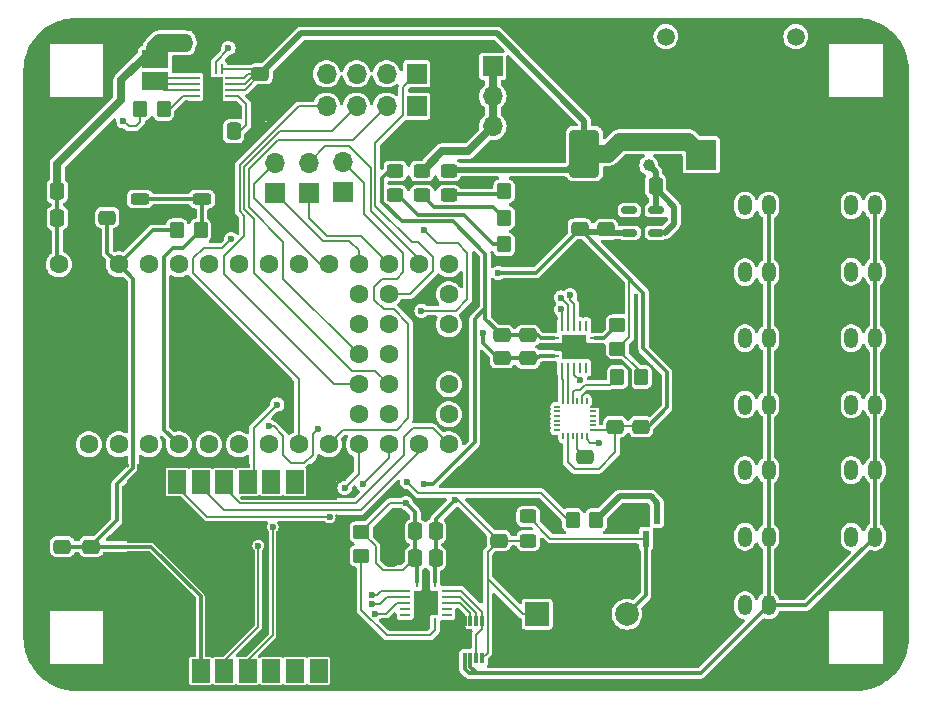
<source format=gbr>
%TF.GenerationSoftware,KiCad,Pcbnew,8.0.8*%
%TF.CreationDate,2025-01-26T21:38:22+07:00*%
%TF.ProjectId,Teensy4.0,5465656e-7379-4342-9e30-2e6b69636164,rev?*%
%TF.SameCoordinates,Original*%
%TF.FileFunction,Copper,L1,Top*%
%TF.FilePolarity,Positive*%
%FSLAX46Y46*%
G04 Gerber Fmt 4.6, Leading zero omitted, Abs format (unit mm)*
G04 Created by KiCad (PCBNEW 8.0.8) date 2025-01-26 21:38:22*
%MOMM*%
%LPD*%
G01*
G04 APERTURE LIST*
G04 Aperture macros list*
%AMRoundRect*
0 Rectangle with rounded corners*
0 $1 Rounding radius*
0 $2 $3 $4 $5 $6 $7 $8 $9 X,Y pos of 4 corners*
0 Add a 4 corners polygon primitive as box body*
4,1,4,$2,$3,$4,$5,$6,$7,$8,$9,$2,$3,0*
0 Add four circle primitives for the rounded corners*
1,1,$1+$1,$2,$3*
1,1,$1+$1,$4,$5*
1,1,$1+$1,$6,$7*
1,1,$1+$1,$8,$9*
0 Add four rect primitives between the rounded corners*
20,1,$1+$1,$2,$3,$4,$5,0*
20,1,$1+$1,$4,$5,$6,$7,0*
20,1,$1+$1,$6,$7,$8,$9,0*
20,1,$1+$1,$8,$9,$2,$3,0*%
G04 Aperture macros list end*
%TA.AperFunction,ComponentPad*%
%ADD10C,1.600000*%
%TD*%
%TA.AperFunction,SMDPad,CuDef*%
%ADD11R,0.300000X0.850000*%
%TD*%
%TA.AperFunction,ComponentPad*%
%ADD12RoundRect,0.250000X-0.350000X-0.625000X0.350000X-0.625000X0.350000X0.625000X-0.350000X0.625000X0*%
%TD*%
%TA.AperFunction,ComponentPad*%
%ADD13O,1.200000X1.750000*%
%TD*%
%TA.AperFunction,ComponentPad*%
%ADD14R,2.000000X2.000000*%
%TD*%
%TA.AperFunction,ComponentPad*%
%ADD15C,2.000000*%
%TD*%
%TA.AperFunction,SMDPad,CuDef*%
%ADD16RoundRect,0.250000X0.475000X-0.337500X0.475000X0.337500X-0.475000X0.337500X-0.475000X-0.337500X0*%
%TD*%
%TA.AperFunction,ComponentPad*%
%ADD17R,1.700000X1.700000*%
%TD*%
%TA.AperFunction,ComponentPad*%
%ADD18O,1.700000X1.700000*%
%TD*%
%TA.AperFunction,SMDPad,CuDef*%
%ADD19RoundRect,0.250000X-0.475000X0.337500X-0.475000X-0.337500X0.475000X-0.337500X0.475000X0.337500X0*%
%TD*%
%TA.AperFunction,SMDPad,CuDef*%
%ADD20RoundRect,0.250000X0.350000X0.450000X-0.350000X0.450000X-0.350000X-0.450000X0.350000X-0.450000X0*%
%TD*%
%TA.AperFunction,SMDPad,CuDef*%
%ADD21RoundRect,0.250000X0.450000X-0.325000X0.450000X0.325000X-0.450000X0.325000X-0.450000X-0.325000X0*%
%TD*%
%TA.AperFunction,SMDPad,CuDef*%
%ADD22RoundRect,0.250000X-0.350000X-0.450000X0.350000X-0.450000X0.350000X0.450000X-0.350000X0.450000X0*%
%TD*%
%TA.AperFunction,SMDPad,CuDef*%
%ADD23RoundRect,0.250000X-0.337500X-0.475000X0.337500X-0.475000X0.337500X0.475000X-0.337500X0.475000X0*%
%TD*%
%TA.AperFunction,SMDPad,CuDef*%
%ADD24RoundRect,0.250000X0.337500X0.475000X-0.337500X0.475000X-0.337500X-0.475000X0.337500X-0.475000X0*%
%TD*%
%TA.AperFunction,SMDPad,CuDef*%
%ADD25RoundRect,0.050000X-0.225000X-0.050000X0.225000X-0.050000X0.225000X0.050000X-0.225000X0.050000X0*%
%TD*%
%TA.AperFunction,SMDPad,CuDef*%
%ADD26RoundRect,0.050000X0.050000X-0.225000X0.050000X0.225000X-0.050000X0.225000X-0.050000X-0.225000X0*%
%TD*%
%TA.AperFunction,SMDPad,CuDef*%
%ADD27RoundRect,0.250000X1.000000X-1.750000X1.000000X1.750000X-1.000000X1.750000X-1.000000X-1.750000X0*%
%TD*%
%TA.AperFunction,SMDPad,CuDef*%
%ADD28R,0.280000X0.850000*%
%TD*%
%TA.AperFunction,SMDPad,CuDef*%
%ADD29R,0.850000X0.280000*%
%TD*%
%TA.AperFunction,SMDPad,CuDef*%
%ADD30R,2.050000X2.050000*%
%TD*%
%TA.AperFunction,SMDPad,CuDef*%
%ADD31RoundRect,0.250000X0.450000X-0.350000X0.450000X0.350000X-0.450000X0.350000X-0.450000X-0.350000X0*%
%TD*%
%TA.AperFunction,SMDPad,CuDef*%
%ADD32R,1.500000X2.000000*%
%TD*%
%TA.AperFunction,SMDPad,CuDef*%
%ADD33R,2.260600X1.498600*%
%TD*%
%TA.AperFunction,SMDPad,CuDef*%
%ADD34RoundRect,0.250000X-0.450000X0.350000X-0.450000X-0.350000X0.450000X-0.350000X0.450000X0.350000X0*%
%TD*%
%TA.AperFunction,SMDPad,CuDef*%
%ADD35RoundRect,0.250000X0.525000X0.250000X-0.525000X0.250000X-0.525000X-0.250000X0.525000X-0.250000X0*%
%TD*%
%TA.AperFunction,SMDPad,CuDef*%
%ADD36RoundRect,0.150000X0.512500X0.150000X-0.512500X0.150000X-0.512500X-0.150000X0.512500X-0.150000X0*%
%TD*%
%TA.AperFunction,ComponentPad*%
%ADD37C,2.550000*%
%TD*%
%TA.AperFunction,ComponentPad*%
%ADD38R,2.550000X2.550000*%
%TD*%
%TA.AperFunction,ComponentPad*%
%ADD39C,1.508000*%
%TD*%
%TA.AperFunction,SMDPad,CuDef*%
%ADD40R,0.558800X1.422400*%
%TD*%
%TA.AperFunction,SMDPad,CuDef*%
%ADD41R,1.700000X1.700000*%
%TD*%
%TA.AperFunction,ViaPad*%
%ADD42C,1.000000*%
%TD*%
%TA.AperFunction,ViaPad*%
%ADD43C,0.600000*%
%TD*%
%TA.AperFunction,Conductor*%
%ADD44C,1.500000*%
%TD*%
%TA.AperFunction,Conductor*%
%ADD45C,0.300000*%
%TD*%
%TA.AperFunction,Conductor*%
%ADD46C,0.700000*%
%TD*%
%TA.AperFunction,Conductor*%
%ADD47C,0.200000*%
%TD*%
%TA.AperFunction,Conductor*%
%ADD48C,0.500000*%
%TD*%
G04 APERTURE END LIST*
D10*
%TO.P,U1,1,GND*%
%TO.N,GND*%
X107490000Y-105620000D03*
%TO.P,U1,2,0_RX1_CRX2_CS1*%
%TO.N,/servo_rx*%
X110030000Y-105620000D03*
%TO.P,U1,3,1_TX1_CTX2_MISO1*%
%TO.N,/servo_tx*%
X112570000Y-105620000D03*
%TO.P,U1,4,2_OUT2*%
%TO.N,/servo_dir*%
X115110000Y-105620000D03*
%TO.P,U1,5,3_LRCLK2*%
%TO.N,/button*%
X117650000Y-105620000D03*
%TO.P,U1,6,4_BCLK2*%
%TO.N,/buzzer*%
X120190000Y-105620000D03*
%TO.P,U1,7,5_IN2*%
%TO.N,unconnected-(U1-5_IN2-Pad7)*%
X122730000Y-105620000D03*
%TO.P,U1,8,6_OUT1D*%
%TO.N,/LORA_IRQ*%
X125270000Y-105620000D03*
%TO.P,U1,9,7_RX2_OUT1A*%
%TO.N,/serial_rx2*%
X127810000Y-105620000D03*
%TO.P,U1,10,8_TX2_IN1*%
%TO.N,/serial_tx2*%
X130350000Y-105620000D03*
%TO.P,U1,11,9_OUT1C*%
%TO.N,/LORA_CE*%
X132890000Y-105620000D03*
%TO.P,U1,12,10_CS_MQSR*%
%TO.N,/LORA_CSN*%
X135430000Y-105620000D03*
%TO.P,U1,13,11_MOSI_CTX1*%
%TO.N,/LORA_MOSI*%
X137970000Y-105620000D03*
%TO.P,U1,14,12_MISO_MQSL*%
%TO.N,/LORA_MISO*%
X140510000Y-105620000D03*
%TO.P,U1,15,VBAT*%
%TO.N,unconnected-(U1-VBAT-Pad15)*%
X140510000Y-103080000D03*
%TO.P,U1,16,3V3*%
%TO.N,unconnected-(U1-3V3-Pad16)*%
X140510000Y-100540000D03*
%TO.P,U1,17,GND*%
%TO.N,GND*%
X140510000Y-98000000D03*
%TO.P,U1,18,PROGRAM*%
%TO.N,unconnected-(U1-PROGRAM-Pad18)*%
X140510000Y-95460000D03*
%TO.P,U1,19,ON_OFF*%
%TO.N,unconnected-(U1-ON_OFF-Pad19)*%
X140510000Y-92920000D03*
%TO.P,U1,20,13_SCK_CRX1_LED*%
%TO.N,/LORA_SCK*%
X140510000Y-90380000D03*
%TO.P,U1,21,14_A0_TX3_SPDIF_OUT*%
%TO.N,/serial_tx3*%
X137970000Y-90380000D03*
%TO.P,U1,22,15_A1_RX3_SPDIF_IN*%
%TO.N,/serial_rx3*%
X135430000Y-90380000D03*
%TO.P,U1,23,16_A2_RX4_SCL1*%
%TO.N,/serial_rx4*%
X132890000Y-90380000D03*
%TO.P,U1,24,17_A3_TX4_SDA1*%
%TO.N,/serial_tx4*%
X130350000Y-90380000D03*
%TO.P,U1,25,18_A4_SDA0*%
%TO.N,/SDA*%
X127810000Y-90380000D03*
%TO.P,U1,26,19_A5_SCL0*%
%TO.N,/SCL*%
X125270000Y-90380000D03*
%TO.P,U1,27,20_A6_TX5_LRCLK1*%
%TO.N,/ICM_INT*%
X122730000Y-90380000D03*
%TO.P,U1,28,21_A7_RX5_BCLK1*%
%TO.N,unconnected-(U1-21_A7_RX5_BCLK1-Pad28)*%
X120190000Y-90380000D03*
%TO.P,U1,29,22_A8_CTX1*%
%TO.N,unconnected-(U1-22_A8_CTX1-Pad29)*%
X117650000Y-90380000D03*
%TO.P,U1,30,23_A9_CRX1_MCLK1*%
%TO.N,unconnected-(U1-23_A9_CRX1_MCLK1-Pad30)*%
X115110000Y-90380000D03*
%TO.P,U1,31,3V3*%
%TO.N,+3V3*%
X112570000Y-90380000D03*
%TO.P,U1,32,GND*%
%TO.N,GND*%
X110030000Y-90380000D03*
%TO.P,U1,33,VIN*%
%TO.N,+5V*%
X107490000Y-90380000D03*
%TO.P,U1,35,24_A10_TX6_SCL2*%
%TO.N,Net-(J1-Pin_1)*%
X135430000Y-92920000D03*
%TO.P,U1,36,25_A11_RX6_SDA2*%
%TO.N,Net-(J1-Pin_2)*%
X132890000Y-92920000D03*
%TO.P,U1,37,26_A12_MOSI1*%
%TO.N,Net-(J1-Pin_3)*%
X135430000Y-95460000D03*
%TO.P,U1,38,27_A13_SCK1*%
%TO.N,Net-(J1-Pin_4)*%
X132890000Y-95460000D03*
%TO.P,U1,39,28_RX7*%
%TO.N,Net-(J2-Pin_1)*%
X135430000Y-98000000D03*
%TO.P,U1,40,29_TX7*%
%TO.N,Net-(J2-Pin_2)*%
X132890000Y-98000000D03*
%TO.P,U1,41,30_CRX3*%
%TO.N,Net-(J2-Pin_3)*%
X135430000Y-100540000D03*
%TO.P,U1,42,31_CTX3*%
%TO.N,Net-(J2-Pin_4)*%
X132890000Y-100540000D03*
%TO.P,U1,43,32_OUT1B*%
%TO.N,unconnected-(U1-32_OUT1B-Pad43)*%
X135430000Y-103080000D03*
%TO.P,U1,44,33_MCLK2*%
%TO.N,unconnected-(U1-33_MCLK2-Pad44)*%
X132890000Y-103080000D03*
%TD*%
D11*
%TO.P,IC2,1,~{OE}*%
%TO.N,/OE_PIN*%
X143350000Y-120550000D03*
%TO.P,IC2,2,A1*%
%TO.N,/to_nc7*%
X142850000Y-120550000D03*
%TO.P,IC2,3,Y2*%
%TO.N,/from_nc7*%
X142350000Y-120550000D03*
%TO.P,IC2,4,GND*%
%TO.N,GND*%
X141850000Y-120550000D03*
%TO.P,IC2,5,A2*%
%TO.N,Net-(IC2-A2)*%
X141850000Y-123700000D03*
%TO.P,IC2,6,Y1*%
X142350000Y-123700000D03*
%TO.P,IC2,7,OE*%
%TO.N,/OE_PIN*%
X142850000Y-123700000D03*
%TO.P,IC2,8,VCC*%
%TO.N,+5V*%
X143350000Y-123700000D03*
%TD*%
D12*
%TO.P,servo1,1,Pin_1*%
%TO.N,GND*%
X172600000Y-102250000D03*
D13*
%TO.P,servo1,2,Pin_2*%
%TO.N,VCC*%
X174600000Y-102250000D03*
%TO.P,servo1,3,Pin_3*%
%TO.N,Net-(IC2-A2)*%
X176600000Y-102250000D03*
%TD*%
D14*
%TO.P,BZ1,1,+*%
%TO.N,+5V*%
X148000000Y-120000000D03*
D15*
%TO.P,BZ1,2,-*%
%TO.N,Net-(BZ1--)*%
X155600000Y-120000000D03*
%TD*%
D16*
%TO.P,C24,1*%
%TO.N,+3V3*%
X145000000Y-96400000D03*
%TO.P,C24,2*%
%TO.N,GND*%
X145000000Y-94325000D03*
%TD*%
D17*
%TO.P,J1,1,Pin_1*%
%TO.N,Net-(J1-Pin_1)*%
X137790000Y-74250000D03*
D18*
%TO.P,J1,2,Pin_2*%
%TO.N,Net-(J1-Pin_2)*%
X135250000Y-74250000D03*
%TO.P,J1,3,Pin_3*%
%TO.N,Net-(J1-Pin_3)*%
X132710000Y-74250000D03*
%TO.P,J1,4,Pin_4*%
%TO.N,Net-(J1-Pin_4)*%
X130170000Y-74250000D03*
%TD*%
D19*
%TO.P,C23,1*%
%TO.N,GND*%
X147200000Y-94325000D03*
%TO.P,C23,2*%
%TO.N,+3V3*%
X147200000Y-96400000D03*
%TD*%
D20*
%TO.P,R11,1*%
%TO.N,GND*%
X147200000Y-86450000D03*
%TO.P,R11,2*%
%TO.N,Net-(5V2-K)*%
X145200000Y-86450000D03*
%TD*%
D21*
%TO.P,5V,1,K*%
%TO.N,Net-(5V2-K)*%
X138250000Y-84525000D03*
%TO.P,5V,2,A*%
%TO.N,+5V*%
X138250000Y-82475000D03*
%TD*%
D22*
%TO.P,R1,1*%
%TO.N,+5V*%
X114373718Y-77225002D03*
%TO.P,R1,2*%
%TO.N,Net-(U4-PG)*%
X116373718Y-77225002D03*
%TD*%
D20*
%TO.P,R2,1*%
%TO.N,+1V8*%
X156800000Y-99925000D03*
%TO.P,R2,2*%
%TO.N,Net-(U6-~{CS})*%
X154800000Y-99925000D03*
%TD*%
D23*
%TO.P,C17,1*%
%TO.N,+5V*%
X139400000Y-115250000D03*
%TO.P,C17,2*%
%TO.N,GND*%
X141475000Y-115250000D03*
%TD*%
D12*
%TO.P,servo13,1,Pin_1*%
%TO.N,GND*%
X172600000Y-96650000D03*
D13*
%TO.P,servo13,2,Pin_2*%
%TO.N,VCC*%
X174600000Y-96650000D03*
%TO.P,servo13,3,Pin_3*%
%TO.N,Net-(IC2-A2)*%
X176600000Y-96650000D03*
%TD*%
D24*
%TO.P,C2,1*%
%TO.N,GND*%
X109437500Y-84200000D03*
%TO.P,C2,2*%
%TO.N,+5V*%
X107362500Y-84200000D03*
%TD*%
D25*
%TO.P,U6,1,NC*%
%TO.N,unconnected-(U6-NC-Pad1)*%
X149700000Y-102425000D03*
%TO.P,U6,2,NC*%
%TO.N,unconnected-(U6-NC-Pad2)*%
X149700000Y-102825000D03*
%TO.P,U6,3,NC*%
%TO.N,unconnected-(U6-NC-Pad3)*%
X149700000Y-103225000D03*
%TO.P,U6,4,NC*%
%TO.N,unconnected-(U6-NC-Pad4)*%
X149700000Y-103625000D03*
%TO.P,U6,5,NC*%
%TO.N,unconnected-(U6-NC-Pad5)*%
X149700000Y-104025000D03*
%TO.P,U6,6,NC*%
%TO.N,unconnected-(U6-NC-Pad6)*%
X149700000Y-104425000D03*
D26*
%TO.P,U6,7,AUX_CL*%
%TO.N,unconnected-(U6-AUX_CL-Pad7)*%
X150200000Y-104925000D03*
%TO.P,U6,8,VDDIO*%
%TO.N,+1V8*%
X150600000Y-104925000D03*
%TO.P,U6,9,SDO/AD0*%
%TO.N,unconnected-(U6-SDO{slash}AD0-Pad9)*%
X151000000Y-104925000D03*
%TO.P,U6,10,REGOUT*%
%TO.N,Net-(U6-REGOUT)*%
X151400000Y-104925000D03*
%TO.P,U6,11,FSYNC*%
%TO.N,unconnected-(U6-FSYNC-Pad11)*%
X151800000Y-104925000D03*
%TO.P,U6,12,INT1*%
%TO.N,/INT_1V8*%
X152200000Y-104925000D03*
D25*
%TO.P,U6,13,VDD*%
%TO.N,+1V8*%
X152700000Y-104425000D03*
%TO.P,U6,14,NC*%
%TO.N,unconnected-(U6-NC-Pad14)*%
X152700000Y-104025000D03*
%TO.P,U6,15,NC*%
%TO.N,unconnected-(U6-NC-Pad15)*%
X152700000Y-103625000D03*
%TO.P,U6,16,NC*%
%TO.N,unconnected-(U6-NC-Pad16)*%
X152700000Y-103225000D03*
%TO.P,U6,17,NC*%
%TO.N,unconnected-(U6-NC-Pad17)*%
X152700000Y-102825000D03*
%TO.P,U6,18,GND*%
%TO.N,GND*%
X152700000Y-102425000D03*
D26*
%TO.P,U6,19,RESV*%
%TO.N,unconnected-(U6-RESV-Pad19)*%
X152200000Y-101925000D03*
%TO.P,U6,20,GND*%
%TO.N,GND*%
X151800000Y-101925000D03*
%TO.P,U6,21,AUX_DA*%
%TO.N,unconnected-(U6-AUX_DA-Pad21)*%
X151400000Y-101925000D03*
%TO.P,U6,22,~{CS}*%
%TO.N,Net-(U6-~{CS})*%
X151000000Y-101925000D03*
%TO.P,U6,23,SCL/SCLK*%
%TO.N,/SCL_1V8*%
X150600000Y-101925000D03*
%TO.P,U6,24,SDA/SDI*%
%TO.N,/SDA_1V8*%
X150200000Y-101925000D03*
%TD*%
D20*
%TO.P,R13,1*%
%TO.N,GND*%
X147200000Y-84200000D03*
%TO.P,R13,2*%
%TO.N,Net-(VCC1-K)*%
X145200000Y-84200000D03*
%TD*%
D23*
%TO.P,C21,1*%
%TO.N,GND*%
X135600000Y-115250000D03*
%TO.P,C21,2*%
%TO.N,+3V3*%
X137675000Y-115250000D03*
%TD*%
D16*
%TO.P,C18,1*%
%TO.N,+1V8*%
X154610000Y-104137500D03*
%TO.P,C18,2*%
%TO.N,GND*%
X154610000Y-102062500D03*
%TD*%
%TO.P,C14,1*%
%TO.N,+3V3*%
X111600000Y-86437500D03*
%TO.P,C14,2*%
%TO.N,GND*%
X111600000Y-84362500D03*
%TD*%
D27*
%TO.P,C13,1*%
%TO.N,VCC*%
X152000000Y-81000000D03*
%TO.P,C13,2*%
%TO.N,GND*%
X152000000Y-73000000D03*
%TD*%
D16*
%TO.P,C16,1*%
%TO.N,GND*%
X145025000Y-100387500D03*
%TO.P,C16,2*%
%TO.N,+1V8*%
X145025000Y-98312500D03*
%TD*%
D28*
%TO.P,U3,1,VCCA*%
%TO.N,+3V3*%
X137837498Y-117300000D03*
D29*
%TO.P,U3,2,A1*%
%TO.N,/servo_dir*%
X136818498Y-118030999D03*
%TO.P,U3,3,A2*%
%TO.N,/servo_tx*%
X136818498Y-118531001D03*
%TO.P,U3,4,A3*%
%TO.N,/servo_rx*%
X136818498Y-119031000D03*
%TO.P,U3,5,A4*%
%TO.N,unconnected-(U3-A4-Pad5)*%
X136818498Y-119530999D03*
%TO.P,U3,6,NC*%
%TO.N,unconnected-(U3-NC-Pad6)*%
X136818498Y-120031001D03*
D28*
%TO.P,U3,7,GND*%
%TO.N,GND*%
X137837498Y-120762000D03*
%TO.P,U3,8,OE*%
%TO.N,Net-(U3-OE)*%
X139337500Y-120762000D03*
D29*
%TO.P,U3,9,NC*%
%TO.N,unconnected-(U3-NC-Pad9)*%
X140356500Y-120031001D03*
%TO.P,U3,10,B4*%
%TO.N,unconnected-(U3-B4-Pad10)*%
X140356500Y-119530999D03*
%TO.P,U3,11,B3*%
%TO.N,/from_nc7*%
X140356500Y-119031000D03*
%TO.P,U3,12,B2*%
%TO.N,/to_nc7*%
X140356500Y-118531001D03*
%TO.P,U3,13,B1*%
%TO.N,/OE_PIN*%
X140356500Y-118030999D03*
D28*
%TO.P,U3,14,VCCB*%
%TO.N,+5V*%
X139337500Y-117300000D03*
D30*
%TO.P,U3,15,EPAD*%
%TO.N,GND*%
X138587499Y-119031000D03*
%TD*%
D20*
%TO.P,R3,1*%
%TO.N,GND*%
X147200000Y-88700000D03*
%TO.P,R3,2*%
%TO.N,Net-(3V1-K)*%
X145200000Y-88700000D03*
%TD*%
D12*
%TO.P,servo11,1,Pin_1*%
%TO.N,GND*%
X172600000Y-85400000D03*
D13*
%TO.P,servo11,2,Pin_2*%
%TO.N,VCC*%
X174600000Y-85400000D03*
%TO.P,servo11,3,Pin_3*%
%TO.N,Net-(IC2-A2)*%
X176600000Y-85400000D03*
%TD*%
D31*
%TO.P,R9,1*%
%TO.N,Net-(U3-OE)*%
X133112500Y-115050000D03*
%TO.P,R9,2*%
%TO.N,+3V3*%
X133112500Y-113050000D03*
%TD*%
D16*
%TO.P,C3,1*%
%TO.N,+3V3*%
X107800000Y-114287500D03*
%TO.P,C3,2*%
%TO.N,GND*%
X107800000Y-112212500D03*
%TD*%
D21*
%TO.P,VCC,1,K*%
%TO.N,Net-(VCC1-K)*%
X140500000Y-84525000D03*
%TO.P,VCC,2,A*%
%TO.N,VCC*%
X140500000Y-82475000D03*
%TD*%
D12*
%TO.P,servo5,1,Pin_1*%
%TO.N,GND*%
X163600000Y-107800000D03*
D13*
%TO.P,servo5,2,Pin_2*%
%TO.N,VCC*%
X165600000Y-107800000D03*
%TO.P,servo5,3,Pin_3*%
%TO.N,Net-(IC2-A2)*%
X167600000Y-107800000D03*
%TD*%
D12*
%TO.P,servo4,1,Pin_1*%
%TO.N,GND*%
X163600000Y-119250000D03*
D13*
%TO.P,servo4,2,Pin_2*%
%TO.N,VCC*%
X165600000Y-119250000D03*
%TO.P,servo4,3,Pin_3*%
%TO.N,Net-(IC2-A2)*%
X167600000Y-119250000D03*
%TD*%
D17*
%TO.P,5V,1,Pin_1*%
%TO.N,+5V*%
X144250000Y-73630000D03*
D18*
%TO.P,5V,2,Pin_2*%
X144250000Y-76170000D03*
%TO.P,5V,3,Pin_3*%
X144250000Y-78710000D03*
%TD*%
D16*
%TO.P,C7,1*%
%TO.N,GND*%
X152010000Y-108737500D03*
%TO.P,C7,2*%
%TO.N,Net-(U6-REGOUT)*%
X152010000Y-106662500D03*
%TD*%
D12*
%TO.P,servo2,1,Pin_1*%
%TO.N,GND*%
X163600000Y-113450000D03*
D13*
%TO.P,servo2,2,Pin_2*%
%TO.N,VCC*%
X165600000Y-113450000D03*
%TO.P,servo2,3,Pin_3*%
%TO.N,Net-(IC2-A2)*%
X167600000Y-113450000D03*
%TD*%
D16*
%TO.P,C11,1*%
%TO.N,+1V8*%
X151600000Y-87387500D03*
%TO.P,C11,2*%
%TO.N,GND*%
X151600000Y-85312500D03*
%TD*%
D20*
%TO.P,R7,1*%
%TO.N,/button*%
X119500000Y-87500000D03*
%TO.P,R7,2*%
%TO.N,+3V3*%
X117500000Y-87500000D03*
%TD*%
D32*
%TO.P,U2,1,GND*%
%TO.N,GND*%
X115500000Y-124800000D03*
%TO.P,U2,2,GND*%
X117500000Y-124800000D03*
%TO.P,U2,3,VDD*%
%TO.N,+3V3*%
X119500000Y-124800000D03*
%TO.P,U2,4,~{RESET}*%
%TO.N,/LORA_CE*%
X121500000Y-124800000D03*
%TO.P,U2,5,DIO0*%
%TO.N,/LORA_IRQ*%
X123500000Y-124800000D03*
%TO.P,U2,6,DIO1*%
%TO.N,unconnected-(U2-DIO1-Pad6)*%
X125500000Y-124800000D03*
%TO.P,U2,7,DIO2*%
%TO.N,unconnected-(U2-DIO2-Pad7)*%
X127500000Y-124800000D03*
%TO.P,U2,8,DIO3*%
%TO.N,unconnected-(U2-DIO3-Pad8)*%
X129500000Y-124800000D03*
%TO.P,U2,9,GND*%
%TO.N,GND*%
X129500000Y-108800000D03*
%TO.P,U2,10,DIO4*%
%TO.N,unconnected-(U2-DIO4-Pad10)*%
X127500000Y-108800000D03*
%TO.P,U2,11,DIO5*%
%TO.N,unconnected-(U2-DIO5-Pad11)*%
X125500000Y-108800000D03*
%TO.P,U2,12,SCK*%
%TO.N,/LORA_SCK*%
X123500000Y-108800000D03*
%TO.P,U2,13,MISO*%
%TO.N,/LORA_MISO*%
X121500000Y-108800000D03*
%TO.P,U2,14,MOSI*%
%TO.N,/LORA_MOSI*%
X119500000Y-108800000D03*
%TO.P,U2,15,~{NSS}*%
%TO.N,/LORA_CSN*%
X117500000Y-108800000D03*
%TO.P,U2,16,GND*%
%TO.N,GND*%
X115500000Y-108800000D03*
%TD*%
D19*
%TO.P,C6,1*%
%TO.N,GND*%
X124573718Y-72187502D03*
%TO.P,C6,2*%
%TO.N,VCC*%
X124573718Y-74262502D03*
%TD*%
D23*
%TO.P,C20,1*%
%TO.N,GND*%
X135600000Y-113000000D03*
%TO.P,C20,2*%
%TO.N,+3V3*%
X137675000Y-113000000D03*
%TD*%
D22*
%TO.P,R4,1*%
%TO.N,/buzzer*%
X151000000Y-112000000D03*
%TO.P,R4,2*%
%TO.N,Net-(U8-BASE)*%
X153000000Y-112000000D03*
%TD*%
D17*
%TO.P,S4,1,Pin_1*%
%TO.N,/serial_rx4*%
X125800000Y-84300000D03*
D18*
%TO.P,S4,2,Pin_2*%
%TO.N,/serial_tx4*%
X125800000Y-81760000D03*
%TD*%
D24*
%TO.P,C8,1*%
%TO.N,+5V*%
X158025000Y-83712500D03*
%TO.P,C8,2*%
%TO.N,GND*%
X155950000Y-83712500D03*
%TD*%
D29*
%TO.P,U7,1,VCCA*%
%TO.N,+1V8*%
X149400000Y-98125000D03*
D28*
%TO.P,U7,2,A1*%
%TO.N,/SDA_1V8*%
X150130999Y-99144000D03*
%TO.P,U7,3,A2*%
%TO.N,/SCL_1V8*%
X150631001Y-99144000D03*
%TO.P,U7,4,A3*%
%TO.N,/INT_1V8*%
X151131000Y-99144000D03*
%TO.P,U7,5,A4*%
%TO.N,unconnected-(U7-A4-Pad5)*%
X151630999Y-99144000D03*
%TO.P,U7,6,NC*%
%TO.N,unconnected-(U7-NC-Pad6)*%
X152131001Y-99144000D03*
D29*
%TO.P,U7,7,GND*%
%TO.N,GND*%
X152862000Y-98125000D03*
%TO.P,U7,8,OE*%
%TO.N,Net-(U7-OE)*%
X152862000Y-96624998D03*
D28*
%TO.P,U7,9,NC*%
%TO.N,unconnected-(U7-NC-Pad9)*%
X152131001Y-95605998D03*
%TO.P,U7,10,B4*%
%TO.N,unconnected-(U7-B4-Pad10)*%
X151630999Y-95605998D03*
%TO.P,U7,11,B3*%
%TO.N,/ICM_INT*%
X151131000Y-95605998D03*
%TO.P,U7,12,B2*%
%TO.N,/SCL*%
X150631001Y-95605998D03*
%TO.P,U7,13,B1*%
%TO.N,/SDA*%
X150130999Y-95605998D03*
D29*
%TO.P,U7,14,VCCB*%
%TO.N,+3V3*%
X149400000Y-96624998D03*
D30*
%TO.P,U7,15,EPAD*%
%TO.N,GND*%
X151131000Y-97374999D03*
%TD*%
D12*
%TO.P,servo10,1,Pin_1*%
%TO.N,GND*%
X163600000Y-102250000D03*
D13*
%TO.P,servo10,2,Pin_2*%
%TO.N,VCC*%
X165600000Y-102250000D03*
%TO.P,servo10,3,Pin_3*%
%TO.N,Net-(IC2-A2)*%
X167600000Y-102250000D03*
%TD*%
D16*
%TO.P,C15,1*%
%TO.N,+3V3*%
X110250000Y-114287500D03*
%TO.P,C15,2*%
%TO.N,GND*%
X110250000Y-112212500D03*
%TD*%
D33*
%TO.P,L1,1,1*%
%TO.N,+5V*%
X115673718Y-72972502D03*
%TO.P,L1,2,2*%
%TO.N,Net-(L1-Pad2)*%
X115673718Y-74877502D03*
%TD*%
D17*
%TO.P,S2,1,Pin_1*%
%TO.N,/serial_rx2*%
X131600000Y-84275000D03*
D18*
%TO.P,S2,2,Pin_2*%
%TO.N,/serial_tx2*%
X131600000Y-81735000D03*
%TD*%
D12*
%TO.P,servo3,1,Pin_1*%
%TO.N,GND*%
X163600000Y-96650000D03*
D13*
%TO.P,servo3,2,Pin_2*%
%TO.N,VCC*%
X165600000Y-96650000D03*
%TO.P,servo3,3,Pin_3*%
%TO.N,Net-(IC2-A2)*%
X167600000Y-96650000D03*
%TD*%
D34*
%TO.P,R14,1*%
%TO.N,Net-(U7-OE)*%
X154800000Y-95525000D03*
%TO.P,R14,2*%
%TO.N,+1V8*%
X154800000Y-97525000D03*
%TD*%
D12*
%TO.P,servo9,1,Pin_1*%
%TO.N,GND*%
X172600000Y-91000000D03*
D13*
%TO.P,servo9,2,Pin_2*%
%TO.N,VCC*%
X174600000Y-91000000D03*
%TO.P,servo9,3,Pin_3*%
%TO.N,Net-(IC2-A2)*%
X176600000Y-91000000D03*
%TD*%
D35*
%TO.P,button,1,1*%
%TO.N,/button*%
X119625000Y-84850000D03*
X114375000Y-84850000D03*
%TO.P,button,2,2*%
%TO.N,GND*%
X119625000Y-81650000D03*
X114375000Y-81650000D03*
%TD*%
D16*
%TO.P,C19,1*%
%TO.N,+1V8*%
X156810000Y-104137500D03*
%TO.P,C19,2*%
%TO.N,GND*%
X156810000Y-102062500D03*
%TD*%
D17*
%TO.P,J2,1,Pin_1*%
%TO.N,Net-(J2-Pin_1)*%
X137790000Y-77000000D03*
D18*
%TO.P,J2,2,Pin_2*%
%TO.N,Net-(J2-Pin_2)*%
X135250000Y-77000000D03*
%TO.P,J2,3,Pin_3*%
%TO.N,Net-(J2-Pin_3)*%
X132710000Y-77000000D03*
%TO.P,J2,4,Pin_4*%
%TO.N,Net-(J2-Pin_4)*%
X130170000Y-77000000D03*
%TD*%
D17*
%TO.P,S3,1,Pin_1*%
%TO.N,/serial_rx3*%
X128700000Y-84300000D03*
D18*
%TO.P,S3,2,Pin_2*%
%TO.N,/serial_tx3*%
X128700000Y-81760000D03*
%TD*%
D36*
%TO.P,U5,1,VIN*%
%TO.N,+5V*%
X158075000Y-87700000D03*
%TO.P,U5,2,GND*%
%TO.N,GND*%
X158075000Y-86750000D03*
%TO.P,U5,3,EN*%
%TO.N,+5V*%
X158075000Y-85800000D03*
%TO.P,U5,4,NC*%
%TO.N,unconnected-(U5-NC-Pad4)*%
X155800000Y-85800000D03*
%TO.P,U5,5,VOUT*%
%TO.N,+1V8*%
X155800000Y-87700000D03*
%TD*%
D23*
%TO.P,C5,1*%
%TO.N,GND*%
X120236218Y-79125002D03*
%TO.P,C5,2*%
%TO.N,Net-(U4-SS{slash}TR)*%
X122311218Y-79125002D03*
%TD*%
D37*
%TO.P,Main Power,N,N*%
%TO.N,GND*%
X166900000Y-81105750D03*
D38*
%TO.P,Main Power,P,P*%
%TO.N,VCC*%
X161900000Y-81105750D03*
D39*
%TO.P,Main Power,S1*%
%TO.N,N/C*%
X169900000Y-71105750D03*
%TO.P,Main Power,S2*%
X158900000Y-71105750D03*
%TD*%
D21*
%TO.P,D3,1,K*%
%TO.N,+5V*%
X147250000Y-113775000D03*
%TO.P,D3,2,A*%
%TO.N,Net-(BZ1--)*%
X147250000Y-111725000D03*
%TD*%
D16*
%TO.P,C12,1*%
%TO.N,+1V8*%
X153822500Y-87425000D03*
%TO.P,C12,2*%
%TO.N,GND*%
X153822500Y-85350000D03*
%TD*%
D12*
%TO.P,servo12,1,Pin_1*%
%TO.N,GND*%
X163600000Y-91050000D03*
D13*
%TO.P,servo12,2,Pin_2*%
%TO.N,VCC*%
X165600000Y-91050000D03*
%TO.P,servo12,3,Pin_3*%
%TO.N,Net-(IC2-A2)*%
X167600000Y-91050000D03*
%TD*%
D40*
%TO.P,U8,1,BASE*%
%TO.N,Net-(U8-BASE)*%
X158152500Y-111669600D03*
%TO.P,U8,2,EMITTER*%
%TO.N,GND*%
X156247500Y-111669600D03*
%TO.P,U8,3,COLLECTOR*%
%TO.N,Net-(BZ1--)*%
X157200000Y-113600000D03*
%TD*%
D23*
%TO.P,C4,1*%
%TO.N,+5V*%
X118136218Y-71625002D03*
%TO.P,C4,2*%
%TO.N,GND*%
X120211218Y-71625002D03*
%TD*%
D29*
%TO.P,U4,1,SW*%
%TO.N,Net-(L1-Pad2)*%
X119048780Y-74600000D03*
%TO.P,U4,2,SW*%
X119048780Y-75100001D03*
%TO.P,U4,3,SW*%
X119048780Y-75600001D03*
%TO.P,U4,4,PG*%
%TO.N,Net-(U4-PG)*%
X119048780Y-76100002D03*
D28*
%TO.P,U4,5,FB*%
%TO.N,GND*%
X119773592Y-76825002D03*
%TO.P,U4,6,AGND*%
X120273718Y-76825002D03*
%TO.P,U4,7,FSW*%
X120773844Y-76825002D03*
%TO.P,U4,8,DEF*%
X121273970Y-76825002D03*
D29*
%TO.P,U4,9,SS/TR*%
%TO.N,Net-(U4-SS{slash}TR)*%
X121998782Y-76100002D03*
%TO.P,U4,10,AVIN*%
%TO.N,VCC*%
X121998782Y-75600001D03*
%TO.P,U4,11,PVIN*%
X121998782Y-75100001D03*
%TO.P,U4,12,PVIN*%
X121998782Y-74600000D03*
D28*
%TO.P,U4,13,EN*%
X121273970Y-73875000D03*
%TO.P,U4,14,VOS*%
%TO.N,+5V*%
X120773844Y-73875000D03*
%TO.P,U4,15,PGND*%
%TO.N,GND*%
X120273718Y-73875000D03*
%TO.P,U4,16,PGND*%
X119773592Y-73875000D03*
D41*
%TO.P,U4,17,EPAD*%
X120523781Y-75350001D03*
%TD*%
D12*
%TO.P,servo8,1,Pin_1*%
%TO.N,GND*%
X172600000Y-113450000D03*
D13*
%TO.P,servo8,2,Pin_2*%
%TO.N,VCC*%
X174600000Y-113450000D03*
%TO.P,servo8,3,Pin_3*%
%TO.N,Net-(IC2-A2)*%
X176600000Y-113450000D03*
%TD*%
D23*
%TO.P,C10,1*%
%TO.N,+5V*%
X139400000Y-113000000D03*
%TO.P,C10,2*%
%TO.N,GND*%
X141475000Y-113000000D03*
%TD*%
D19*
%TO.P,C22,1*%
%TO.N,+1V8*%
X147200000Y-98325000D03*
%TO.P,C22,2*%
%TO.N,GND*%
X147200000Y-100400000D03*
%TD*%
D24*
%TO.P,C1,1*%
%TO.N,GND*%
X109437500Y-86450000D03*
%TO.P,C1,2*%
%TO.N,+5V*%
X107362500Y-86450000D03*
%TD*%
D16*
%TO.P,C9,1*%
%TO.N,+5V*%
X144750000Y-113787500D03*
%TO.P,C9,2*%
%TO.N,GND*%
X144750000Y-111712500D03*
%TD*%
D12*
%TO.P,servo6,1,Pin_1*%
%TO.N,GND*%
X163600000Y-85400000D03*
D13*
%TO.P,servo6,2,Pin_2*%
%TO.N,VCC*%
X165600000Y-85400000D03*
%TO.P,servo6,3,Pin_3*%
%TO.N,Net-(IC2-A2)*%
X167600000Y-85400000D03*
%TD*%
D12*
%TO.P,servo7,1,Pin_1*%
%TO.N,GND*%
X172600000Y-107800000D03*
D13*
%TO.P,servo7,2,Pin_2*%
%TO.N,VCC*%
X174600000Y-107800000D03*
%TO.P,servo7,3,Pin_3*%
%TO.N,Net-(IC2-A2)*%
X176600000Y-107800000D03*
%TD*%
D21*
%TO.P,3V,1,K*%
%TO.N,Net-(3V1-K)*%
X136000000Y-84525000D03*
%TO.P,3V,2,A*%
%TO.N,+3V3*%
X136000000Y-82475000D03*
%TD*%
D17*
%TO.P,GND,1,Pin_1*%
%TO.N,GND*%
X141500000Y-73670000D03*
D18*
%TO.P,GND,2,Pin_2*%
X141500000Y-76210000D03*
%TO.P,GND,3,Pin_3*%
X141500000Y-78750000D03*
%TD*%
D42*
%TO.N,+5V*%
X157461715Y-82005718D03*
D43*
X141025000Y-110350000D03*
X121864000Y-72080000D03*
D42*
X116900000Y-71625002D03*
D43*
X112973718Y-78273718D03*
D42*
%TO.N,GND*%
X169750000Y-74500000D03*
D43*
X122000000Y-80500000D03*
X148800000Y-94200000D03*
X143250000Y-110750000D03*
X138000000Y-97250000D03*
X142500000Y-83500000D03*
D42*
X120586890Y-75413110D03*
X112268000Y-82042000D03*
D43*
X131000000Y-108050000D03*
D42*
X138587499Y-119031000D03*
X149000000Y-88500000D03*
D43*
X107500000Y-108000000D03*
X154900000Y-112100000D03*
D42*
X151178000Y-97422000D03*
X120750000Y-102250000D03*
X112500000Y-71000000D03*
X111000000Y-116750000D03*
X158800000Y-91400000D03*
X136500000Y-124000000D03*
X167300000Y-125100000D03*
D43*
X122936000Y-72644000D03*
D42*
X106500000Y-78000000D03*
X175100000Y-80800000D03*
D43*
X134400000Y-113000000D03*
X114500000Y-79750000D03*
D42*
X149000000Y-84000000D03*
D43*
X135600500Y-120762000D03*
D42*
X107000000Y-100750000D03*
X146100000Y-106700000D03*
D43*
X108966000Y-104140000D03*
D42*
X147500000Y-77500000D03*
D43*
X148500000Y-101750000D03*
D42*
X112400000Y-125800000D03*
X159900000Y-105300000D03*
X110200000Y-109000000D03*
X178250000Y-77750000D03*
D43*
X158000000Y-101500000D03*
X116200000Y-110600000D03*
X114400000Y-111400000D03*
X138600000Y-117200000D03*
X138750000Y-100500000D03*
X142800000Y-115200000D03*
X121000000Y-81250000D03*
D42*
X151900000Y-119000000D03*
X105250000Y-119000000D03*
X145500000Y-92500000D03*
X155900000Y-70800000D03*
X107700000Y-95100000D03*
X126492000Y-75692000D03*
D43*
X149250000Y-112250000D03*
X120211218Y-71625002D03*
D42*
X178500000Y-118000000D03*
X164400000Y-72900000D03*
X159000000Y-123000000D03*
D43*
X121250000Y-78000000D03*
X110490000Y-88392000D03*
D42*
X118200000Y-78700000D03*
X159000000Y-116200000D03*
D43*
%TO.N,+3V3*%
X138400000Y-109000000D03*
X136906000Y-110600000D03*
%TO.N,+1V8*%
X143400000Y-96200000D03*
X144700000Y-91100000D03*
%TO.N,Net-(J2-Pin_1)*%
X138400000Y-87500000D03*
X138200000Y-94300000D03*
%TO.N,/SDA*%
X150000000Y-94200000D03*
%TO.N,/SCL*%
X150000000Y-93200000D03*
%TO.N,/buzzer*%
X129422527Y-104303287D03*
X125302818Y-104097182D03*
X137000000Y-108800000D03*
%TO.N,/serial_rx2*%
X122100000Y-88250000D03*
%TO.N,/LORA_CSN*%
X133250000Y-109000000D03*
X130424265Y-111800000D03*
%TO.N,/servo_tx*%
X134000000Y-119181250D03*
%TO.N,/LORA_SCK*%
X126000000Y-102250000D03*
%TO.N,/servo_dir*%
X134000000Y-118381247D03*
%TO.N,/servo_rx*%
X134255515Y-119944485D03*
%TO.N,/LORA_CE*%
X124400000Y-114200000D03*
X131700000Y-109300000D03*
%TO.N,/LORA_IRQ*%
X125600000Y-112600000D03*
%TO.N,/ICM_INT*%
X150800000Y-93000000D03*
%TO.N,/INT_1V8*%
X153200000Y-105500000D03*
X151600000Y-100200000D03*
%TD*%
D44*
%TO.N,+5V*%
X116900000Y-71625002D02*
X116073718Y-71625002D01*
D45*
X107362500Y-84200000D02*
X107362500Y-86450000D01*
X139337500Y-117300000D02*
X139337500Y-115312500D01*
D46*
X144250000Y-73630000D02*
X144250000Y-77979899D01*
X112776000Y-74795620D02*
X114599118Y-72972502D01*
D47*
X143800000Y-123250000D02*
X143800000Y-115500000D01*
X148000000Y-120000000D02*
X146800000Y-120000000D01*
D46*
X107362500Y-81887500D02*
X112776000Y-76474000D01*
D47*
X146800000Y-120000000D02*
X143800000Y-117000000D01*
D46*
X144250000Y-78710000D02*
X142160000Y-80800000D01*
D47*
X143800000Y-114737500D02*
X144750000Y-113787500D01*
X143350000Y-123700000D02*
X143800000Y-123250000D01*
X147250000Y-113775000D02*
X144762500Y-113775000D01*
D44*
X116073718Y-71625002D02*
X115673718Y-72025002D01*
D48*
X159587500Y-85512500D02*
X159587500Y-86932592D01*
D47*
X112973718Y-78273718D02*
X113400000Y-78700000D01*
D46*
X142160000Y-80800000D02*
X139975000Y-80800000D01*
X112776000Y-76474000D02*
X112776000Y-74795620D01*
D45*
X139337500Y-115312500D02*
X139400000Y-115250000D01*
D48*
X158025000Y-83950000D02*
X159587500Y-85512500D01*
D47*
X141312500Y-110350000D02*
X141025000Y-110350000D01*
X143800000Y-115500000D02*
X143800000Y-115200000D01*
D48*
X158025000Y-82569003D02*
X158025000Y-83712500D01*
D47*
X144750000Y-113787500D02*
X141312500Y-110350000D01*
X143800000Y-117000000D02*
X143800000Y-115500000D01*
D44*
X115673718Y-72025002D02*
X115673718Y-72972502D01*
D45*
X107362500Y-90252500D02*
X107490000Y-90380000D01*
D47*
X144762500Y-113775000D02*
X144750000Y-113787500D01*
X114000000Y-78700000D02*
X114373718Y-78326282D01*
X113400000Y-78700000D02*
X114000000Y-78700000D01*
X143800000Y-115200000D02*
X143800000Y-114737500D01*
D45*
X141025000Y-110350000D02*
X139400000Y-111975000D01*
D48*
X158025000Y-83712500D02*
X158025000Y-85750000D01*
D47*
X121864000Y-72119970D02*
X120773844Y-73210126D01*
D45*
X139400000Y-111975000D02*
X139400000Y-113000000D01*
D47*
X121864000Y-72080000D02*
X121864000Y-72119970D01*
D46*
X114599118Y-72972502D02*
X115673718Y-72972502D01*
D48*
X159587500Y-86932592D02*
X158820092Y-87700000D01*
D47*
X114373718Y-78326282D02*
X114373718Y-77225002D01*
D46*
X144250000Y-73630000D02*
X144250000Y-78710000D01*
D45*
X107362500Y-86450000D02*
X107362500Y-90252500D01*
D48*
X157461715Y-82005718D02*
X158025000Y-82569003D01*
D44*
X116900000Y-71625002D02*
X118136218Y-71625002D01*
D45*
X139400000Y-115250000D02*
X139400000Y-113000000D01*
D46*
X139975000Y-80800000D02*
X138400000Y-82375000D01*
X107362500Y-84200000D02*
X107362500Y-81887500D01*
D47*
X120773844Y-73210126D02*
X120773844Y-73875000D01*
D45*
%TO.N,/button*%
X119500000Y-87500000D02*
X118000000Y-89000000D01*
X119625000Y-84850000D02*
X114375000Y-84850000D01*
X118000000Y-89000000D02*
X117200000Y-89000000D01*
X116400000Y-104370000D02*
X117650000Y-105620000D01*
X116400000Y-89800000D02*
X116400000Y-104370000D01*
X119625000Y-84850000D02*
X119625000Y-87375000D01*
X117200000Y-89000000D02*
X116400000Y-89800000D01*
X119625000Y-87375000D02*
X119500000Y-87500000D01*
D47*
%TO.N,Net-(BZ1--)*%
X149125000Y-113600000D02*
X157200000Y-113600000D01*
X147250000Y-111725000D02*
X146812500Y-111725000D01*
X147250000Y-111725000D02*
X149125000Y-113600000D01*
D45*
X155600000Y-120000000D02*
X157200000Y-118400000D01*
X157200000Y-118400000D02*
X157200000Y-113600000D01*
%TO.N,GND*%
X157372500Y-101500000D02*
X156810000Y-102062500D01*
D47*
X119773592Y-74599812D02*
X120523781Y-75350001D01*
X137837498Y-119781001D02*
X138587499Y-119031000D01*
D45*
X155850000Y-99319544D02*
X155850000Y-101102500D01*
D47*
X137837498Y-120762000D02*
X137837498Y-119781001D01*
X120273718Y-76825002D02*
X120273718Y-75600064D01*
X120773844Y-75600064D02*
X120586890Y-75413110D01*
D45*
X151881001Y-98125000D02*
X151178001Y-97422000D01*
X111437500Y-84200000D02*
X111600000Y-84362500D01*
X158000000Y-101500000D02*
X157372500Y-101500000D01*
D48*
X151600000Y-85312500D02*
X153785000Y-85312500D01*
D47*
X152700000Y-102425000D02*
X154247500Y-102425000D01*
X120586890Y-75413110D02*
X120523781Y-75350001D01*
D44*
X152500000Y-72500000D02*
X152000000Y-73000000D01*
D47*
X151800000Y-101553640D02*
X152253640Y-101100000D01*
X154247500Y-102425000D02*
X154610000Y-102062500D01*
D45*
X155222500Y-86750000D02*
X153822500Y-85350000D01*
X109437500Y-84200000D02*
X109437500Y-86450000D01*
D47*
X120273718Y-75099938D02*
X120523781Y-75350001D01*
D45*
X147200000Y-94325000D02*
X145200000Y-94325000D01*
X152862000Y-98125000D02*
X153725000Y-98125000D01*
X157412501Y-86750000D02*
X156937500Y-86274999D01*
D47*
X119773592Y-73875000D02*
X119773592Y-74599812D01*
D45*
X151178000Y-97422000D02*
X151178000Y-97421999D01*
X153725000Y-98125000D02*
X154200000Y-98600000D01*
X147200000Y-100400000D02*
X145200000Y-100400000D01*
D47*
X121273970Y-76825002D02*
X121273970Y-76100190D01*
X119773592Y-78662376D02*
X120236218Y-79125002D01*
D45*
X155850000Y-101102500D02*
X156810000Y-102062500D01*
D47*
X121273970Y-76100190D02*
X120523781Y-75350001D01*
X120773844Y-76825002D02*
X120773844Y-75600064D01*
D45*
X151178000Y-97421999D02*
X151131000Y-97374999D01*
X141475000Y-115250000D02*
X141475000Y-113000000D01*
X154200000Y-98600000D02*
X155130456Y-98600000D01*
X155130456Y-98600000D02*
X155850000Y-99319544D01*
D47*
X120273718Y-76825002D02*
X120273718Y-79087502D01*
X154610000Y-102062500D02*
X156810000Y-102062500D01*
X119773592Y-76825002D02*
X119773592Y-78662376D01*
D46*
X141500000Y-73670000D02*
X141500000Y-78750000D01*
D45*
X158075000Y-86750000D02*
X155222500Y-86750000D01*
D47*
X151800000Y-101925000D02*
X151800000Y-101553640D01*
D45*
X151178001Y-97422000D02*
X151178000Y-97422000D01*
X152862000Y-98125000D02*
X151881001Y-98125000D01*
D47*
X152253640Y-101100000D02*
X153647500Y-101100000D01*
D45*
X109437500Y-84200000D02*
X111437500Y-84200000D01*
D47*
X120273718Y-75600064D02*
X120523781Y-75350001D01*
D45*
X109437500Y-89787500D02*
X110030000Y-90380000D01*
D48*
X152000000Y-73000000D02*
X152000000Y-74600000D01*
D47*
X137837498Y-120762000D02*
X135600500Y-120762000D01*
D45*
X156937500Y-84700000D02*
X155950000Y-83712500D01*
D47*
X121273970Y-76825002D02*
X121273718Y-76825254D01*
X120273718Y-79087502D02*
X120236218Y-79125002D01*
X120273718Y-73875000D02*
X120273718Y-75099938D01*
D45*
X156937500Y-86274999D02*
X156937500Y-84700000D01*
X110250000Y-112212500D02*
X107800000Y-112212500D01*
X135600000Y-115250000D02*
X135600000Y-113000000D01*
D47*
X119773592Y-76100190D02*
X120523781Y-75350001D01*
X119773592Y-76825002D02*
X119773592Y-76100190D01*
X153647500Y-101100000D02*
X154610000Y-102062500D01*
D45*
X109437500Y-86450000D02*
X109437500Y-89787500D01*
%TO.N,+3V3*%
X145200000Y-96400000D02*
X147200000Y-96400000D01*
D47*
X134312500Y-114250000D02*
X134312500Y-115650000D01*
D45*
X142700000Y-95000000D02*
X143600000Y-94100000D01*
X136906000Y-110600000D02*
X137675000Y-111369000D01*
X112400000Y-109000000D02*
X113800000Y-107600000D01*
X139158000Y-109000000D02*
X142700000Y-105458000D01*
X143600000Y-89498000D02*
X140843000Y-86741000D01*
X143600000Y-94100000D02*
X143600000Y-89498000D01*
D47*
X136906000Y-110600000D02*
X135562500Y-110600000D01*
D45*
X107800000Y-114287500D02*
X110250000Y-114287500D01*
X115450000Y-87500000D02*
X112570000Y-90380000D01*
X148075000Y-96400000D02*
X148299998Y-96624998D01*
X117500000Y-87500000D02*
X115450000Y-87500000D01*
X137837498Y-117300000D02*
X137837498Y-115412498D01*
X136523031Y-86741000D02*
X134874000Y-85091969D01*
X111600000Y-86437500D02*
X111600000Y-89410000D01*
D47*
X133112500Y-113050000D02*
X134312500Y-114250000D01*
X135562500Y-110600000D02*
X133112500Y-113050000D01*
D45*
X111600000Y-89410000D02*
X112570000Y-90380000D01*
X119500000Y-118500000D02*
X119500000Y-125000000D01*
X143600000Y-95000000D02*
X145000000Y-96400000D01*
X143600000Y-94100000D02*
X143600000Y-95000000D01*
X138400000Y-109000000D02*
X139158000Y-109000000D01*
X140843000Y-86741000D02*
X136523031Y-86741000D01*
X110250000Y-114218750D02*
X112400000Y-112068750D01*
X113800000Y-107600000D02*
X113800000Y-91610000D01*
X134874000Y-83058000D02*
X135557000Y-82375000D01*
X135557000Y-82375000D02*
X136150000Y-82375000D01*
X112400000Y-112068750D02*
X112400000Y-109000000D01*
X110250000Y-114287500D02*
X115287500Y-114287500D01*
X110250000Y-114287500D02*
X110250000Y-114218750D01*
X137837498Y-115412498D02*
X137675000Y-115250000D01*
D47*
X134312500Y-115650000D02*
X134937500Y-116275000D01*
D45*
X115287500Y-114287500D02*
X119500000Y-118500000D01*
X134874000Y-85091969D02*
X134874000Y-83058000D01*
X137675000Y-111369000D02*
X137675000Y-113000000D01*
X142700000Y-105458000D02*
X142700000Y-95000000D01*
D47*
X136650000Y-116275000D02*
X137675000Y-115250000D01*
D45*
X113800000Y-91610000D02*
X112570000Y-90380000D01*
D47*
X134937500Y-116275000D02*
X136650000Y-116275000D01*
D45*
X148299998Y-96624998D02*
X149400000Y-96624998D01*
X147200000Y-96400000D02*
X148075000Y-96400000D01*
X137675000Y-115250000D02*
X137675000Y-113000000D01*
D47*
%TO.N,Net-(U4-SS{slash}TR)*%
X122873718Y-79125002D02*
X122311218Y-79125002D01*
X123373718Y-78625002D02*
X122873718Y-79125002D01*
X123373718Y-76825002D02*
X123373718Y-78625002D01*
X121998782Y-76100002D02*
X122648718Y-76100002D01*
X122648718Y-76100002D02*
X123373718Y-76825002D01*
D48*
%TO.N,VCC*%
X152000000Y-78213000D02*
X152000000Y-81000000D01*
D47*
X124573718Y-74262502D02*
X123236219Y-75600001D01*
X123236219Y-75600001D02*
X121998782Y-75600001D01*
D48*
X150625000Y-82375000D02*
X152000000Y-81000000D01*
D47*
X124186216Y-73875000D02*
X124573718Y-74262502D01*
D44*
X161900000Y-81105750D02*
X160794250Y-80000000D01*
X154000000Y-81000000D02*
X152000000Y-81000000D01*
D47*
X123261219Y-75100001D02*
X121998782Y-75100001D01*
D44*
X155000000Y-80000000D02*
X154000000Y-81000000D01*
D47*
X124573718Y-74262502D02*
X123486218Y-74262502D01*
D44*
X160794250Y-80000000D02*
X155000000Y-80000000D01*
D47*
X121273970Y-73875000D02*
X124186216Y-73875000D01*
X123148720Y-74600000D02*
X121998782Y-74600000D01*
X123486218Y-74262502D02*
X123148720Y-74600000D01*
D48*
X124573718Y-74262502D02*
X128036220Y-70800000D01*
D47*
X124098718Y-74262502D02*
X123261219Y-75100001D01*
D48*
X140650000Y-82375000D02*
X150625000Y-82375000D01*
X144587000Y-70800000D02*
X152000000Y-78213000D01*
X128036220Y-70800000D02*
X144587000Y-70800000D01*
D47*
X124573718Y-74262502D02*
X124098718Y-74262502D01*
%TO.N,Net-(U6-REGOUT)*%
X152010000Y-106662500D02*
X151400000Y-106052500D01*
X151400000Y-106052500D02*
X151400000Y-104925000D01*
%TO.N,+1V8*%
X154610000Y-104137500D02*
X154322500Y-104425000D01*
D48*
X155800000Y-87700000D02*
X154097500Y-87700000D01*
D47*
X155800000Y-91587500D02*
X151600000Y-87387500D01*
D45*
X147887500Y-91100000D02*
X144700000Y-91100000D01*
X147200000Y-98325000D02*
X148000000Y-98325000D01*
X145025000Y-98312500D02*
X144712500Y-98312500D01*
X157362500Y-104137500D02*
X159000000Y-102500000D01*
X157000000Y-92787500D02*
X151600000Y-87387500D01*
D47*
X150600000Y-106300000D02*
X150600000Y-107090000D01*
X151210000Y-107700000D02*
X153210000Y-107700000D01*
X156800000Y-99525000D02*
X154800000Y-97525000D01*
D45*
X145200000Y-98325000D02*
X147200000Y-98325000D01*
D47*
X154322500Y-104425000D02*
X152700000Y-104425000D01*
D45*
X143400000Y-96200000D02*
X143400000Y-96100000D01*
X148200000Y-98125000D02*
X149400000Y-98125000D01*
D48*
X153822500Y-87625000D02*
X151637500Y-87625000D01*
D47*
X150600000Y-104925000D02*
X150600000Y-106300000D01*
D45*
X151600000Y-87387500D02*
X147887500Y-91100000D01*
D47*
X155800000Y-96525000D02*
X155800000Y-91587500D01*
X154672500Y-104075000D02*
X154610000Y-104137500D01*
X154610000Y-106300000D02*
X154610000Y-104137500D01*
X150600000Y-107090000D02*
X151210000Y-107700000D01*
D45*
X159000000Y-102500000D02*
X159000000Y-99500000D01*
X148000000Y-98325000D02*
X148200000Y-98125000D01*
D47*
X156620000Y-104075000D02*
X154672500Y-104075000D01*
X153210000Y-107700000D02*
X154610000Y-106300000D01*
D45*
X144712500Y-98312500D02*
X143400000Y-97000000D01*
D47*
X156800000Y-99925000D02*
X156800000Y-99525000D01*
X154800000Y-97525000D02*
X155800000Y-96525000D01*
D45*
X159000000Y-99500000D02*
X157000000Y-97500000D01*
X143400000Y-97000000D02*
X143400000Y-96200000D01*
X157000000Y-97500000D02*
X157000000Y-92787500D01*
X156810000Y-104137500D02*
X157362500Y-104137500D01*
D47*
%TO.N,/OE_PIN*%
X143350000Y-119809314D02*
X143350000Y-120550000D01*
X140356500Y-118030999D02*
X141571685Y-118030999D01*
X143350000Y-121225000D02*
X142850000Y-121725000D01*
X141571685Y-118030999D02*
X143350000Y-119809314D01*
X142850000Y-121725000D02*
X142850000Y-123700000D01*
X143350000Y-120550000D02*
X143350000Y-121225000D01*
D45*
%TO.N,Net-(IC2-A2)*%
X142350000Y-124475000D02*
X142350000Y-123700000D01*
X167600000Y-85400000D02*
X167600000Y-119250000D01*
X167600000Y-119250000D02*
X170800000Y-119250000D01*
X142200000Y-125000000D02*
X161850000Y-125000000D01*
X141850000Y-123700000D02*
X141850000Y-124650000D01*
X176600000Y-113450000D02*
X176600000Y-85400000D01*
X170800000Y-119250000D02*
X176600000Y-113450000D01*
X141850000Y-124650000D02*
X142200000Y-125000000D01*
X161850000Y-125000000D02*
X167600000Y-119250000D01*
X142875000Y-125000000D02*
X142350000Y-124475000D01*
D47*
%TO.N,/from_nc7*%
X142350000Y-119940686D02*
X142350000Y-120550000D01*
X140356500Y-119031000D02*
X141440314Y-119031000D01*
X141440314Y-119031000D02*
X142350000Y-119940686D01*
%TO.N,/to_nc7*%
X140356500Y-118531001D02*
X141506001Y-118531001D01*
X142850000Y-119875000D02*
X142850000Y-120550000D01*
X141506001Y-118531001D02*
X142850000Y-119875000D01*
%TO.N,Net-(J1-Pin_1)*%
X136640000Y-77760000D02*
X134300000Y-80100000D01*
X137204000Y-92920000D02*
X135430000Y-92920000D01*
X134300000Y-80100000D02*
X134300000Y-85405000D01*
X139192000Y-89789000D02*
X139192000Y-90932000D01*
X136640000Y-75400000D02*
X136640000Y-77760000D01*
X137790000Y-74250000D02*
X136640000Y-75400000D01*
X137922000Y-88519000D02*
X139192000Y-89789000D01*
X134300000Y-85405000D02*
X137414000Y-88519000D01*
X137414000Y-88519000D02*
X137922000Y-88519000D01*
X139192000Y-90932000D02*
X137204000Y-92920000D01*
%TO.N,Net-(J2-Pin_3)*%
X134290000Y-99400000D02*
X135430000Y-100540000D01*
X126246968Y-79121000D02*
X123200000Y-82167968D01*
X123200000Y-85731372D02*
X124000000Y-86531372D01*
X130589000Y-79121000D02*
X126246968Y-79121000D01*
X123200000Y-82167968D02*
X123200000Y-85731372D01*
X132300000Y-99400000D02*
X134290000Y-99400000D01*
X124000000Y-86531372D02*
X124000000Y-91100000D01*
X132710000Y-77000000D02*
X130589000Y-79121000D01*
X124000000Y-91100000D02*
X132300000Y-99400000D01*
%TO.N,Net-(J2-Pin_4)*%
X122800000Y-82002282D02*
X122800000Y-85897058D01*
X121500000Y-91200000D02*
X130840000Y-100540000D01*
X121500000Y-89700000D02*
X121500000Y-91200000D01*
X123190000Y-86287058D02*
X123190000Y-88010000D01*
X127802282Y-77000000D02*
X122800000Y-82002282D01*
X122800000Y-85897058D02*
X123190000Y-86287058D01*
X130840000Y-100540000D02*
X132890000Y-100540000D01*
X130170000Y-77000000D02*
X127802282Y-77000000D01*
X123190000Y-88010000D02*
X121500000Y-89700000D01*
%TO.N,Net-(J2-Pin_2)*%
X123600000Y-85565686D02*
X126500000Y-88465686D01*
X135250000Y-77000000D02*
X132367000Y-79883000D01*
X132367000Y-79883000D02*
X126050654Y-79883000D01*
X123600000Y-82333654D02*
X123600000Y-85565686D01*
X126050654Y-79883000D02*
X123600000Y-82333654D01*
X126500000Y-88465686D02*
X126500000Y-91610000D01*
X126500000Y-91610000D02*
X132890000Y-98000000D01*
%TO.N,Net-(J2-Pin_1)*%
X138400000Y-87500000D02*
X139500000Y-88600000D01*
X141100000Y-94300000D02*
X138200000Y-94300000D01*
X141300000Y-88600000D02*
X142100000Y-89400000D01*
X142100000Y-93300000D02*
X141100000Y-94300000D01*
X139500000Y-88600000D02*
X141300000Y-88600000D01*
X142100000Y-89400000D02*
X142100000Y-93300000D01*
%TO.N,/SDA*%
X150130999Y-95605998D02*
X150130999Y-94330999D01*
X150130999Y-94330999D02*
X150000000Y-94200000D01*
%TO.N,/SDA_1V8*%
X150130999Y-100055999D02*
X150130999Y-99144000D01*
X150200000Y-101925000D02*
X150200000Y-100125000D01*
X150200000Y-100125000D02*
X150130999Y-100055999D01*
%TO.N,/SCL_1V8*%
X150600000Y-100156001D02*
X150631001Y-100125000D01*
X150631001Y-100125000D02*
X150631001Y-99144000D01*
X150600000Y-101925000D02*
X150600000Y-100156001D01*
%TO.N,/SCL*%
X150000000Y-93200000D02*
X150631001Y-93831001D01*
X150631001Y-93831001D02*
X150631001Y-95605998D01*
%TO.N,Net-(U4-PG)*%
X117998718Y-76100002D02*
X119048780Y-76100002D01*
X116873718Y-77225002D02*
X117998718Y-76100002D01*
X116373718Y-77225002D02*
X116873718Y-77225002D01*
%TO.N,Net-(U6-~{CS})*%
X151000000Y-101200000D02*
X151000000Y-101925000D01*
X151648529Y-101000000D02*
X151200000Y-101000000D01*
X154125000Y-100600000D02*
X152048529Y-100600000D01*
X151200000Y-101000000D02*
X151000000Y-101200000D01*
X154800000Y-99925000D02*
X154125000Y-100600000D01*
X152048529Y-100600000D02*
X151648529Y-101000000D01*
%TO.N,Net-(U3-OE)*%
X138900000Y-121800000D02*
X139337500Y-121362500D01*
X139337500Y-121362500D02*
X139337500Y-120762000D01*
X135262500Y-121800000D02*
X138900000Y-121800000D01*
X133112500Y-119650000D02*
X135262500Y-121800000D01*
X133112500Y-115050000D02*
X133112500Y-119650000D01*
%TO.N,/buzzer*%
X126500000Y-104900000D02*
X125697182Y-104097182D01*
X127200000Y-107200000D02*
X126500000Y-106500000D01*
X125205635Y-104000000D02*
X125200000Y-104000000D01*
X125302818Y-104097182D02*
X125302817Y-104097182D01*
X129422527Y-104303287D02*
X129000000Y-104725814D01*
X125302817Y-104097182D02*
X125205635Y-104000000D01*
X126500000Y-106500000D02*
X126500000Y-104900000D01*
X151000000Y-112000000D02*
X150600000Y-112000000D01*
X128292817Y-107200000D02*
X127200000Y-107200000D01*
X129000000Y-106492817D02*
X128292817Y-107200000D01*
X150600000Y-112000000D02*
X148350000Y-109750000D01*
X137950000Y-109750000D02*
X137000000Y-108800000D01*
X148350000Y-109750000D02*
X137950000Y-109750000D01*
X129000000Y-104725814D02*
X129000000Y-106492817D01*
X125697182Y-104097182D02*
X125302818Y-104097182D01*
%TO.N,/serial_tx2*%
X136652000Y-89408000D02*
X133350000Y-86106000D01*
X133350000Y-86106000D02*
X133350000Y-83485000D01*
X136106000Y-104394000D02*
X137100000Y-103400000D01*
X133350000Y-83485000D02*
X131600000Y-81735000D01*
X130350000Y-105620000D02*
X131576000Y-104394000D01*
X137100000Y-95400000D02*
X135900000Y-94200000D01*
X137100000Y-103400000D02*
X137100000Y-95400000D01*
X134200000Y-93400000D02*
X134200000Y-92300000D01*
X135900000Y-94200000D02*
X135000000Y-94200000D01*
X134900000Y-91600000D02*
X136111000Y-91600000D01*
X135000000Y-94200000D02*
X134200000Y-93400000D01*
X131576000Y-104394000D02*
X136106000Y-104394000D01*
X136652000Y-91059000D02*
X136652000Y-89408000D01*
X136111000Y-91600000D02*
X136652000Y-91059000D01*
X134200000Y-92300000D02*
X134900000Y-91600000D01*
%TO.N,/serial_rx2*%
X119750000Y-89000000D02*
X118900000Y-89850000D01*
X118900000Y-89850000D02*
X118900000Y-91150000D01*
X127810000Y-100060000D02*
X127810000Y-105620000D01*
X121350000Y-89000000D02*
X119750000Y-89000000D01*
X131600000Y-84275000D02*
X131875000Y-84275000D01*
X122100000Y-88250000D02*
X121350000Y-89000000D01*
X118900000Y-91150000D02*
X127810000Y-100060000D01*
%TO.N,/serial_tx3*%
X133900000Y-82211000D02*
X133900000Y-85894000D01*
X130069000Y-80391000D02*
X132080000Y-80391000D01*
X137970000Y-89964000D02*
X137970000Y-90380000D01*
X128700000Y-81760000D02*
X130069000Y-80391000D01*
X133900000Y-85894000D02*
X137970000Y-89964000D01*
X132080000Y-80391000D02*
X133900000Y-82211000D01*
%TO.N,/serial_rx3*%
X133050000Y-88000000D02*
X135430000Y-90380000D01*
X130200000Y-88000000D02*
X133050000Y-88000000D01*
X128700000Y-84300000D02*
X128700000Y-86500000D01*
X128700000Y-86500000D02*
X130200000Y-88000000D01*
%TO.N,/serial_tx4*%
X129623000Y-90380000D02*
X130350000Y-90380000D01*
X124000000Y-84757000D02*
X129623000Y-90380000D01*
X124000000Y-83560000D02*
X124000000Y-84757000D01*
X125800000Y-81760000D02*
X124000000Y-83560000D01*
%TO.N,/serial_rx4*%
X125800000Y-84300000D02*
X129900000Y-88400000D01*
X132890000Y-89180000D02*
X132890000Y-90380000D01*
X129900000Y-88400000D02*
X132110000Y-88400000D01*
X132110000Y-88400000D02*
X132890000Y-89180000D01*
%TO.N,/LORA_CSN*%
X133250000Y-109000000D02*
X135430000Y-106820000D01*
X117500000Y-109250000D02*
X117500000Y-109000000D01*
X135430000Y-106820000D02*
X135430000Y-105620000D01*
X120050000Y-111800000D02*
X117500000Y-109250000D01*
X130424265Y-111800000D02*
X120050000Y-111800000D01*
D45*
%TO.N,Net-(3V1-K)*%
X144300000Y-88700000D02*
X145200000Y-88700000D01*
X136150000Y-84425000D02*
X137925000Y-86200000D01*
X137925000Y-86200000D02*
X141800000Y-86200000D01*
X141800000Y-86200000D02*
X144300000Y-88700000D01*
D47*
%TO.N,/LORA_MOSI*%
X119500000Y-109250000D02*
X119500000Y-109000000D01*
X133050000Y-111200000D02*
X121450000Y-111200000D01*
X121450000Y-111200000D02*
X119500000Y-109250000D01*
X137970000Y-106280000D02*
X133050000Y-111200000D01*
X137970000Y-105620000D02*
X137970000Y-106280000D01*
D45*
%TO.N,Net-(5V2-K)*%
X144250000Y-85500000D02*
X139225000Y-85500000D01*
X145200000Y-86450000D02*
X144250000Y-85500000D01*
X139225000Y-85500000D02*
X138400000Y-84675000D01*
X138400000Y-84675000D02*
X138400000Y-84425000D01*
%TO.N,Net-(VCC1-K)*%
X145200000Y-84200000D02*
X144975000Y-84425000D01*
X144975000Y-84425000D02*
X140650000Y-84425000D01*
D47*
%TO.N,/servo_tx*%
X134667279Y-119181250D02*
X135317528Y-118531001D01*
X134000000Y-119181250D02*
X134667279Y-119181250D01*
X135317528Y-118531001D02*
X136818498Y-118531001D01*
%TO.N,/LORA_SCK*%
X124000000Y-104250000D02*
X126000000Y-102250000D01*
X124000000Y-108500000D02*
X124000000Y-104250000D01*
X123500000Y-109000000D02*
X124000000Y-108500000D01*
%TO.N,/LORA_MISO*%
X140510000Y-105620000D02*
X139140000Y-104250000D01*
X122850000Y-110600000D02*
X121500000Y-109250000D01*
X139140000Y-104250000D02*
X137517183Y-104250000D01*
X136750000Y-106500000D02*
X132650000Y-110600000D01*
X136750000Y-105017183D02*
X136750000Y-106500000D01*
X137517183Y-104250000D02*
X136750000Y-105017183D01*
X121500000Y-109250000D02*
X121500000Y-109000000D01*
X132650000Y-110600000D02*
X122850000Y-110600000D01*
%TO.N,/servo_dir*%
X134418753Y-118381247D02*
X134769001Y-118030999D01*
X134000000Y-118381247D02*
X134418753Y-118381247D01*
X134769001Y-118030999D02*
X136818498Y-118030999D01*
D48*
%TO.N,Net-(U8-BASE)*%
X158152500Y-111669600D02*
X158152500Y-110552500D01*
X157600000Y-110000000D02*
X155000000Y-110000000D01*
X155000000Y-110000000D02*
X153000000Y-112000000D01*
X158152500Y-110552500D02*
X157600000Y-110000000D01*
D47*
%TO.N,/servo_rx*%
X136131500Y-119031000D02*
X136818498Y-119031000D01*
X135218015Y-119944485D02*
X136131500Y-119031000D01*
X134255515Y-119944485D02*
X135218015Y-119944485D01*
%TO.N,/LORA_CE*%
X124400000Y-114200000D02*
X124400000Y-121100000D01*
X131700000Y-109300000D02*
X132890000Y-108110000D01*
X121500000Y-124000000D02*
X121500000Y-125000000D01*
X132890000Y-108110000D02*
X132890000Y-105620000D01*
X124400000Y-121100000D02*
X121500000Y-124000000D01*
%TO.N,/LORA_IRQ*%
X125600000Y-112600000D02*
X125600000Y-121800000D01*
X125600000Y-121800000D02*
X123500000Y-123900000D01*
X123500000Y-123900000D02*
X123500000Y-125000000D01*
%TO.N,Net-(L1-Pad2)*%
X115896217Y-75100001D02*
X115673718Y-74877502D01*
X119048780Y-75100001D02*
X115896217Y-75100001D01*
X119048780Y-74600000D02*
X115951220Y-74600000D01*
X116396217Y-75600001D02*
X115673718Y-74877502D01*
X115951220Y-74600000D02*
X115673718Y-74877502D01*
X119048780Y-75600001D02*
X116396217Y-75600001D01*
D45*
%TO.N,Net-(U7-OE)*%
X154800000Y-95525000D02*
X153700002Y-96624998D01*
X153700002Y-96624998D02*
X152862000Y-96624998D01*
D47*
%TO.N,/ICM_INT*%
X151131000Y-93731000D02*
X151131000Y-95605998D01*
X150800000Y-93000000D02*
X150800000Y-93400000D01*
X150800000Y-93400000D02*
X151131000Y-93731000D01*
%TO.N,/INT_1V8*%
X152500000Y-105500000D02*
X152200000Y-105200000D01*
X151600000Y-100200000D02*
X151131000Y-99731000D01*
X153200000Y-105500000D02*
X152500000Y-105500000D01*
X151131000Y-99725000D02*
X151131000Y-99144000D01*
X152200000Y-105200000D02*
X152200000Y-104925000D01*
X151131000Y-99731000D02*
X151131000Y-99725000D01*
%TD*%
%TA.AperFunction,Conductor*%
%TO.N,GND*%
G36*
X169200000Y-82900000D02*
G01*
X164900000Y-82900000D01*
X165000000Y-79000000D01*
X169400000Y-79000000D01*
X169200000Y-82900000D01*
G37*
%TD.AperFunction*%
%TD*%
%TA.AperFunction,Conductor*%
%TO.N,GND*%
G36*
X127485453Y-70572240D02*
G01*
X124726834Y-73330861D01*
X124660039Y-73369425D01*
X124621475Y-73374502D01*
X124055612Y-73374502D01*
X123967154Y-73385124D01*
X123826377Y-73440640D01*
X123826376Y-73440641D01*
X123821647Y-73444226D01*
X123750224Y-73473334D01*
X123731620Y-73474500D01*
X121850365Y-73474500D01*
X121775865Y-73454538D01*
X121721327Y-73400000D01*
X121714061Y-73385684D01*
X121666176Y-73277235D01*
X121576972Y-73188031D01*
X121579742Y-73185260D01*
X121545623Y-73145446D01*
X121531442Y-73069633D01*
X121557067Y-72996886D01*
X121574638Y-72975723D01*
X121829021Y-72721340D01*
X121895814Y-72682778D01*
X121914914Y-72678978D01*
X122020762Y-72665044D01*
X122166841Y-72604536D01*
X122292282Y-72508282D01*
X122388536Y-72382841D01*
X122449044Y-72236762D01*
X122450913Y-72222571D01*
X122469682Y-72080002D01*
X122469682Y-72079997D01*
X122449045Y-71923242D01*
X122449044Y-71923240D01*
X122449044Y-71923238D01*
X122388536Y-71777159D01*
X122292282Y-71651718D01*
X122166841Y-71555464D01*
X122166840Y-71555463D01*
X122084932Y-71521536D01*
X122020762Y-71494956D01*
X122020760Y-71494955D01*
X122020756Y-71494954D01*
X122020759Y-71494954D01*
X121864003Y-71474318D01*
X121863997Y-71474318D01*
X121707242Y-71494954D01*
X121561159Y-71555463D01*
X121435718Y-71651717D01*
X121435717Y-71651718D01*
X121339463Y-71777159D01*
X121278954Y-71923242D01*
X121258318Y-72079997D01*
X121258318Y-72089765D01*
X121256293Y-72089765D01*
X121247876Y-72153664D01*
X121215581Y-72201994D01*
X120453362Y-72964215D01*
X120453359Y-72964219D01*
X120400638Y-73055533D01*
X120375459Y-73149504D01*
X120373344Y-73157398D01*
X120373344Y-73264588D01*
X120360648Y-73324772D01*
X120336260Y-73380005D01*
X120336259Y-73380008D01*
X120336259Y-73380009D01*
X120333344Y-73405135D01*
X120333344Y-73405136D01*
X120333344Y-73405140D01*
X120333344Y-74344866D01*
X120336258Y-74369989D01*
X120336259Y-74369992D01*
X120381637Y-74472764D01*
X120381638Y-74472765D01*
X120461079Y-74552206D01*
X120563853Y-74597585D01*
X120588979Y-74600500D01*
X120958708Y-74600499D01*
X120958710Y-74600499D01*
X120983827Y-74597586D01*
X120983827Y-74597585D01*
X120983835Y-74597585D01*
X120983841Y-74597581D01*
X120984776Y-74597328D01*
X120986098Y-74597322D01*
X120994969Y-74596294D01*
X120995084Y-74597287D01*
X121052755Y-74597060D01*
X121052844Y-74596293D01*
X121059236Y-74597034D01*
X121061903Y-74597024D01*
X121063034Y-74597327D01*
X121063974Y-74597582D01*
X121063979Y-74597585D01*
X121089105Y-74600500D01*
X121124281Y-74600499D01*
X121198779Y-74620459D01*
X121253318Y-74674996D01*
X121273282Y-74749495D01*
X121273282Y-74784865D01*
X121276197Y-74809993D01*
X121276440Y-74810886D01*
X121276444Y-74812127D01*
X121277488Y-74821123D01*
X121276479Y-74821239D01*
X121276699Y-74878784D01*
X121277488Y-74878876D01*
X121276725Y-74885451D01*
X121276735Y-74888013D01*
X121276440Y-74889115D01*
X121276196Y-74890010D01*
X121273282Y-74915133D01*
X121273282Y-75284867D01*
X121276196Y-75309993D01*
X121276442Y-75310894D01*
X121276446Y-75312146D01*
X121277488Y-75321125D01*
X121276480Y-75321241D01*
X121276697Y-75378784D01*
X121277488Y-75378876D01*
X121276722Y-75385475D01*
X121276732Y-75388022D01*
X121276442Y-75389104D01*
X121276197Y-75390004D01*
X121273282Y-75415133D01*
X121273282Y-75784867D01*
X121276197Y-75809994D01*
X121276440Y-75810887D01*
X121276444Y-75812129D01*
X121277488Y-75821125D01*
X121276479Y-75821241D01*
X121276699Y-75878785D01*
X121277488Y-75878877D01*
X121276725Y-75885452D01*
X121276735Y-75888014D01*
X121276440Y-75889116D01*
X121276196Y-75890011D01*
X121273282Y-75915134D01*
X121273282Y-76284868D01*
X121276196Y-76309991D01*
X121276197Y-76309994D01*
X121321575Y-76412766D01*
X121321576Y-76412767D01*
X121401017Y-76492208D01*
X121503791Y-76537587D01*
X121528917Y-76540502D01*
X122461106Y-76540501D01*
X122535606Y-76560463D01*
X122566465Y-76584142D01*
X122929577Y-76947254D01*
X122968141Y-77014049D01*
X122973218Y-77052613D01*
X122973218Y-77967544D01*
X122953256Y-78042044D01*
X122898718Y-78096582D01*
X122824218Y-78116544D01*
X122787710Y-78112002D01*
X122780283Y-78110125D01*
X122691823Y-78099502D01*
X122691820Y-78099502D01*
X121930616Y-78099502D01*
X121930612Y-78099502D01*
X121842154Y-78110124D01*
X121701376Y-78165640D01*
X121701376Y-78165641D01*
X121580797Y-78257078D01*
X121580794Y-78257081D01*
X121489357Y-78377660D01*
X121489356Y-78377660D01*
X121433840Y-78518438D01*
X121423218Y-78606896D01*
X121423218Y-79643107D01*
X121433840Y-79731565D01*
X121489356Y-79872343D01*
X121489357Y-79872344D01*
X121580796Y-79992924D01*
X121701376Y-80084363D01*
X121842154Y-80139879D01*
X121930616Y-80150502D01*
X121930617Y-80150502D01*
X122691819Y-80150502D01*
X122691820Y-80150502D01*
X122780282Y-80139879D01*
X122921060Y-80084363D01*
X123041640Y-79992924D01*
X123133079Y-79872344D01*
X123188595Y-79731566D01*
X123199218Y-79643104D01*
X123199218Y-79427611D01*
X123219180Y-79353111D01*
X123242856Y-79322255D01*
X123607362Y-78957748D01*
X123607372Y-78957741D01*
X123643994Y-78921119D01*
X123694198Y-78870915D01*
X123736149Y-78798254D01*
X123746925Y-78779590D01*
X123774218Y-78677729D01*
X123774218Y-78572275D01*
X123774218Y-76772275D01*
X123746925Y-76670415D01*
X123746925Y-76670414D01*
X123721740Y-76626793D01*
X123694200Y-76579092D01*
X123694199Y-76579091D01*
X123694198Y-76579089D01*
X123334594Y-76219485D01*
X123296030Y-76152690D01*
X123296030Y-76075562D01*
X123334594Y-76008767D01*
X123382947Y-75976462D01*
X123390798Y-75973210D01*
X123390807Y-75973208D01*
X123482132Y-75920481D01*
X124208470Y-75194143D01*
X124275265Y-75155579D01*
X124313829Y-75150502D01*
X125091819Y-75150502D01*
X125091820Y-75150502D01*
X125180282Y-75139879D01*
X125321060Y-75084363D01*
X125441640Y-74992924D01*
X125533079Y-74872344D01*
X125588595Y-74731566D01*
X125599218Y-74643104D01*
X125599218Y-74077244D01*
X125619180Y-74002744D01*
X125642855Y-73971889D01*
X127547118Y-72067626D01*
X127734170Y-76603621D01*
X127647690Y-76626794D01*
X127556375Y-76679515D01*
X127556371Y-76679518D01*
X125989463Y-78246424D01*
X123900000Y-78300000D01*
X123900000Y-80335889D01*
X122479517Y-81756372D01*
X122426792Y-81847695D01*
X122426791Y-81847698D01*
X122403896Y-81933149D01*
X122403895Y-81933154D01*
X122399500Y-81949553D01*
X122399500Y-82540922D01*
X112900000Y-82800000D01*
X112900000Y-79000000D01*
X111185532Y-78984413D01*
X112129192Y-78040753D01*
X112195985Y-78002191D01*
X112273113Y-78002191D01*
X112339908Y-78040755D01*
X112378472Y-78107550D01*
X112382274Y-78165562D01*
X112368036Y-78273714D01*
X112368036Y-78273720D01*
X112388672Y-78430475D01*
X112449181Y-78576558D01*
X112526811Y-78677727D01*
X112545436Y-78702000D01*
X112670877Y-78798254D01*
X112816956Y-78858762D01*
X112816959Y-78858762D01*
X112816961Y-78858763D01*
X112816958Y-78858763D01*
X112968817Y-78878755D01*
X113040074Y-78908270D01*
X113054726Y-78921119D01*
X113079090Y-78945482D01*
X113079518Y-78945910D01*
X113079520Y-78945913D01*
X113154087Y-79020480D01*
X113199747Y-79046841D01*
X113199749Y-79046843D01*
X113236866Y-79068273D01*
X113245412Y-79073207D01*
X113347273Y-79100500D01*
X113347275Y-79100500D01*
X114052725Y-79100500D01*
X114052727Y-79100500D01*
X114154588Y-79073207D01*
X114245913Y-79020480D01*
X114694198Y-78572195D01*
X114746925Y-78480870D01*
X114774218Y-78379009D01*
X114774218Y-78348255D01*
X114794180Y-78273755D01*
X114848718Y-78219217D01*
X114868557Y-78209644D01*
X114893012Y-78200000D01*
X114996060Y-78159363D01*
X115116640Y-78067924D01*
X115208079Y-77947344D01*
X115235108Y-77878802D01*
X115281007Y-77816823D01*
X115351750Y-77786095D01*
X115428379Y-77794855D01*
X115490362Y-77840756D01*
X115512326Y-77878800D01*
X115539357Y-77947344D01*
X115539358Y-77947345D01*
X115611170Y-78042044D01*
X115630796Y-78067924D01*
X115751376Y-78159363D01*
X115892154Y-78214879D01*
X115980616Y-78225502D01*
X115980617Y-78225502D01*
X116766819Y-78225502D01*
X116766820Y-78225502D01*
X116855282Y-78214879D01*
X116996060Y-78159363D01*
X117116640Y-78067924D01*
X117208079Y-77947344D01*
X117263595Y-77806566D01*
X117274218Y-77718104D01*
X117274218Y-77452613D01*
X117294180Y-77378113D01*
X117317859Y-77347254D01*
X118120970Y-76544143D01*
X118187765Y-76505579D01*
X118226329Y-76500502D01*
X118438369Y-76500502D01*
X118498551Y-76513197D01*
X118553789Y-76537587D01*
X118578915Y-76540502D01*
X119518644Y-76540501D01*
X119518646Y-76540501D01*
X119531207Y-76539044D01*
X119543771Y-76537587D01*
X119646545Y-76492208D01*
X119725986Y-76412767D01*
X119771365Y-76309993D01*
X119774280Y-76284867D01*
X119774279Y-75915138D01*
X119771365Y-75890011D01*
X119771364Y-75890009D01*
X119771364Y-75890007D01*
X119771122Y-75889115D01*
X119771117Y-75887872D01*
X119770074Y-75878877D01*
X119771082Y-75878760D01*
X119770862Y-75821218D01*
X119770073Y-75821127D01*
X119770836Y-75814542D01*
X119770827Y-75811988D01*
X119771124Y-75810880D01*
X119771363Y-75809998D01*
X119771363Y-75809996D01*
X119771365Y-75809992D01*
X119774280Y-75784866D01*
X119774279Y-75415137D01*
X119771365Y-75390010D01*
X119771364Y-75390008D01*
X119771364Y-75390006D01*
X119771122Y-75389114D01*
X119771117Y-75387871D01*
X119770074Y-75378876D01*
X119771082Y-75378759D01*
X119770862Y-75321218D01*
X119770073Y-75321127D01*
X119770836Y-75314542D01*
X119770827Y-75311987D01*
X119771124Y-75310876D01*
X119771361Y-75309999D01*
X119771365Y-75309992D01*
X119774280Y-75284866D01*
X119774279Y-74915137D01*
X119771365Y-74890010D01*
X119771364Y-74890008D01*
X119771364Y-74890006D01*
X119771122Y-74889114D01*
X119771117Y-74887871D01*
X119770074Y-74878876D01*
X119771082Y-74878759D01*
X119770862Y-74821217D01*
X119770073Y-74821126D01*
X119770836Y-74814541D01*
X119770827Y-74811987D01*
X119771124Y-74810879D01*
X119771363Y-74809997D01*
X119771363Y-74809995D01*
X119771365Y-74809991D01*
X119774280Y-74784865D01*
X119774279Y-74415136D01*
X119771365Y-74390009D01*
X119725986Y-74287235D01*
X119646545Y-74207794D01*
X119646544Y-74207793D01*
X119543774Y-74162416D01*
X119543771Y-74162415D01*
X119543762Y-74162414D01*
X119518645Y-74159500D01*
X119518639Y-74159500D01*
X118578913Y-74159500D01*
X118553790Y-74162414D01*
X118524692Y-74175262D01*
X118498551Y-74186804D01*
X118438369Y-74199500D01*
X117250708Y-74199500D01*
X117176208Y-74179538D01*
X117121670Y-74125000D01*
X117102700Y-74067667D01*
X117101603Y-74058211D01*
X117082756Y-74015527D01*
X117069358Y-73985184D01*
X117057528Y-73908970D01*
X117069356Y-73864825D01*
X117101603Y-73791793D01*
X117104518Y-73766667D01*
X117104517Y-72824501D01*
X117124479Y-72750002D01*
X117179017Y-72695464D01*
X117253517Y-72675502D01*
X118239683Y-72675502D01*
X118350974Y-72653365D01*
X118380042Y-72650502D01*
X118516819Y-72650502D01*
X118516820Y-72650502D01*
X118605282Y-72639879D01*
X118746060Y-72584363D01*
X118866640Y-72492924D01*
X118958079Y-72372344D01*
X119013595Y-72231566D01*
X119013595Y-72231558D01*
X119015935Y-72222305D01*
X119016989Y-72222571D01*
X119037609Y-72166824D01*
X119067159Y-72122600D01*
X119146348Y-71931422D01*
X119186718Y-71728467D01*
X119186718Y-71521537D01*
X119146348Y-71318582D01*
X119067159Y-71127404D01*
X119037609Y-71083179D01*
X119016990Y-71027432D01*
X119015935Y-71027699D01*
X119013595Y-71018443D01*
X119013595Y-71018438D01*
X118958079Y-70877660D01*
X118866640Y-70757080D01*
X118866638Y-70757078D01*
X118783537Y-70694061D01*
X118746060Y-70665641D01*
X118746059Y-70665640D01*
X118605281Y-70610124D01*
X118516823Y-70599502D01*
X118516820Y-70599502D01*
X118380042Y-70599502D01*
X118350974Y-70596639D01*
X118239683Y-70574502D01*
X117003465Y-70574502D01*
X116177183Y-70574502D01*
X115970252Y-70574502D01*
X115936579Y-70581199D01*
X115887931Y-70590875D01*
X115767298Y-70614871D01*
X115767297Y-70614872D01*
X115576122Y-70694059D01*
X115404063Y-70809024D01*
X114857740Y-71355347D01*
X114742775Y-71527405D01*
X114663587Y-71718582D01*
X114646841Y-71802772D01*
X114612727Y-71871945D01*
X114548597Y-71914795D01*
X114502835Y-71922353D01*
X114502841Y-71922455D01*
X114501889Y-71922509D01*
X114500727Y-71922702D01*
X114498554Y-71922702D01*
X114473428Y-71925616D01*
X114473425Y-71925617D01*
X114370653Y-71970995D01*
X114291211Y-72050437D01*
X114245834Y-72153207D01*
X114245833Y-72153210D01*
X114245833Y-72153211D01*
X114242918Y-72178337D01*
X114242918Y-72178342D01*
X114242918Y-72348769D01*
X114222956Y-72423269D01*
X114188448Y-72463943D01*
X114184453Y-72467221D01*
X112270724Y-74380949D01*
X112227653Y-74445412D01*
X112227651Y-74445414D01*
X112199539Y-74487485D01*
X112199531Y-74487500D01*
X112150499Y-74605874D01*
X112150498Y-74605876D01*
X112125500Y-74731547D01*
X112125500Y-76142835D01*
X112105538Y-76217335D01*
X112081859Y-76248194D01*
X109362214Y-78967837D01*
X104500500Y-78923640D01*
X104500500Y-76250000D01*
X106750000Y-76250000D01*
X111250000Y-76250000D01*
X111250000Y-71750000D01*
X106750000Y-71750000D01*
X106750000Y-76250000D01*
X104500500Y-76250000D01*
X104500500Y-74003246D01*
X104500642Y-73996747D01*
X104501147Y-73985186D01*
X104517338Y-73614336D01*
X104518471Y-73601393D01*
X104535177Y-73474500D01*
X104568011Y-73225101D01*
X104570260Y-73212344D01*
X104652410Y-72841790D01*
X104655772Y-72829243D01*
X104657267Y-72824502D01*
X104769898Y-72467278D01*
X104774343Y-72455068D01*
X104785072Y-72429166D01*
X104919580Y-72104434D01*
X104925063Y-72092674D01*
X105100326Y-71755998D01*
X105106804Y-71744778D01*
X105310748Y-71424649D01*
X105318166Y-71414056D01*
X105549238Y-71112917D01*
X105557562Y-71102997D01*
X105813981Y-70823165D01*
X105823169Y-70813978D01*
X106102997Y-70557562D01*
X106112917Y-70549238D01*
X106414056Y-70318166D01*
X106424649Y-70310748D01*
X106744778Y-70106804D01*
X106755998Y-70100326D01*
X107092674Y-69925063D01*
X107104434Y-69919580D01*
X107455073Y-69774341D01*
X107467278Y-69769898D01*
X107829246Y-69655771D01*
X107841790Y-69652410D01*
X108212344Y-69570260D01*
X108225101Y-69568011D01*
X108601396Y-69518470D01*
X108614336Y-69517338D01*
X108996748Y-69500642D01*
X109003247Y-69500500D01*
X127441258Y-69500500D01*
X127485453Y-70572240D01*
G37*
%TD.AperFunction*%
%TD*%
%TA.AperFunction,Conductor*%
%TO.N,GND*%
G36*
X131194932Y-126499500D02*
G01*
X113201755Y-126499500D01*
X113231484Y-114638000D01*
X115090956Y-114638000D01*
X115157995Y-114657685D01*
X115178637Y-114674319D01*
X119113181Y-118608863D01*
X119146666Y-118670186D01*
X119149500Y-118696544D01*
X119149500Y-123475500D01*
X119129815Y-123542539D01*
X119077011Y-123588294D01*
X119025500Y-123599500D01*
X118730247Y-123599500D01*
X118671770Y-123611131D01*
X118671769Y-123611132D01*
X118605447Y-123655447D01*
X118561132Y-123721769D01*
X118561131Y-123721770D01*
X118549500Y-123780247D01*
X118549500Y-125819752D01*
X118561131Y-125878229D01*
X118561132Y-125878230D01*
X118605447Y-125944552D01*
X118671769Y-125988867D01*
X118671770Y-125988868D01*
X118730247Y-126000499D01*
X118730250Y-126000500D01*
X118730252Y-126000500D01*
X120269750Y-126000500D01*
X120269751Y-126000499D01*
X120284568Y-125997552D01*
X120328229Y-125988868D01*
X120328229Y-125988867D01*
X120328231Y-125988867D01*
X120394552Y-125944552D01*
X120396897Y-125941043D01*
X120450508Y-125896237D01*
X120519833Y-125887528D01*
X120582861Y-125917682D01*
X120603103Y-125941043D01*
X120605447Y-125944552D01*
X120671769Y-125988867D01*
X120671770Y-125988868D01*
X120730247Y-126000499D01*
X120730250Y-126000500D01*
X120730252Y-126000500D01*
X122269750Y-126000500D01*
X122269751Y-126000499D01*
X122284568Y-125997552D01*
X122328229Y-125988868D01*
X122328229Y-125988867D01*
X122328231Y-125988867D01*
X122394552Y-125944552D01*
X122396897Y-125941043D01*
X122450508Y-125896237D01*
X122519833Y-125887528D01*
X122582861Y-125917682D01*
X122603103Y-125941043D01*
X122605447Y-125944552D01*
X122671769Y-125988867D01*
X122671770Y-125988868D01*
X122730247Y-126000499D01*
X122730250Y-126000500D01*
X122730252Y-126000500D01*
X124269750Y-126000500D01*
X124269751Y-126000499D01*
X124284568Y-125997552D01*
X124328229Y-125988868D01*
X124328229Y-125988867D01*
X124328231Y-125988867D01*
X124394552Y-125944552D01*
X124396897Y-125941043D01*
X124450508Y-125896237D01*
X124519833Y-125887528D01*
X124582861Y-125917682D01*
X124603103Y-125941043D01*
X124605447Y-125944552D01*
X124671769Y-125988867D01*
X124671770Y-125988868D01*
X124730247Y-126000499D01*
X124730250Y-126000500D01*
X124730252Y-126000500D01*
X126269750Y-126000500D01*
X126269751Y-126000499D01*
X126284568Y-125997552D01*
X126328229Y-125988868D01*
X126328229Y-125988867D01*
X126328231Y-125988867D01*
X126394552Y-125944552D01*
X126396897Y-125941043D01*
X126450508Y-125896237D01*
X126519833Y-125887528D01*
X126582861Y-125917682D01*
X126603103Y-125941043D01*
X126605447Y-125944552D01*
X126671769Y-125988867D01*
X126671770Y-125988868D01*
X126730247Y-126000499D01*
X126730250Y-126000500D01*
X126730252Y-126000500D01*
X128269750Y-126000500D01*
X128269751Y-126000499D01*
X128284568Y-125997552D01*
X128328229Y-125988868D01*
X128328229Y-125988867D01*
X128328231Y-125988867D01*
X128394552Y-125944552D01*
X128396897Y-125941043D01*
X128450508Y-125896237D01*
X128519833Y-125887528D01*
X128582861Y-125917682D01*
X128603103Y-125941043D01*
X128605447Y-125944552D01*
X128671769Y-125988867D01*
X128671770Y-125988868D01*
X128730247Y-126000499D01*
X128730250Y-126000500D01*
X128730252Y-126000500D01*
X130269750Y-126000500D01*
X130269751Y-126000499D01*
X130284568Y-125997552D01*
X130328229Y-125988868D01*
X130328229Y-125988867D01*
X130328231Y-125988867D01*
X130394552Y-125944552D01*
X130438867Y-125878231D01*
X130438867Y-125878229D01*
X130438868Y-125878229D01*
X130450499Y-125819752D01*
X130450500Y-125819750D01*
X130450500Y-123780249D01*
X130450499Y-123780247D01*
X130438868Y-123721770D01*
X130438867Y-123721769D01*
X130394552Y-123655447D01*
X130328230Y-123611132D01*
X130328229Y-123611131D01*
X130269752Y-123599500D01*
X130269748Y-123599500D01*
X128730252Y-123599500D01*
X128730247Y-123599500D01*
X128671770Y-123611131D01*
X128671769Y-123611132D01*
X128605446Y-123655448D01*
X128603101Y-123658959D01*
X128549488Y-123703764D01*
X128480163Y-123712470D01*
X128417136Y-123682314D01*
X128396899Y-123658959D01*
X128394553Y-123655448D01*
X128328230Y-123611132D01*
X128328229Y-123611131D01*
X128269752Y-123599500D01*
X128269748Y-123599500D01*
X126730252Y-123599500D01*
X126730247Y-123599500D01*
X126671770Y-123611131D01*
X126671769Y-123611132D01*
X126605446Y-123655448D01*
X126603101Y-123658959D01*
X126549488Y-123703764D01*
X126480163Y-123712470D01*
X126417136Y-123682314D01*
X126396899Y-123658959D01*
X126394553Y-123655448D01*
X126328230Y-123611132D01*
X126328229Y-123611131D01*
X126269752Y-123599500D01*
X126269748Y-123599500D01*
X124730252Y-123599500D01*
X124730247Y-123599500D01*
X124671770Y-123611131D01*
X124671769Y-123611132D01*
X124605446Y-123655448D01*
X124603101Y-123658959D01*
X124549488Y-123703764D01*
X124480163Y-123712470D01*
X124417136Y-123682314D01*
X124396899Y-123658959D01*
X124394552Y-123655447D01*
X124385284Y-123649254D01*
X124340480Y-123595640D01*
X124331775Y-123526315D01*
X124361932Y-123463288D01*
X124366478Y-123458492D01*
X125840460Y-121984511D01*
X125880021Y-121915989D01*
X125900500Y-121839562D01*
X125900500Y-113063738D01*
X125920185Y-112996699D01*
X125930787Y-112982535D01*
X125931124Y-112982144D01*
X125931128Y-112982143D01*
X126025377Y-112873373D01*
X126085165Y-112742457D01*
X126105647Y-112600000D01*
X126085165Y-112457543D01*
X126025377Y-112326627D01*
X126007245Y-112305702D01*
X125978221Y-112242147D01*
X125988165Y-112172989D01*
X126033919Y-112120185D01*
X126100959Y-112100500D01*
X129965764Y-112100500D01*
X130032803Y-112120185D01*
X130059476Y-112143296D01*
X130093137Y-112182143D01*
X130214212Y-112259953D01*
X130214215Y-112259954D01*
X130214214Y-112259954D01*
X130352301Y-112300499D01*
X130352303Y-112300500D01*
X130352304Y-112300500D01*
X130496227Y-112300500D01*
X130496227Y-112300499D01*
X130634318Y-112259953D01*
X130755393Y-112182143D01*
X130849642Y-112073373D01*
X130909430Y-111942457D01*
X130929912Y-111800000D01*
X130909430Y-111657543D01*
X130908168Y-111648765D01*
X130909985Y-111648503D01*
X130909987Y-111589562D01*
X130947763Y-111530785D01*
X131011320Y-111501762D01*
X131028963Y-111500500D01*
X131043043Y-111500500D01*
X131194932Y-126499500D01*
G37*
%TD.AperFunction*%
%TA.AperFunction,Conductor*%
G36*
X123699500Y-107475500D02*
G01*
X123679815Y-107542539D01*
X123627011Y-107588294D01*
X123575500Y-107599500D01*
X122730247Y-107599500D01*
X122671770Y-107611131D01*
X122671769Y-107611132D01*
X122605446Y-107655448D01*
X122603101Y-107658959D01*
X122549488Y-107703764D01*
X122480163Y-107712470D01*
X122417136Y-107682314D01*
X122396899Y-107658959D01*
X122394553Y-107655448D01*
X122328230Y-107611132D01*
X122328229Y-107611131D01*
X122269752Y-107599500D01*
X122269748Y-107599500D01*
X120730252Y-107599500D01*
X120730247Y-107599500D01*
X120671770Y-107611131D01*
X120671769Y-107611132D01*
X120605446Y-107655448D01*
X120603101Y-107658959D01*
X120549488Y-107703764D01*
X120480163Y-107712470D01*
X120417136Y-107682314D01*
X120396899Y-107658959D01*
X120394553Y-107655448D01*
X120328230Y-107611132D01*
X120328229Y-107611131D01*
X120269752Y-107599500D01*
X120269748Y-107599500D01*
X118730252Y-107599500D01*
X118730247Y-107599500D01*
X118671770Y-107611131D01*
X118671769Y-107611132D01*
X118605446Y-107655448D01*
X118603101Y-107658959D01*
X118549488Y-107703764D01*
X118480163Y-107712470D01*
X118417136Y-107682314D01*
X118396899Y-107658959D01*
X118394553Y-107655448D01*
X118328230Y-107611132D01*
X118328229Y-107611131D01*
X118269752Y-107599500D01*
X118269748Y-107599500D01*
X116730252Y-107599500D01*
X116730247Y-107599500D01*
X116671770Y-107611131D01*
X116671769Y-107611132D01*
X116605447Y-107655447D01*
X116561132Y-107721769D01*
X116561131Y-107721770D01*
X116549500Y-107780247D01*
X116549500Y-109819752D01*
X116561131Y-109878229D01*
X116561132Y-109878230D01*
X116605447Y-109944552D01*
X116671769Y-109988867D01*
X116671770Y-109988868D01*
X116730247Y-110000499D01*
X116730250Y-110000500D01*
X116730252Y-110000500D01*
X117774167Y-110000500D01*
X117841206Y-110020185D01*
X117861848Y-110036819D01*
X119865489Y-112040460D01*
X119934012Y-112080022D01*
X120010438Y-112100500D01*
X125099041Y-112100500D01*
X125166080Y-112120185D01*
X125211835Y-112172989D01*
X125221779Y-112242147D01*
X125192754Y-112305703D01*
X125174623Y-112326627D01*
X125174622Y-112326628D01*
X125114834Y-112457543D01*
X125094353Y-112600000D01*
X125114834Y-112742456D01*
X125174622Y-112873371D01*
X125174623Y-112873373D01*
X125268872Y-112982143D01*
X125268875Y-112982144D01*
X125269213Y-112982535D01*
X125298238Y-113046091D01*
X125299500Y-113063738D01*
X125299500Y-121624167D01*
X125279815Y-121691206D01*
X125263181Y-121711848D01*
X123411848Y-123563181D01*
X123350525Y-123596666D01*
X123324167Y-123599500D01*
X122730247Y-123599500D01*
X122671770Y-123611131D01*
X122671770Y-123611132D01*
X122639892Y-123632432D01*
X122573214Y-123653309D01*
X122505834Y-123634824D01*
X122459145Y-123582845D01*
X122447969Y-123513874D01*
X122475855Y-123449811D01*
X122483309Y-123441660D01*
X124640460Y-121284511D01*
X124680021Y-121215989D01*
X124700500Y-121139562D01*
X124700500Y-114663738D01*
X124720185Y-114596699D01*
X124730787Y-114582535D01*
X124731124Y-114582144D01*
X124731128Y-114582143D01*
X124825377Y-114473373D01*
X124885165Y-114342457D01*
X124905647Y-114200000D01*
X124885165Y-114057543D01*
X124825377Y-113926627D01*
X124731128Y-113817857D01*
X124610053Y-113740047D01*
X124610051Y-113740046D01*
X124610049Y-113740045D01*
X124610050Y-113740045D01*
X124471963Y-113699500D01*
X124471961Y-113699500D01*
X124328039Y-113699500D01*
X124328036Y-113699500D01*
X124189949Y-113740045D01*
X124068873Y-113817856D01*
X123974623Y-113926626D01*
X123974622Y-113926628D01*
X123914834Y-114057543D01*
X123894353Y-114200000D01*
X123914834Y-114342456D01*
X123951521Y-114422788D01*
X123974623Y-114473373D01*
X124068872Y-114582143D01*
X124068875Y-114582144D01*
X124069213Y-114582535D01*
X124098238Y-114646091D01*
X124099500Y-114663738D01*
X124099500Y-120924167D01*
X124079815Y-120991206D01*
X124063181Y-121011848D01*
X121511848Y-123563181D01*
X121450525Y-123596666D01*
X121424167Y-123599500D01*
X120730247Y-123599500D01*
X120671770Y-123611131D01*
X120671769Y-123611132D01*
X120605446Y-123655448D01*
X120603101Y-123658959D01*
X120549488Y-123703764D01*
X120480163Y-123712470D01*
X120417136Y-123682314D01*
X120396899Y-123658959D01*
X120394553Y-123655448D01*
X120328230Y-123611132D01*
X120328229Y-123611131D01*
X120269752Y-123599500D01*
X120269748Y-123599500D01*
X119974500Y-123599500D01*
X119907461Y-123579815D01*
X119861706Y-123527011D01*
X119850500Y-123475500D01*
X119850500Y-118453858D01*
X119850500Y-118453856D01*
X119826614Y-118364712D01*
X119780470Y-118284788D01*
X115502712Y-114007030D01*
X115502711Y-114007029D01*
X115502708Y-114007027D01*
X115422790Y-113960887D01*
X115422789Y-113960886D01*
X115422788Y-113960886D01*
X115333644Y-113937000D01*
X113233241Y-113937000D01*
X113246492Y-108649189D01*
X114080470Y-107815212D01*
X114126614Y-107735288D01*
X114127821Y-107730781D01*
X114130236Y-107721771D01*
X114130236Y-107721770D01*
X114133771Y-107708576D01*
X114150500Y-107646144D01*
X114150500Y-107250000D01*
X123699500Y-107250000D01*
X123699500Y-107475500D01*
G37*
%TD.AperFunction*%
%TA.AperFunction,Conductor*%
G36*
X131030881Y-110299500D02*
G01*
X123025833Y-110299500D01*
X122958794Y-110279815D01*
X122938152Y-110263181D01*
X122887152Y-110212181D01*
X122853667Y-110150858D01*
X122858651Y-110081166D01*
X122900523Y-110025233D01*
X122965987Y-110000816D01*
X122974833Y-110000500D01*
X124269750Y-110000500D01*
X124269751Y-110000499D01*
X124284568Y-109997552D01*
X124328229Y-109988868D01*
X124328229Y-109988867D01*
X124328231Y-109988867D01*
X124394552Y-109944552D01*
X124396897Y-109941043D01*
X124450508Y-109896237D01*
X124519833Y-109887528D01*
X124582861Y-109917682D01*
X124603103Y-109941043D01*
X124605447Y-109944552D01*
X124671769Y-109988867D01*
X124671770Y-109988868D01*
X124730247Y-110000499D01*
X124730250Y-110000500D01*
X124730252Y-110000500D01*
X126269750Y-110000500D01*
X126269751Y-110000499D01*
X126284568Y-109997552D01*
X126328229Y-109988868D01*
X126328229Y-109988867D01*
X126328231Y-109988867D01*
X126394552Y-109944552D01*
X126396897Y-109941043D01*
X126450508Y-109896237D01*
X126519833Y-109887528D01*
X126582861Y-109917682D01*
X126603103Y-109941043D01*
X126605447Y-109944552D01*
X126671769Y-109988867D01*
X126671770Y-109988868D01*
X126730247Y-110000499D01*
X126730250Y-110000500D01*
X126730252Y-110000500D01*
X128269750Y-110000500D01*
X128269751Y-110000499D01*
X128284568Y-109997552D01*
X128328229Y-109988868D01*
X128328229Y-109988867D01*
X128328231Y-109988867D01*
X128394552Y-109944552D01*
X128438867Y-109878231D01*
X128438867Y-109878229D01*
X128438868Y-109878229D01*
X128450499Y-109819752D01*
X128450500Y-109819750D01*
X128450500Y-107780249D01*
X128450499Y-107780247D01*
X128438868Y-107721770D01*
X128438867Y-107721769D01*
X128387767Y-107645293D01*
X128391426Y-107642847D01*
X128369337Y-107602394D01*
X128374321Y-107532702D01*
X128416193Y-107476769D01*
X128428499Y-107468651D01*
X128477328Y-107440460D01*
X128533277Y-107384511D01*
X128667788Y-107250000D01*
X131000000Y-107250000D01*
X131030881Y-110299500D01*
G37*
%TD.AperFunction*%
%TA.AperFunction,Conductor*%
G36*
X113449500Y-107403455D02*
G01*
X113429815Y-107470494D01*
X113413181Y-107491136D01*
X113248984Y-107655332D01*
X113250000Y-107250000D01*
X113449500Y-107250000D01*
X113449500Y-107403455D01*
G37*
%TD.AperFunction*%
%TD*%
%TA.AperFunction,Conductor*%
%TO.N,GND*%
G36*
X154433000Y-70534144D02*
G01*
X154633000Y-75834144D01*
X150576057Y-76010532D01*
X150001518Y-75435993D01*
X149733000Y-70334144D01*
X154433000Y-70534144D01*
G37*
%TD.AperFunction*%
%TD*%
%TA.AperFunction,Conductor*%
%TO.N,GND*%
G36*
X109362212Y-78967838D02*
G01*
X106857225Y-81472828D01*
X106857224Y-81472829D01*
X106807407Y-81547388D01*
X106807405Y-81547390D01*
X106786039Y-81579365D01*
X106786031Y-81579380D01*
X106736999Y-81697754D01*
X106736998Y-81697756D01*
X106712000Y-81823427D01*
X106712000Y-83197464D01*
X106692038Y-83271964D01*
X106653032Y-83316187D01*
X106632081Y-83332074D01*
X106632076Y-83332079D01*
X106540639Y-83452658D01*
X106540638Y-83452658D01*
X106485122Y-83593436D01*
X106474500Y-83681894D01*
X106474500Y-84718105D01*
X106485122Y-84806563D01*
X106540638Y-84947341D01*
X106632076Y-85067920D01*
X106632079Y-85067923D01*
X106648270Y-85080201D01*
X106752658Y-85159361D01*
X106817663Y-85184996D01*
X106879644Y-85230895D01*
X106910372Y-85301638D01*
X106912000Y-85323606D01*
X106912000Y-85326393D01*
X106892038Y-85400893D01*
X106837500Y-85455431D01*
X106817663Y-85465004D01*
X106752657Y-85490639D01*
X106632079Y-85582076D01*
X106632076Y-85582079D01*
X106540639Y-85702658D01*
X106540638Y-85702658D01*
X106485122Y-85843436D01*
X106474500Y-85931894D01*
X106474500Y-86968105D01*
X106485122Y-87056563D01*
X106540638Y-87197341D01*
X106632076Y-87317920D01*
X106632079Y-87317923D01*
X106657389Y-87337116D01*
X106752658Y-87409361D01*
X106817663Y-87434996D01*
X106879644Y-87480895D01*
X106910372Y-87551638D01*
X106912000Y-87573606D01*
X106912000Y-89360513D01*
X106892038Y-89435013D01*
X106841442Y-89487193D01*
X106823961Y-89498016D01*
X106823958Y-89498019D01*
X106707608Y-89604087D01*
X106683447Y-89626113D01*
X106673234Y-89635423D01*
X106550328Y-89798176D01*
X106459416Y-89980754D01*
X106403602Y-90176921D01*
X106384785Y-90379995D01*
X106384785Y-90380004D01*
X106403602Y-90583078D01*
X106403602Y-90583080D01*
X106403603Y-90583083D01*
X106424786Y-90657532D01*
X106459416Y-90779245D01*
X106550328Y-90961823D01*
X106620500Y-91054745D01*
X106673236Y-91124579D01*
X106823958Y-91261980D01*
X106823963Y-91261984D01*
X106997356Y-91369344D01*
X106997367Y-91369350D01*
X107083819Y-91402841D01*
X107187544Y-91443024D01*
X107388024Y-91480500D01*
X107388027Y-91480500D01*
X107591973Y-91480500D01*
X107591976Y-91480500D01*
X107792456Y-91443024D01*
X107982637Y-91369348D01*
X108156041Y-91261981D01*
X108306764Y-91124579D01*
X108429673Y-90961821D01*
X108520582Y-90779250D01*
X108576397Y-90583083D01*
X108587915Y-90458779D01*
X108595215Y-90380004D01*
X108595215Y-90379995D01*
X108580775Y-90224168D01*
X108576397Y-90176917D01*
X108520582Y-89980750D01*
X108429673Y-89798179D01*
X108306764Y-89635421D01*
X108156041Y-89498019D01*
X108156036Y-89498015D01*
X107982641Y-89390654D01*
X107982634Y-89390650D01*
X107908174Y-89361804D01*
X107845916Y-89316277D01*
X107814763Y-89245720D01*
X107813000Y-89222866D01*
X107813000Y-87573606D01*
X107832962Y-87499106D01*
X107887500Y-87444568D01*
X107907327Y-87434999D01*
X107972342Y-87409361D01*
X108092922Y-87317922D01*
X108184361Y-87197342D01*
X108239877Y-87056564D01*
X108250500Y-86968102D01*
X108250500Y-85931898D01*
X108239877Y-85843436D01*
X108184361Y-85702658D01*
X108144808Y-85650500D01*
X108092923Y-85582079D01*
X108092920Y-85582076D01*
X108005309Y-85515639D01*
X107972342Y-85490639D01*
X107972343Y-85490639D01*
X107907337Y-85465004D01*
X107845355Y-85419102D01*
X107814628Y-85348359D01*
X107813000Y-85326393D01*
X107813000Y-85323606D01*
X107832962Y-85249106D01*
X107887500Y-85194568D01*
X107907327Y-85184999D01*
X107972342Y-85159361D01*
X108092922Y-85067922D01*
X108184361Y-84947342D01*
X108239877Y-84806564D01*
X108250500Y-84718102D01*
X108250500Y-83681898D01*
X108239877Y-83593436D01*
X108184361Y-83452658D01*
X108129266Y-83380005D01*
X108092923Y-83332079D01*
X108092918Y-83332074D01*
X108071968Y-83316187D01*
X108024668Y-83255265D01*
X108013000Y-83197464D01*
X108013000Y-82218663D01*
X108032962Y-82144163D01*
X108056637Y-82113308D01*
X111185531Y-78984413D01*
X112900000Y-79000000D01*
X112900000Y-82800000D01*
X122399500Y-82540922D01*
X122399500Y-85949787D01*
X122426794Y-86051649D01*
X122479514Y-86142962D01*
X122479518Y-86142968D01*
X122479520Y-86142971D01*
X122745860Y-86409311D01*
X122784423Y-86476104D01*
X122789500Y-86514668D01*
X122789500Y-87723218D01*
X122769538Y-87797718D01*
X122715000Y-87852256D01*
X122640500Y-87872218D01*
X122566000Y-87852256D01*
X122535141Y-87828577D01*
X122528281Y-87821717D01*
X122402840Y-87725463D01*
X122321192Y-87691644D01*
X122256762Y-87664956D01*
X122256760Y-87664955D01*
X122256756Y-87664954D01*
X122256759Y-87664954D01*
X122100003Y-87644318D01*
X122099997Y-87644318D01*
X121943242Y-87664954D01*
X121797159Y-87725463D01*
X121671718Y-87821717D01*
X121671717Y-87821718D01*
X121575463Y-87947159D01*
X121514954Y-88093241D01*
X121494962Y-88245099D01*
X121465446Y-88316356D01*
X121452596Y-88331008D01*
X121227748Y-88555858D01*
X121160954Y-88594423D01*
X121122389Y-88599500D01*
X120346062Y-88599500D01*
X120271562Y-88579538D01*
X120217024Y-88525000D01*
X120197062Y-88450500D01*
X120217024Y-88376000D01*
X120240703Y-88345141D01*
X120242917Y-88342925D01*
X120242922Y-88342922D01*
X120334361Y-88222342D01*
X120389877Y-88081564D01*
X120400500Y-87993102D01*
X120400500Y-87006898D01*
X120389877Y-86918436D01*
X120334361Y-86777658D01*
X120242922Y-86657078D01*
X120242919Y-86657075D01*
X120134468Y-86574833D01*
X120087168Y-86513911D01*
X120075500Y-86456110D01*
X120075500Y-85796799D01*
X120095462Y-85722299D01*
X120150000Y-85667761D01*
X120206732Y-85648863D01*
X120281564Y-85639877D01*
X120422342Y-85584361D01*
X120542922Y-85492922D01*
X120634361Y-85372342D01*
X120689877Y-85231564D01*
X120700500Y-85143102D01*
X120700500Y-84556898D01*
X120689877Y-84468436D01*
X120634361Y-84327658D01*
X120582376Y-84259106D01*
X120542923Y-84207079D01*
X120542920Y-84207076D01*
X120470688Y-84152301D01*
X120422342Y-84115639D01*
X120422341Y-84115638D01*
X120281563Y-84060122D01*
X120193105Y-84049500D01*
X120193102Y-84049500D01*
X119056898Y-84049500D01*
X119056894Y-84049500D01*
X118968436Y-84060122D01*
X118827658Y-84115638D01*
X118827658Y-84115639D01*
X118707079Y-84207076D01*
X118707076Y-84207079D01*
X118609481Y-84335779D01*
X118607473Y-84334256D01*
X118564047Y-84378682D01*
X118489779Y-84399490D01*
X118488085Y-84399500D01*
X115511915Y-84399500D01*
X115437415Y-84379538D01*
X115392303Y-84334426D01*
X115390519Y-84335779D01*
X115292923Y-84207079D01*
X115292920Y-84207076D01*
X115220688Y-84152301D01*
X115172342Y-84115639D01*
X115172341Y-84115638D01*
X115031563Y-84060122D01*
X114943105Y-84049500D01*
X114943102Y-84049500D01*
X113806898Y-84049500D01*
X113806894Y-84049500D01*
X113718436Y-84060122D01*
X113577658Y-84115638D01*
X113577658Y-84115639D01*
X113457079Y-84207076D01*
X113457076Y-84207079D01*
X113365639Y-84327658D01*
X113365638Y-84327658D01*
X113310122Y-84468436D01*
X113299500Y-84556894D01*
X113299500Y-85143105D01*
X113310122Y-85231563D01*
X113365638Y-85372341D01*
X113455346Y-85490639D01*
X113457078Y-85492922D01*
X113577658Y-85584361D01*
X113718436Y-85639877D01*
X113806898Y-85650500D01*
X113806899Y-85650500D01*
X114943101Y-85650500D01*
X114943102Y-85650500D01*
X115031564Y-85639877D01*
X115172342Y-85584361D01*
X115292922Y-85492922D01*
X115384361Y-85372342D01*
X115384361Y-85372340D01*
X115390519Y-85364221D01*
X115392526Y-85365743D01*
X115435953Y-85321318D01*
X115510221Y-85300510D01*
X115511915Y-85300500D01*
X118488085Y-85300500D01*
X118562585Y-85320462D01*
X118607696Y-85365573D01*
X118609481Y-85364221D01*
X118615638Y-85372341D01*
X118615639Y-85372342D01*
X118636456Y-85399793D01*
X118705346Y-85490639D01*
X118707078Y-85492922D01*
X118827658Y-85584361D01*
X118968436Y-85639877D01*
X119043266Y-85648863D01*
X119114852Y-85677563D01*
X119162499Y-85738214D01*
X119174500Y-85796799D01*
X119174500Y-86359204D01*
X119154538Y-86433704D01*
X119100000Y-86488242D01*
X119043267Y-86507141D01*
X119018435Y-86510123D01*
X118877658Y-86565638D01*
X118877658Y-86565639D01*
X118757079Y-86657076D01*
X118757076Y-86657079D01*
X118665639Y-86777658D01*
X118665638Y-86777658D01*
X118638611Y-86846196D01*
X118592710Y-86908178D01*
X118521967Y-86938906D01*
X118445338Y-86930145D01*
X118383356Y-86884244D01*
X118361389Y-86846196D01*
X118334361Y-86777658D01*
X118242923Y-86657079D01*
X118242920Y-86657076D01*
X118171793Y-86603139D01*
X118122342Y-86565639D01*
X118122341Y-86565638D01*
X117981563Y-86510122D01*
X117893105Y-86499500D01*
X117893102Y-86499500D01*
X117106898Y-86499500D01*
X117106894Y-86499500D01*
X117018436Y-86510122D01*
X116877658Y-86565638D01*
X116877658Y-86565639D01*
X116757079Y-86657076D01*
X116757076Y-86657079D01*
X116665639Y-86777658D01*
X116665638Y-86777658D01*
X116610122Y-86918436D01*
X116607782Y-86927698D01*
X116606491Y-86927371D01*
X116581446Y-86989848D01*
X116520797Y-87037497D01*
X116462207Y-87049500D01*
X115390691Y-87049500D01*
X115307773Y-87071718D01*
X115299285Y-87073992D01*
X115276111Y-87080201D01*
X115173392Y-87139506D01*
X115173388Y-87139509D01*
X113030097Y-89282798D01*
X112963302Y-89321362D01*
X112886174Y-89321362D01*
X112874690Y-89317611D01*
X112872458Y-89316977D01*
X112872456Y-89316976D01*
X112825856Y-89308265D01*
X112671980Y-89279500D01*
X112671976Y-89279500D01*
X112468024Y-89279500D01*
X112468019Y-89279500D01*
X112314144Y-89308265D01*
X112267544Y-89316976D01*
X112267541Y-89316977D01*
X112260917Y-89318862D01*
X112260476Y-89317313D01*
X112192388Y-89324674D01*
X112121835Y-89293512D01*
X112109902Y-89282799D01*
X112094141Y-89267038D01*
X112055577Y-89200243D01*
X112050500Y-89161679D01*
X112050500Y-87465795D01*
X112070462Y-87391295D01*
X112125000Y-87336757D01*
X112181736Y-87317858D01*
X112206564Y-87314877D01*
X112347342Y-87259361D01*
X112467922Y-87167922D01*
X112559361Y-87047342D01*
X112614877Y-86906564D01*
X112625500Y-86818102D01*
X112625500Y-86056898D01*
X112614877Y-85968436D01*
X112559361Y-85827658D01*
X112484954Y-85729538D01*
X112467923Y-85707079D01*
X112467920Y-85707076D01*
X112393313Y-85650500D01*
X112347342Y-85615639D01*
X112347341Y-85615638D01*
X112206563Y-85560122D01*
X112118105Y-85549500D01*
X112118102Y-85549500D01*
X111081898Y-85549500D01*
X111081894Y-85549500D01*
X110993436Y-85560122D01*
X110852658Y-85615638D01*
X110852658Y-85615639D01*
X110732079Y-85707076D01*
X110732076Y-85707079D01*
X110640639Y-85827658D01*
X110640638Y-85827658D01*
X110585122Y-85968436D01*
X110574500Y-86056894D01*
X110574500Y-86818105D01*
X110585122Y-86906563D01*
X110640638Y-87047341D01*
X110732076Y-87167920D01*
X110732079Y-87167923D01*
X110755547Y-87185719D01*
X110852658Y-87259361D01*
X110993436Y-87314877D01*
X111018262Y-87317858D01*
X111089852Y-87346559D01*
X111137499Y-87407209D01*
X111149500Y-87465795D01*
X111149500Y-89469309D01*
X111165634Y-89529521D01*
X111165634Y-89529522D01*
X111180199Y-89583882D01*
X111180200Y-89583885D01*
X111239508Y-89686610D01*
X111239509Y-89686611D01*
X111239511Y-89686614D01*
X111366383Y-89813486D01*
X111476223Y-89923326D01*
X111514787Y-89990121D01*
X111514787Y-90067249D01*
X111514176Y-90069459D01*
X111483603Y-90176914D01*
X111483602Y-90176921D01*
X111464785Y-90379995D01*
X111464785Y-90380004D01*
X111483602Y-90583078D01*
X111483602Y-90583080D01*
X111483603Y-90583083D01*
X111504786Y-90657532D01*
X111539416Y-90779245D01*
X111630328Y-90961823D01*
X111700500Y-91054745D01*
X111753236Y-91124579D01*
X111903958Y-91261980D01*
X111903963Y-91261984D01*
X112077356Y-91369344D01*
X112077367Y-91369350D01*
X112163819Y-91402841D01*
X112267544Y-91443024D01*
X112468024Y-91480500D01*
X112468027Y-91480500D01*
X112671973Y-91480500D01*
X112671976Y-91480500D01*
X112872456Y-91443024D01*
X112872459Y-91443022D01*
X112872463Y-91443022D01*
X112879087Y-91441138D01*
X112879528Y-91442691D01*
X112947581Y-91435321D01*
X113018140Y-91466469D01*
X113030097Y-91477201D01*
X113305859Y-91752962D01*
X113344423Y-91819757D01*
X113349500Y-91858321D01*
X113349500Y-104540763D01*
X113329538Y-104615263D01*
X113275000Y-104669801D01*
X113200500Y-104689763D01*
X113126000Y-104669801D01*
X113122063Y-104667446D01*
X113062640Y-104630654D01*
X113062632Y-104630649D01*
X112872462Y-104556978D01*
X112872458Y-104556977D01*
X112872456Y-104556976D01*
X112824337Y-104547981D01*
X112671980Y-104519500D01*
X112671976Y-104519500D01*
X112468024Y-104519500D01*
X112468019Y-104519500D01*
X112267544Y-104556976D01*
X112267537Y-104556978D01*
X112077367Y-104630649D01*
X112077356Y-104630655D01*
X111903963Y-104738015D01*
X111903958Y-104738019D01*
X111794130Y-104838141D01*
X111767306Y-104862595D01*
X111753234Y-104875423D01*
X111630328Y-105038176D01*
X111539416Y-105220754D01*
X111483602Y-105416921D01*
X111464785Y-105619995D01*
X111464785Y-105620004D01*
X111483602Y-105823078D01*
X111539416Y-106019245D01*
X111539417Y-106019247D01*
X111539418Y-106019250D01*
X111584088Y-106108959D01*
X111630328Y-106201823D01*
X111690798Y-106281898D01*
X111753236Y-106364579D01*
X111871678Y-106472553D01*
X111903958Y-106501980D01*
X111903963Y-106501984D01*
X112077356Y-106609344D01*
X112077367Y-106609350D01*
X112175600Y-106647405D01*
X112267544Y-106683024D01*
X112468024Y-106720500D01*
X112468027Y-106720500D01*
X112671973Y-106720500D01*
X112671976Y-106720500D01*
X112872456Y-106683024D01*
X113062637Y-106609348D01*
X113122061Y-106572553D01*
X113195911Y-106550307D01*
X113270991Y-106567965D01*
X113327182Y-106620797D01*
X113349429Y-106694647D01*
X113349500Y-106699236D01*
X113349500Y-107250000D01*
X113250000Y-107250000D01*
X113249339Y-107513557D01*
X112039508Y-108723389D01*
X111980201Y-108826111D01*
X111980202Y-108826111D01*
X111980201Y-108826115D01*
X111949500Y-108940689D01*
X111949500Y-111820429D01*
X111929538Y-111894929D01*
X111905859Y-111925788D01*
X110475788Y-113355859D01*
X110408993Y-113394423D01*
X110370429Y-113399500D01*
X109731894Y-113399500D01*
X109643436Y-113410122D01*
X109502658Y-113465638D01*
X109502658Y-113465639D01*
X109382079Y-113557076D01*
X109382076Y-113557079D01*
X109290640Y-113677656D01*
X109290639Y-113677657D01*
X109290639Y-113677658D01*
X109265003Y-113742663D01*
X109219105Y-113804644D01*
X109148362Y-113835372D01*
X109126394Y-113837000D01*
X108923606Y-113837000D01*
X108849106Y-113817038D01*
X108794568Y-113762500D01*
X108784999Y-113742672D01*
X108759361Y-113677658D01*
X108667922Y-113557078D01*
X108667920Y-113557076D01*
X108616522Y-113518100D01*
X108547342Y-113465639D01*
X108547341Y-113465638D01*
X108406563Y-113410122D01*
X108318105Y-113399500D01*
X108318102Y-113399500D01*
X107281898Y-113399500D01*
X107281894Y-113399500D01*
X107193436Y-113410122D01*
X107052658Y-113465638D01*
X107052658Y-113465639D01*
X106932079Y-113557076D01*
X106932076Y-113557079D01*
X106840639Y-113677658D01*
X106840638Y-113677658D01*
X106785122Y-113818436D01*
X106774500Y-113906894D01*
X106774500Y-114668105D01*
X106785122Y-114756563D01*
X106840638Y-114897341D01*
X106845227Y-114903393D01*
X106932078Y-115017922D01*
X107052658Y-115109361D01*
X107193436Y-115164877D01*
X107281898Y-115175500D01*
X107281899Y-115175500D01*
X108318101Y-115175500D01*
X108318102Y-115175500D01*
X108406564Y-115164877D01*
X108547342Y-115109361D01*
X108667922Y-115017922D01*
X108759361Y-114897342D01*
X108784996Y-114832336D01*
X108830895Y-114770356D01*
X108901638Y-114739628D01*
X108923606Y-114738000D01*
X109126394Y-114738000D01*
X109200894Y-114757962D01*
X109255432Y-114812500D01*
X109265000Y-114832327D01*
X109290639Y-114897342D01*
X109382078Y-115017922D01*
X109502658Y-115109361D01*
X109643436Y-115164877D01*
X109731898Y-115175500D01*
X109731899Y-115175500D01*
X110768101Y-115175500D01*
X110768102Y-115175500D01*
X110856564Y-115164877D01*
X110997342Y-115109361D01*
X111117922Y-115017922D01*
X111209361Y-114897342D01*
X111234996Y-114832336D01*
X111280895Y-114770356D01*
X111351638Y-114739628D01*
X111373606Y-114738000D01*
X113231233Y-114738000D01*
X113201756Y-126499500D01*
X109003247Y-126499500D01*
X108996748Y-126499358D01*
X108981482Y-126498691D01*
X108614341Y-126482661D01*
X108601393Y-126481528D01*
X108225120Y-126431991D01*
X108212322Y-126429734D01*
X108124024Y-126410159D01*
X107841798Y-126347591D01*
X107829243Y-126344227D01*
X107467283Y-126230102D01*
X107455068Y-126225656D01*
X107104444Y-126080423D01*
X107092663Y-126074930D01*
X106756008Y-125899678D01*
X106744762Y-125893184D01*
X106424665Y-125689261D01*
X106414037Y-125681819D01*
X106112936Y-125450776D01*
X106102984Y-125442425D01*
X105992320Y-125341020D01*
X105823169Y-125186021D01*
X105813978Y-125176830D01*
X105676845Y-125027176D01*
X105557572Y-124897013D01*
X105549229Y-124887071D01*
X105318174Y-124585953D01*
X105310741Y-124575339D01*
X105106810Y-124255230D01*
X105103790Y-124250000D01*
X106750000Y-124250000D01*
X111250000Y-124250000D01*
X111250000Y-119750000D01*
X106750000Y-119750000D01*
X106750000Y-124250000D01*
X105103790Y-124250000D01*
X105100321Y-124243991D01*
X104925069Y-123907336D01*
X104919576Y-123895555D01*
X104774343Y-123544931D01*
X104769897Y-123532716D01*
X104655772Y-123170756D01*
X104652408Y-123158201D01*
X104612615Y-122978706D01*
X104570261Y-122787659D01*
X104568010Y-122774894D01*
X104518470Y-122398605D01*
X104517338Y-122385657D01*
X104500642Y-122003252D01*
X104500500Y-121996753D01*
X104500500Y-105619995D01*
X108924785Y-105619995D01*
X108924785Y-105620004D01*
X108943602Y-105823078D01*
X108999416Y-106019245D01*
X108999417Y-106019247D01*
X108999418Y-106019250D01*
X109044088Y-106108959D01*
X109090328Y-106201823D01*
X109150798Y-106281898D01*
X109213236Y-106364579D01*
X109331678Y-106472553D01*
X109363958Y-106501980D01*
X109363963Y-106501984D01*
X109537356Y-106609344D01*
X109537367Y-106609350D01*
X109635600Y-106647405D01*
X109727544Y-106683024D01*
X109928024Y-106720500D01*
X109928027Y-106720500D01*
X110131973Y-106720500D01*
X110131976Y-106720500D01*
X110332456Y-106683024D01*
X110522637Y-106609348D01*
X110696041Y-106501981D01*
X110846764Y-106364579D01*
X110969673Y-106201821D01*
X111060582Y-106019250D01*
X111116397Y-105823083D01*
X111135215Y-105620000D01*
X111125699Y-105517309D01*
X111123222Y-105490573D01*
X111116397Y-105416917D01*
X111060582Y-105220750D01*
X110969673Y-105038179D01*
X110958861Y-105023862D01*
X110862673Y-104896488D01*
X110846764Y-104875421D01*
X110696041Y-104738019D01*
X110696036Y-104738015D01*
X110522643Y-104630655D01*
X110522632Y-104630649D01*
X110332462Y-104556978D01*
X110332458Y-104556977D01*
X110332456Y-104556976D01*
X110284337Y-104547981D01*
X110131980Y-104519500D01*
X110131976Y-104519500D01*
X109928024Y-104519500D01*
X109928019Y-104519500D01*
X109727544Y-104556976D01*
X109727537Y-104556978D01*
X109537367Y-104630649D01*
X109537356Y-104630655D01*
X109363963Y-104738015D01*
X109363958Y-104738019D01*
X109254130Y-104838141D01*
X109227306Y-104862595D01*
X109213234Y-104875423D01*
X109090328Y-105038176D01*
X108999416Y-105220754D01*
X108943602Y-105416921D01*
X108924785Y-105619995D01*
X104500500Y-105619995D01*
X104500500Y-78923640D01*
X109362212Y-78967838D01*
G37*
%TD.AperFunction*%
%TA.AperFunction,Conductor*%
G36*
X175003252Y-69500642D02*
G01*
X175385661Y-69517338D01*
X175398605Y-69518470D01*
X175774894Y-69568010D01*
X175787659Y-69570261D01*
X176158203Y-69652408D01*
X176170756Y-69655772D01*
X176532716Y-69769897D01*
X176544931Y-69774343D01*
X176895555Y-69919576D01*
X176907336Y-69925069D01*
X177243991Y-70100321D01*
X177255230Y-70106810D01*
X177575339Y-70310741D01*
X177585953Y-70318174D01*
X177887071Y-70549229D01*
X177897013Y-70557572D01*
X177959545Y-70614872D01*
X178176830Y-70813978D01*
X178186021Y-70823169D01*
X178442420Y-71102978D01*
X178450771Y-71112931D01*
X178666552Y-71394141D01*
X178681819Y-71414037D01*
X178689261Y-71424665D01*
X178893184Y-71744762D01*
X178899678Y-71756008D01*
X179074930Y-72092663D01*
X179080423Y-72104444D01*
X179225656Y-72455068D01*
X179230102Y-72467283D01*
X179344227Y-72829243D01*
X179347591Y-72841798D01*
X179429734Y-73212318D01*
X179431991Y-73225120D01*
X179481528Y-73601393D01*
X179482661Y-73614341D01*
X179499358Y-73996746D01*
X179499500Y-74003246D01*
X179499500Y-121996753D01*
X179499358Y-122003253D01*
X179482661Y-122385658D01*
X179481528Y-122398606D01*
X179431991Y-122774879D01*
X179429734Y-122787681D01*
X179347591Y-123158201D01*
X179344227Y-123170756D01*
X179230102Y-123532716D01*
X179225656Y-123544931D01*
X179080423Y-123895555D01*
X179074930Y-123907336D01*
X178899678Y-124243991D01*
X178893178Y-124255247D01*
X178689268Y-124575323D01*
X178681819Y-124585962D01*
X178450776Y-124887063D01*
X178442420Y-124897021D01*
X178186021Y-125176830D01*
X178176830Y-125186021D01*
X177897021Y-125442420D01*
X177887063Y-125450776D01*
X177585962Y-125681819D01*
X177575323Y-125689268D01*
X177291640Y-125869994D01*
X177255247Y-125893179D01*
X177243991Y-125899678D01*
X176907336Y-126074930D01*
X176895555Y-126080423D01*
X176544931Y-126225656D01*
X176532716Y-126230102D01*
X176170756Y-126344227D01*
X176158201Y-126347591D01*
X175787681Y-126429734D01*
X175774879Y-126431991D01*
X175398606Y-126481528D01*
X175385658Y-126482661D01*
X175017666Y-126498728D01*
X175003251Y-126499358D01*
X174996753Y-126499500D01*
X131194932Y-126499500D01*
X131044869Y-111680825D01*
X131082878Y-111631291D01*
X131154135Y-111601775D01*
X131173584Y-111600500D01*
X133102725Y-111600500D01*
X133102727Y-111600500D01*
X133204588Y-111573207D01*
X133295913Y-111520480D01*
X136141242Y-108675149D01*
X136208033Y-108636588D01*
X136285161Y-108636588D01*
X136351956Y-108675152D01*
X136390520Y-108741947D01*
X136393687Y-108790234D01*
X136394318Y-108790234D01*
X136394318Y-108799852D01*
X136394324Y-108799944D01*
X136394318Y-108799989D01*
X136394318Y-108800002D01*
X136414954Y-108956757D01*
X136475463Y-109102840D01*
X136539737Y-109186603D01*
X136571718Y-109228282D01*
X136697159Y-109324536D01*
X136843238Y-109385044D01*
X136843241Y-109385044D01*
X136843243Y-109385045D01*
X136843240Y-109385045D01*
X136995099Y-109405037D01*
X137066356Y-109434552D01*
X137081010Y-109447403D01*
X137704087Y-110070480D01*
X137704089Y-110070481D01*
X137704093Y-110070484D01*
X137795408Y-110123205D01*
X137795409Y-110123205D01*
X137795412Y-110123207D01*
X137897273Y-110150500D01*
X140227678Y-110150500D01*
X140302178Y-110170462D01*
X140356716Y-110225000D01*
X140376678Y-110299500D01*
X140356716Y-110374000D01*
X140333037Y-110404859D01*
X139039509Y-111698388D01*
X139039508Y-111698389D01*
X138980201Y-111801111D01*
X138980202Y-111801111D01*
X138980201Y-111801115D01*
X138950319Y-111912633D01*
X138911754Y-111979428D01*
X138861059Y-112012679D01*
X138790157Y-112040639D01*
X138669579Y-112132076D01*
X138669575Y-112132080D01*
X138656223Y-112149688D01*
X138595301Y-112196988D01*
X138518891Y-112207489D01*
X138447468Y-112178379D01*
X138418777Y-112149688D01*
X138405424Y-112132080D01*
X138405420Y-112132076D01*
X138348676Y-112089046D01*
X138284842Y-112040639D01*
X138284843Y-112040639D01*
X138219837Y-112015004D01*
X138157855Y-111969102D01*
X138127128Y-111898359D01*
X138125500Y-111876393D01*
X138125500Y-111309691D01*
X138125499Y-111309689D01*
X138116916Y-111277658D01*
X138094799Y-111195114D01*
X138094799Y-111195113D01*
X138072838Y-111157076D01*
X138035491Y-111092389D01*
X138035490Y-111092388D01*
X138035489Y-111092386D01*
X137542682Y-110599579D01*
X137504118Y-110532784D01*
X137500317Y-110513678D01*
X137491044Y-110443238D01*
X137430536Y-110297159D01*
X137334282Y-110171718D01*
X137271059Y-110123205D01*
X137208840Y-110075463D01*
X137128944Y-110042369D01*
X137062762Y-110014956D01*
X137062760Y-110014955D01*
X137062756Y-110014954D01*
X137062759Y-110014954D01*
X136906003Y-109994318D01*
X136905997Y-109994318D01*
X136749242Y-110014954D01*
X136603159Y-110075463D01*
X136481638Y-110168710D01*
X136410381Y-110198225D01*
X136390933Y-110199500D01*
X135509770Y-110199500D01*
X135407908Y-110226794D01*
X135316593Y-110279515D01*
X135316589Y-110279518D01*
X133490248Y-112105859D01*
X133423453Y-112144423D01*
X133384889Y-112149500D01*
X132619394Y-112149500D01*
X132530936Y-112160122D01*
X132390158Y-112215638D01*
X132390158Y-112215639D01*
X132269579Y-112307076D01*
X132269576Y-112307079D01*
X132178139Y-112427658D01*
X132178138Y-112427658D01*
X132122622Y-112568436D01*
X132112000Y-112656894D01*
X132112000Y-113443105D01*
X132122622Y-113531563D01*
X132178138Y-113672341D01*
X132269576Y-113792920D01*
X132269579Y-113792923D01*
X132285036Y-113804644D01*
X132390158Y-113884361D01*
X132447297Y-113906894D01*
X132458696Y-113911389D01*
X132520678Y-113957290D01*
X132551406Y-114028033D01*
X132542645Y-114104662D01*
X132496744Y-114166644D01*
X132458696Y-114188611D01*
X132390158Y-114215638D01*
X132390158Y-114215639D01*
X132269579Y-114307076D01*
X132269576Y-114307079D01*
X132178139Y-114427658D01*
X132178138Y-114427658D01*
X132122622Y-114568436D01*
X132112000Y-114656894D01*
X132112000Y-115443105D01*
X132122622Y-115531563D01*
X132178138Y-115672341D01*
X132250758Y-115768105D01*
X132269578Y-115792922D01*
X132390158Y-115884361D01*
X132530936Y-115939877D01*
X132580764Y-115945860D01*
X132652352Y-115974561D01*
X132699999Y-116035212D01*
X132712000Y-116093797D01*
X132712000Y-119702729D01*
X132739294Y-119804591D01*
X132792015Y-119895906D01*
X132792018Y-119895910D01*
X132792020Y-119895913D01*
X135016587Y-122120480D01*
X135016589Y-122120481D01*
X135016593Y-122120484D01*
X135107908Y-122173205D01*
X135107909Y-122173205D01*
X135107912Y-122173207D01*
X135209773Y-122200500D01*
X135209775Y-122200500D01*
X138952725Y-122200500D01*
X138952727Y-122200500D01*
X139054588Y-122173207D01*
X139145913Y-122120480D01*
X139657980Y-121608413D01*
X139694314Y-121545480D01*
X139710707Y-121517087D01*
X139738000Y-121415227D01*
X139738000Y-121372411D01*
X139750696Y-121312226D01*
X139753680Y-121305468D01*
X139775085Y-121256991D01*
X139778000Y-121231865D01*
X139777999Y-120620499D01*
X139797961Y-120546000D01*
X139852499Y-120491462D01*
X139926995Y-120471500D01*
X140826364Y-120471500D01*
X140826367Y-120471500D01*
X140841440Y-120469751D01*
X140851491Y-120468586D01*
X140954265Y-120423207D01*
X141033706Y-120343766D01*
X141079085Y-120240992D01*
X141082000Y-120215866D01*
X141081999Y-119846137D01*
X141079085Y-119821010D01*
X141079082Y-119821003D01*
X141078845Y-119820129D01*
X141078840Y-119818895D01*
X141077794Y-119809875D01*
X141078804Y-119809757D01*
X141078578Y-119752216D01*
X141077793Y-119752125D01*
X141078552Y-119745580D01*
X141078542Y-119743001D01*
X141078845Y-119741870D01*
X141079081Y-119740999D01*
X141079085Y-119740990D01*
X141082000Y-119715864D01*
X141081999Y-119598794D01*
X141101961Y-119524297D01*
X141156498Y-119469759D01*
X141230998Y-119449796D01*
X141305498Y-119469758D01*
X141336358Y-119493437D01*
X141855859Y-120012938D01*
X141894423Y-120079733D01*
X141899500Y-120118297D01*
X141899500Y-121019866D01*
X141902414Y-121044989D01*
X141902415Y-121044992D01*
X141947793Y-121147764D01*
X141947794Y-121147765D01*
X142027235Y-121227206D01*
X142130009Y-121272585D01*
X142155135Y-121275500D01*
X142388985Y-121275499D01*
X142463484Y-121295461D01*
X142518022Y-121349998D01*
X142537985Y-121424498D01*
X142518023Y-121498998D01*
X142518023Y-121498999D01*
X142476792Y-121570412D01*
X142471716Y-121589359D01*
X142471716Y-121589360D01*
X142449500Y-121672269D01*
X142449500Y-122825500D01*
X142429538Y-122900000D01*
X142375000Y-122954538D01*
X142300501Y-122974500D01*
X142155133Y-122974500D01*
X142118875Y-122978706D01*
X142118447Y-122975018D01*
X142081536Y-122975155D01*
X142081125Y-122978706D01*
X142044867Y-122974500D01*
X141655133Y-122974500D01*
X141630010Y-122977414D01*
X141630007Y-122977415D01*
X141527235Y-123022793D01*
X141447793Y-123102235D01*
X141402416Y-123205005D01*
X141402415Y-123205008D01*
X141402415Y-123205009D01*
X141399500Y-123230135D01*
X141399500Y-123230140D01*
X141399500Y-124709309D01*
X141410836Y-124751615D01*
X141410836Y-124751616D01*
X141430199Y-124823883D01*
X141430201Y-124823888D01*
X141489506Y-124926607D01*
X141489509Y-124926611D01*
X141489511Y-124926614D01*
X141923386Y-125360490D01*
X142026113Y-125419799D01*
X142050317Y-125426283D01*
X142050324Y-125426287D01*
X142050325Y-125426286D01*
X142074539Y-125432774D01*
X142140691Y-125450500D01*
X142140694Y-125450500D01*
X161909306Y-125450500D01*
X161909309Y-125450500D01*
X161999673Y-125426286D01*
X162023887Y-125419799D01*
X162126614Y-125360489D01*
X163237103Y-124250000D01*
X172750000Y-124250000D01*
X177250000Y-124250000D01*
X177250000Y-119750000D01*
X172750000Y-119750000D01*
X172750000Y-124250000D01*
X163237103Y-124250000D01*
X167096435Y-120390666D01*
X167163228Y-120352104D01*
X167240356Y-120352104D01*
X167258805Y-120358366D01*
X167337334Y-120390894D01*
X167511309Y-120425500D01*
X167688691Y-120425500D01*
X167862666Y-120390894D01*
X168026547Y-120323013D01*
X168174035Y-120224464D01*
X168299464Y-120099035D01*
X168398013Y-119951547D01*
X168441847Y-119845720D01*
X168463900Y-119792481D01*
X168510852Y-119731291D01*
X168582109Y-119701775D01*
X168601558Y-119700500D01*
X170859306Y-119700500D01*
X170859309Y-119700500D01*
X170949673Y-119676286D01*
X170973887Y-119669799D01*
X171076614Y-119610489D01*
X176096436Y-114590666D01*
X176163229Y-114552104D01*
X176240357Y-114552104D01*
X176258801Y-114558364D01*
X176337334Y-114590894D01*
X176511309Y-114625500D01*
X176688691Y-114625500D01*
X176862666Y-114590894D01*
X177026547Y-114523013D01*
X177174035Y-114424464D01*
X177299464Y-114299035D01*
X177398013Y-114151547D01*
X177465894Y-113987666D01*
X177500500Y-113813691D01*
X177500500Y-113086309D01*
X177465894Y-112912334D01*
X177398013Y-112748453D01*
X177380565Y-112722341D01*
X177299466Y-112600968D01*
X177299462Y-112600963D01*
X177174033Y-112475534D01*
X177116718Y-112437237D01*
X177065865Y-112379248D01*
X177050500Y-112313349D01*
X177050500Y-108936650D01*
X177070462Y-108862150D01*
X177116720Y-108812761D01*
X177135834Y-108799989D01*
X177174035Y-108774464D01*
X177299464Y-108649035D01*
X177398013Y-108501547D01*
X177465894Y-108337666D01*
X177500500Y-108163691D01*
X177500500Y-107436309D01*
X177498250Y-107425000D01*
X177480228Y-107334397D01*
X177465894Y-107262334D01*
X177398013Y-107098453D01*
X177361028Y-107043102D01*
X177299466Y-106950968D01*
X177299462Y-106950963D01*
X177174033Y-106825534D01*
X177116718Y-106787237D01*
X177065865Y-106729248D01*
X177050500Y-106663349D01*
X177050500Y-103386650D01*
X177070462Y-103312150D01*
X177116720Y-103262761D01*
X177136566Y-103249500D01*
X177174035Y-103224464D01*
X177299464Y-103099035D01*
X177398013Y-102951547D01*
X177465894Y-102787666D01*
X177500500Y-102613691D01*
X177500500Y-101886309D01*
X177465894Y-101712334D01*
X177398013Y-101548453D01*
X177385247Y-101529348D01*
X177299466Y-101400968D01*
X177299462Y-101400963D01*
X177174033Y-101275534D01*
X177116718Y-101237237D01*
X177065865Y-101179248D01*
X177050500Y-101113349D01*
X177050500Y-97786650D01*
X177070462Y-97712150D01*
X177116720Y-97662761D01*
X177136309Y-97649672D01*
X177174035Y-97624464D01*
X177299464Y-97499035D01*
X177398013Y-97351547D01*
X177465894Y-97187666D01*
X177500500Y-97013691D01*
X177500500Y-96286309D01*
X177495871Y-96263040D01*
X177479239Y-96179422D01*
X177465894Y-96112334D01*
X177398013Y-95948453D01*
X177386308Y-95930936D01*
X177299466Y-95800968D01*
X177299462Y-95800963D01*
X177174033Y-95675534D01*
X177116718Y-95637237D01*
X177065865Y-95579248D01*
X177050500Y-95513349D01*
X177050500Y-92136650D01*
X177070462Y-92062150D01*
X177116720Y-92012761D01*
X177123167Y-92008452D01*
X177174035Y-91974464D01*
X177299464Y-91849035D01*
X177398013Y-91701547D01*
X177465894Y-91537666D01*
X177500500Y-91363691D01*
X177500500Y-90636309D01*
X177499250Y-90630027D01*
X177481208Y-90539322D01*
X177465894Y-90462334D01*
X177398013Y-90298453D01*
X177299464Y-90150965D01*
X177174035Y-90025536D01*
X177174033Y-90025534D01*
X177116718Y-89987237D01*
X177065865Y-89929248D01*
X177050500Y-89863349D01*
X177050500Y-86536650D01*
X177070462Y-86462150D01*
X177116720Y-86412761D01*
X177123167Y-86408452D01*
X177174035Y-86374464D01*
X177299464Y-86249035D01*
X177398013Y-86101547D01*
X177465894Y-85937666D01*
X177500500Y-85763691D01*
X177500500Y-85036309D01*
X177465894Y-84862334D01*
X177398013Y-84698453D01*
X177394436Y-84693100D01*
X177299466Y-84550968D01*
X177299462Y-84550963D01*
X177174036Y-84425537D01*
X177174031Y-84425533D01*
X177026548Y-84326987D01*
X177026546Y-84326986D01*
X176862667Y-84259106D01*
X176862663Y-84259105D01*
X176688691Y-84224500D01*
X176511309Y-84224500D01*
X176337336Y-84259105D01*
X176337332Y-84259106D01*
X176173453Y-84326986D01*
X176173451Y-84326987D01*
X176025968Y-84425533D01*
X176025963Y-84425537D01*
X175900537Y-84550963D01*
X175900533Y-84550968D01*
X175801987Y-84698451D01*
X175801986Y-84698454D01*
X175737658Y-84853758D01*
X175690706Y-84914948D01*
X175619449Y-84944464D01*
X175542981Y-84934397D01*
X175481791Y-84887445D01*
X175462342Y-84853758D01*
X175406153Y-84718105D01*
X175398013Y-84698453D01*
X175394436Y-84693100D01*
X175299466Y-84550968D01*
X175299462Y-84550963D01*
X175174036Y-84425537D01*
X175174031Y-84425533D01*
X175026548Y-84326987D01*
X175026546Y-84326986D01*
X174862667Y-84259106D01*
X174862663Y-84259105D01*
X174688691Y-84224500D01*
X174511309Y-84224500D01*
X174337336Y-84259105D01*
X174337332Y-84259106D01*
X174173453Y-84326986D01*
X174173451Y-84326987D01*
X174025968Y-84425533D01*
X174025963Y-84425537D01*
X173900537Y-84550963D01*
X173900533Y-84550968D01*
X173801987Y-84698451D01*
X173801986Y-84698453D01*
X173734106Y-84862332D01*
X173734105Y-84862336D01*
X173699500Y-85036308D01*
X173699500Y-85763691D01*
X173734105Y-85937663D01*
X173734106Y-85937667D01*
X173801986Y-86101546D01*
X173801987Y-86101548D01*
X173858820Y-86186603D01*
X173900536Y-86249035D01*
X174025965Y-86374464D01*
X174025968Y-86374466D01*
X174173451Y-86473012D01*
X174173453Y-86473013D01*
X174337334Y-86540894D01*
X174511309Y-86575500D01*
X174688691Y-86575500D01*
X174862666Y-86540894D01*
X175026547Y-86473013D01*
X175174035Y-86374464D01*
X175299464Y-86249035D01*
X175398013Y-86101547D01*
X175462342Y-85946240D01*
X175509294Y-85885051D01*
X175580551Y-85855535D01*
X175657019Y-85865602D01*
X175718209Y-85912554D01*
X175737657Y-85946240D01*
X175746851Y-85968436D01*
X175801986Y-86101546D01*
X175801987Y-86101548D01*
X175858820Y-86186603D01*
X175900536Y-86249035D01*
X176025965Y-86374464D01*
X176025968Y-86374466D01*
X176083280Y-86412761D01*
X176134134Y-86470749D01*
X176149500Y-86536650D01*
X176149500Y-89863349D01*
X176129538Y-89937849D01*
X176083282Y-89987237D01*
X176025966Y-90025534D01*
X175900537Y-90150963D01*
X175900533Y-90150968D01*
X175801987Y-90298451D01*
X175801986Y-90298454D01*
X175737658Y-90453758D01*
X175690706Y-90514948D01*
X175619449Y-90544464D01*
X175542981Y-90534397D01*
X175481791Y-90487445D01*
X175462342Y-90453758D01*
X175431792Y-90380004D01*
X175398013Y-90298453D01*
X175299464Y-90150965D01*
X175174035Y-90025536D01*
X175157390Y-90014414D01*
X175026548Y-89926987D01*
X175026546Y-89926986D01*
X174862667Y-89859106D01*
X174862663Y-89859105D01*
X174688691Y-89824500D01*
X174511309Y-89824500D01*
X174337336Y-89859105D01*
X174337332Y-89859106D01*
X174173453Y-89926986D01*
X174173451Y-89926987D01*
X174025968Y-90025533D01*
X174025963Y-90025537D01*
X173900537Y-90150963D01*
X173900533Y-90150968D01*
X173801987Y-90298451D01*
X173801986Y-90298453D01*
X173734106Y-90462332D01*
X173734105Y-90462336D01*
X173699500Y-90636308D01*
X173699500Y-91363691D01*
X173734105Y-91537663D01*
X173734106Y-91537667D01*
X173801986Y-91701546D01*
X173801987Y-91701548D01*
X173899348Y-91847257D01*
X173900536Y-91849035D01*
X174025965Y-91974464D01*
X174025968Y-91974466D01*
X174173451Y-92073012D01*
X174173453Y-92073013D01*
X174337334Y-92140894D01*
X174511309Y-92175500D01*
X174688691Y-92175500D01*
X174862666Y-92140894D01*
X175026547Y-92073013D01*
X175174035Y-91974464D01*
X175299464Y-91849035D01*
X175398013Y-91701547D01*
X175462342Y-91546240D01*
X175509294Y-91485051D01*
X175580551Y-91455535D01*
X175657019Y-91465602D01*
X175718209Y-91512554D01*
X175737657Y-91546240D01*
X175742706Y-91558428D01*
X175801986Y-91701546D01*
X175801987Y-91701548D01*
X175899348Y-91847257D01*
X175900536Y-91849035D01*
X176025965Y-91974464D01*
X176025968Y-91974466D01*
X176083280Y-92012761D01*
X176134134Y-92070749D01*
X176149500Y-92136650D01*
X176149500Y-95513349D01*
X176129538Y-95587849D01*
X176083282Y-95637237D01*
X176025966Y-95675534D01*
X175900537Y-95800963D01*
X175900533Y-95800968D01*
X175801987Y-95948451D01*
X175801986Y-95948454D01*
X175737658Y-96103758D01*
X175690706Y-96164948D01*
X175619449Y-96194464D01*
X175542981Y-96184397D01*
X175481791Y-96137445D01*
X175462342Y-96103758D01*
X175408476Y-95973713D01*
X175398013Y-95948453D01*
X175386308Y-95930936D01*
X175299466Y-95800968D01*
X175299462Y-95800963D01*
X175174036Y-95675537D01*
X175174031Y-95675533D01*
X175026548Y-95576987D01*
X175026546Y-95576986D01*
X174862667Y-95509106D01*
X174862663Y-95509105D01*
X174688691Y-95474500D01*
X174511309Y-95474500D01*
X174337336Y-95509105D01*
X174337332Y-95509106D01*
X174173453Y-95576986D01*
X174173451Y-95576987D01*
X174025968Y-95675533D01*
X174025963Y-95675537D01*
X173900537Y-95800963D01*
X173900533Y-95800968D01*
X173801987Y-95948451D01*
X173801986Y-95948453D01*
X173734106Y-96112332D01*
X173734105Y-96112336D01*
X173699500Y-96286308D01*
X173699500Y-97013691D01*
X173734105Y-97187663D01*
X173734106Y-97187667D01*
X173801986Y-97351546D01*
X173801987Y-97351548D01*
X173894926Y-97490639D01*
X173900536Y-97499035D01*
X174025965Y-97624464D01*
X174025968Y-97624466D01*
X174173451Y-97723012D01*
X174173453Y-97723013D01*
X174337334Y-97790894D01*
X174511309Y-97825500D01*
X174688691Y-97825500D01*
X174862666Y-97790894D01*
X175026547Y-97723013D01*
X175174035Y-97624464D01*
X175299464Y-97499035D01*
X175398013Y-97351547D01*
X175462342Y-97196240D01*
X175509294Y-97135051D01*
X175580551Y-97105535D01*
X175657019Y-97115602D01*
X175718209Y-97162554D01*
X175737657Y-97196240D01*
X175748270Y-97221861D01*
X175801986Y-97351546D01*
X175801987Y-97351548D01*
X175894926Y-97490639D01*
X175900536Y-97499035D01*
X176025965Y-97624464D01*
X176025968Y-97624466D01*
X176083280Y-97662761D01*
X176134134Y-97720749D01*
X176149500Y-97786650D01*
X176149500Y-101113349D01*
X176129538Y-101187849D01*
X176083282Y-101237237D01*
X176025966Y-101275534D01*
X175900537Y-101400963D01*
X175900533Y-101400968D01*
X175801987Y-101548451D01*
X175801986Y-101548454D01*
X175737658Y-101703758D01*
X175690706Y-101764948D01*
X175619449Y-101794464D01*
X175542981Y-101784397D01*
X175481791Y-101737445D01*
X175462342Y-101703758D01*
X175420616Y-101603023D01*
X175398013Y-101548453D01*
X175385247Y-101529348D01*
X175299466Y-101400968D01*
X175299462Y-101400963D01*
X175174036Y-101275537D01*
X175174031Y-101275533D01*
X175026548Y-101176987D01*
X175026546Y-101176986D01*
X174862667Y-101109106D01*
X174862663Y-101109105D01*
X174688691Y-101074500D01*
X174511309Y-101074500D01*
X174337336Y-101109105D01*
X174337332Y-101109106D01*
X174173453Y-101176986D01*
X174173451Y-101176987D01*
X174025968Y-101275533D01*
X174025963Y-101275537D01*
X173900537Y-101400963D01*
X173900533Y-101400968D01*
X173801987Y-101548451D01*
X173801986Y-101548453D01*
X173734106Y-101712332D01*
X173734105Y-101712336D01*
X173699500Y-101886308D01*
X173699500Y-102613691D01*
X173734105Y-102787663D01*
X173734106Y-102787667D01*
X173801986Y-102951546D01*
X173801987Y-102951548D01*
X173900533Y-103099031D01*
X173900536Y-103099035D01*
X174025965Y-103224464D01*
X174025968Y-103224466D01*
X174173451Y-103323012D01*
X174173453Y-103323013D01*
X174337334Y-103390894D01*
X174511309Y-103425500D01*
X174688691Y-103425500D01*
X174862666Y-103390894D01*
X175026547Y-103323013D01*
X175174035Y-103224464D01*
X175299464Y-103099035D01*
X175398013Y-102951547D01*
X175462342Y-102796240D01*
X175509294Y-102735051D01*
X175580551Y-102705535D01*
X175657019Y-102715602D01*
X175718209Y-102762554D01*
X175737658Y-102796241D01*
X175801986Y-102951546D01*
X175801987Y-102951548D01*
X175900533Y-103099031D01*
X175900536Y-103099035D01*
X176025965Y-103224464D01*
X176025968Y-103224466D01*
X176083280Y-103262761D01*
X176134134Y-103320749D01*
X176149500Y-103386650D01*
X176149500Y-106663349D01*
X176129538Y-106737849D01*
X176083282Y-106787237D01*
X176025966Y-106825534D01*
X175900537Y-106950963D01*
X175900533Y-106950968D01*
X175801987Y-107098451D01*
X175801986Y-107098454D01*
X175737658Y-107253758D01*
X175690706Y-107314948D01*
X175619449Y-107344464D01*
X175542981Y-107334397D01*
X175481791Y-107287445D01*
X175462342Y-107253758D01*
X175437701Y-107194270D01*
X175398013Y-107098453D01*
X175361028Y-107043102D01*
X175299466Y-106950968D01*
X175299462Y-106950963D01*
X175174036Y-106825537D01*
X175174031Y-106825533D01*
X175026548Y-106726987D01*
X175026546Y-106726986D01*
X174862667Y-106659106D01*
X174862663Y-106659105D01*
X174688691Y-106624500D01*
X174511309Y-106624500D01*
X174337336Y-106659105D01*
X174337332Y-106659106D01*
X174173453Y-106726986D01*
X174173451Y-106726987D01*
X174025968Y-106825533D01*
X174025963Y-106825537D01*
X173900537Y-106950963D01*
X173900533Y-106950968D01*
X173801987Y-107098451D01*
X173801986Y-107098453D01*
X173734106Y-107262332D01*
X173734105Y-107262336D01*
X173699500Y-107436308D01*
X173699500Y-108163691D01*
X173734105Y-108337663D01*
X173734106Y-108337667D01*
X173801986Y-108501546D01*
X173801987Y-108501548D01*
X173896663Y-108643239D01*
X173900536Y-108649035D01*
X174025965Y-108774464D01*
X174025968Y-108774466D01*
X174173451Y-108873012D01*
X174173453Y-108873013D01*
X174337334Y-108940894D01*
X174511309Y-108975500D01*
X174688691Y-108975500D01*
X174862666Y-108940894D01*
X175026547Y-108873013D01*
X175174035Y-108774464D01*
X175299464Y-108649035D01*
X175398013Y-108501547D01*
X175462342Y-108346240D01*
X175509294Y-108285051D01*
X175580551Y-108255535D01*
X175657019Y-108265602D01*
X175718209Y-108312554D01*
X175737658Y-108346241D01*
X175801986Y-108501546D01*
X175801987Y-108501548D01*
X175896663Y-108643239D01*
X175900536Y-108649035D01*
X176025965Y-108774464D01*
X176025968Y-108774466D01*
X176083280Y-108812761D01*
X176134134Y-108870749D01*
X176149500Y-108936650D01*
X176149500Y-112313349D01*
X176129538Y-112387849D01*
X176083282Y-112437237D01*
X176025966Y-112475534D01*
X175900537Y-112600963D01*
X175900533Y-112600968D01*
X175801987Y-112748451D01*
X175801986Y-112748454D01*
X175737658Y-112903758D01*
X175690706Y-112964948D01*
X175619449Y-112994464D01*
X175542981Y-112984397D01*
X175481791Y-112937445D01*
X175462342Y-112903758D01*
X175407455Y-112771248D01*
X175398013Y-112748453D01*
X175380565Y-112722341D01*
X175299466Y-112600968D01*
X175299462Y-112600963D01*
X175174036Y-112475537D01*
X175174031Y-112475533D01*
X175026548Y-112376987D01*
X175026546Y-112376986D01*
X174862667Y-112309106D01*
X174862663Y-112309105D01*
X174688691Y-112274500D01*
X174511309Y-112274500D01*
X174337336Y-112309105D01*
X174337332Y-112309106D01*
X174173453Y-112376986D01*
X174173451Y-112376987D01*
X174025968Y-112475533D01*
X174025963Y-112475537D01*
X173900537Y-112600963D01*
X173900533Y-112600968D01*
X173801987Y-112748451D01*
X173801986Y-112748453D01*
X173734106Y-112912332D01*
X173734105Y-112912336D01*
X173699500Y-113086308D01*
X173699500Y-113813691D01*
X173734105Y-113987663D01*
X173734106Y-113987667D01*
X173801986Y-114151546D01*
X173801987Y-114151548D01*
X173877797Y-114265004D01*
X173900536Y-114299035D01*
X174025965Y-114424464D01*
X174025968Y-114424466D01*
X174173451Y-114523012D01*
X174173453Y-114523013D01*
X174337334Y-114590894D01*
X174468186Y-114616922D01*
X174537360Y-114651035D01*
X174580210Y-114715164D01*
X174585255Y-114792127D01*
X174551142Y-114861301D01*
X174544477Y-114868418D01*
X170657038Y-118755859D01*
X170590243Y-118794423D01*
X170551679Y-118799500D01*
X168601558Y-118799500D01*
X168527058Y-118779538D01*
X168472520Y-118725000D01*
X168463900Y-118707519D01*
X168398013Y-118548454D01*
X168398012Y-118548451D01*
X168299466Y-118400968D01*
X168299462Y-118400963D01*
X168174033Y-118275534D01*
X168116718Y-118237237D01*
X168065865Y-118179248D01*
X168050500Y-118113349D01*
X168050500Y-114586650D01*
X168070462Y-114512150D01*
X168116720Y-114462761D01*
X168130402Y-114453619D01*
X168174035Y-114424464D01*
X168299464Y-114299035D01*
X168398013Y-114151547D01*
X168465894Y-113987666D01*
X168500500Y-113813691D01*
X168500500Y-113086309D01*
X168465894Y-112912334D01*
X168398013Y-112748453D01*
X168380565Y-112722341D01*
X168299466Y-112600968D01*
X168299462Y-112600963D01*
X168174033Y-112475534D01*
X168116718Y-112437237D01*
X168065865Y-112379248D01*
X168050500Y-112313349D01*
X168050500Y-108936650D01*
X168070462Y-108862150D01*
X168116720Y-108812761D01*
X168135834Y-108799989D01*
X168174035Y-108774464D01*
X168299464Y-108649035D01*
X168398013Y-108501547D01*
X168465894Y-108337666D01*
X168500500Y-108163691D01*
X168500500Y-107436309D01*
X168498250Y-107425000D01*
X168480228Y-107334397D01*
X168465894Y-107262334D01*
X168398013Y-107098453D01*
X168361028Y-107043102D01*
X168299466Y-106950968D01*
X168299462Y-106950963D01*
X168174033Y-106825534D01*
X168116718Y-106787237D01*
X168065865Y-106729248D01*
X168050500Y-106663349D01*
X168050500Y-103386650D01*
X168070462Y-103312150D01*
X168116720Y-103262761D01*
X168136566Y-103249500D01*
X168174035Y-103224464D01*
X168299464Y-103099035D01*
X168398013Y-102951547D01*
X168465894Y-102787666D01*
X168500500Y-102613691D01*
X168500500Y-101886309D01*
X168465894Y-101712334D01*
X168398013Y-101548453D01*
X168385247Y-101529348D01*
X168299466Y-101400968D01*
X168299462Y-101400963D01*
X168174033Y-101275534D01*
X168116718Y-101237237D01*
X168065865Y-101179248D01*
X168050500Y-101113349D01*
X168050500Y-97786650D01*
X168070462Y-97712150D01*
X168116720Y-97662761D01*
X168136309Y-97649672D01*
X168174035Y-97624464D01*
X168299464Y-97499035D01*
X168398013Y-97351547D01*
X168465894Y-97187666D01*
X168500500Y-97013691D01*
X168500500Y-96286309D01*
X168495871Y-96263040D01*
X168479239Y-96179422D01*
X168465894Y-96112334D01*
X168398013Y-95948453D01*
X168386308Y-95930936D01*
X168299466Y-95800968D01*
X168299462Y-95800963D01*
X168174033Y-95675534D01*
X168116718Y-95637237D01*
X168065865Y-95579248D01*
X168050500Y-95513349D01*
X168050500Y-92186650D01*
X168070462Y-92112150D01*
X168116720Y-92062761D01*
X168129701Y-92054087D01*
X168174035Y-92024464D01*
X168299464Y-91899035D01*
X168398013Y-91751547D01*
X168465894Y-91587666D01*
X168500500Y-91413691D01*
X168500500Y-90686309D01*
X168498644Y-90676980D01*
X168476698Y-90566651D01*
X168465894Y-90512334D01*
X168398013Y-90348453D01*
X168299464Y-90200965D01*
X168174035Y-90075536D01*
X168174033Y-90075534D01*
X168116718Y-90037237D01*
X168065865Y-89979248D01*
X168050500Y-89913349D01*
X168050500Y-86536650D01*
X168070462Y-86462150D01*
X168116720Y-86412761D01*
X168123167Y-86408452D01*
X168174035Y-86374464D01*
X168299464Y-86249035D01*
X168398013Y-86101547D01*
X168465894Y-85937666D01*
X168500500Y-85763691D01*
X168500500Y-85036309D01*
X168465894Y-84862334D01*
X168398013Y-84698453D01*
X168394436Y-84693100D01*
X168299466Y-84550968D01*
X168299462Y-84550963D01*
X168174036Y-84425537D01*
X168174031Y-84425533D01*
X168026548Y-84326987D01*
X168026546Y-84326986D01*
X167862667Y-84259106D01*
X167862663Y-84259105D01*
X167688691Y-84224500D01*
X167511309Y-84224500D01*
X167337336Y-84259105D01*
X167337332Y-84259106D01*
X167173453Y-84326986D01*
X167173451Y-84326987D01*
X167025968Y-84425533D01*
X167025963Y-84425537D01*
X166900537Y-84550963D01*
X166900533Y-84550968D01*
X166801987Y-84698451D01*
X166801986Y-84698454D01*
X166737658Y-84853758D01*
X166690706Y-84914948D01*
X166619449Y-84944464D01*
X166542981Y-84934397D01*
X166481791Y-84887445D01*
X166462342Y-84853758D01*
X166406153Y-84718105D01*
X166398013Y-84698453D01*
X166394436Y-84693100D01*
X166299466Y-84550968D01*
X166299462Y-84550963D01*
X166174036Y-84425537D01*
X166174031Y-84425533D01*
X166026548Y-84326987D01*
X166026546Y-84326986D01*
X165862667Y-84259106D01*
X165862663Y-84259105D01*
X165688691Y-84224500D01*
X165511309Y-84224500D01*
X165337336Y-84259105D01*
X165337332Y-84259106D01*
X165173453Y-84326986D01*
X165173451Y-84326987D01*
X165025968Y-84425533D01*
X165025963Y-84425537D01*
X164900537Y-84550963D01*
X164900533Y-84550968D01*
X164801987Y-84698451D01*
X164801986Y-84698453D01*
X164734106Y-84862332D01*
X164734105Y-84862336D01*
X164699500Y-85036308D01*
X164699500Y-85763691D01*
X164734105Y-85937663D01*
X164734106Y-85937667D01*
X164801986Y-86101546D01*
X164801987Y-86101548D01*
X164858820Y-86186603D01*
X164900536Y-86249035D01*
X165025965Y-86374464D01*
X165025968Y-86374466D01*
X165173451Y-86473012D01*
X165173453Y-86473013D01*
X165337334Y-86540894D01*
X165511309Y-86575500D01*
X165688691Y-86575500D01*
X165862666Y-86540894D01*
X166026547Y-86473013D01*
X166174035Y-86374464D01*
X166299464Y-86249035D01*
X166398013Y-86101547D01*
X166462342Y-85946240D01*
X166509294Y-85885051D01*
X166580551Y-85855535D01*
X166657019Y-85865602D01*
X166718209Y-85912554D01*
X166737657Y-85946240D01*
X166746851Y-85968436D01*
X166801986Y-86101546D01*
X166801987Y-86101548D01*
X166858820Y-86186603D01*
X166900536Y-86249035D01*
X167025965Y-86374464D01*
X167025968Y-86374466D01*
X167083280Y-86412761D01*
X167134134Y-86470749D01*
X167149500Y-86536650D01*
X167149500Y-89913349D01*
X167129538Y-89987849D01*
X167083282Y-90037237D01*
X167025966Y-90075534D01*
X166900537Y-90200963D01*
X166900533Y-90200968D01*
X166801987Y-90348451D01*
X166801986Y-90348454D01*
X166737658Y-90503758D01*
X166690706Y-90564948D01*
X166619449Y-90594464D01*
X166542981Y-90584397D01*
X166481791Y-90537445D01*
X166462342Y-90503758D01*
X166432631Y-90432030D01*
X166398013Y-90348453D01*
X166299464Y-90200965D01*
X166174035Y-90075536D01*
X166164945Y-90069462D01*
X166026548Y-89976987D01*
X166026546Y-89976986D01*
X165862667Y-89909106D01*
X165862663Y-89909105D01*
X165688691Y-89874500D01*
X165511309Y-89874500D01*
X165337336Y-89909105D01*
X165337332Y-89909106D01*
X165173453Y-89976986D01*
X165173451Y-89976987D01*
X165025968Y-90075533D01*
X165025963Y-90075537D01*
X164900537Y-90200963D01*
X164900533Y-90200968D01*
X164801987Y-90348451D01*
X164801986Y-90348453D01*
X164734106Y-90512332D01*
X164734105Y-90512336D01*
X164699500Y-90686308D01*
X164699500Y-91413691D01*
X164734105Y-91587663D01*
X164734106Y-91587667D01*
X164801986Y-91751546D01*
X164801987Y-91751548D01*
X164900533Y-91899031D01*
X164900536Y-91899035D01*
X165025965Y-92024464D01*
X165025968Y-92024466D01*
X165173451Y-92123012D01*
X165173453Y-92123013D01*
X165337334Y-92190894D01*
X165511309Y-92225500D01*
X165688691Y-92225500D01*
X165862666Y-92190894D01*
X166026547Y-92123013D01*
X166174035Y-92024464D01*
X166299464Y-91899035D01*
X166398013Y-91751547D01*
X166462342Y-91596240D01*
X166509294Y-91535051D01*
X166580551Y-91505535D01*
X166657019Y-91515602D01*
X166718209Y-91562554D01*
X166737658Y-91596241D01*
X166801986Y-91751546D01*
X166801987Y-91751548D01*
X166900533Y-91899031D01*
X166900536Y-91899035D01*
X167025965Y-92024464D01*
X167025968Y-92024466D01*
X167083280Y-92062761D01*
X167134134Y-92120749D01*
X167149500Y-92186650D01*
X167149500Y-95513349D01*
X167129538Y-95587849D01*
X167083282Y-95637237D01*
X167025966Y-95675534D01*
X166900537Y-95800963D01*
X166900533Y-95800968D01*
X166801987Y-95948451D01*
X166801986Y-95948454D01*
X166737658Y-96103758D01*
X166690706Y-96164948D01*
X166619449Y-96194464D01*
X166542981Y-96184397D01*
X166481791Y-96137445D01*
X166462342Y-96103758D01*
X166408476Y-95973713D01*
X166398013Y-95948453D01*
X166386308Y-95930936D01*
X166299466Y-95800968D01*
X166299462Y-95800963D01*
X166174036Y-95675537D01*
X166174031Y-95675533D01*
X166026548Y-95576987D01*
X166026546Y-95576986D01*
X165862667Y-95509106D01*
X165862663Y-95509105D01*
X165688691Y-95474500D01*
X165511309Y-95474500D01*
X165337336Y-95509105D01*
X165337332Y-95509106D01*
X165173453Y-95576986D01*
X165173451Y-95576987D01*
X165025968Y-95675533D01*
X165025963Y-95675537D01*
X164900537Y-95800963D01*
X164900533Y-95800968D01*
X164801987Y-95948451D01*
X164801986Y-95948453D01*
X164734106Y-96112332D01*
X164734105Y-96112336D01*
X164699500Y-96286308D01*
X164699500Y-97013691D01*
X164734105Y-97187663D01*
X164734106Y-97187667D01*
X164801986Y-97351546D01*
X164801987Y-97351548D01*
X164894926Y-97490639D01*
X164900536Y-97499035D01*
X165025965Y-97624464D01*
X165025968Y-97624466D01*
X165173451Y-97723012D01*
X165173453Y-97723013D01*
X165337334Y-97790894D01*
X165511309Y-97825500D01*
X165688691Y-97825500D01*
X165862666Y-97790894D01*
X166026547Y-97723013D01*
X166174035Y-97624464D01*
X166299464Y-97499035D01*
X166398013Y-97351547D01*
X166462342Y-97196240D01*
X166509294Y-97135051D01*
X166580551Y-97105535D01*
X166657019Y-97115602D01*
X166718209Y-97162554D01*
X166737657Y-97196240D01*
X166748270Y-97221861D01*
X166801986Y-97351546D01*
X166801987Y-97351548D01*
X166894926Y-97490639D01*
X166900536Y-97499035D01*
X167025965Y-97624464D01*
X167025968Y-97624466D01*
X167083280Y-97662761D01*
X167134134Y-97720749D01*
X167149500Y-97786650D01*
X167149500Y-101113349D01*
X167129538Y-101187849D01*
X167083282Y-101237237D01*
X167025966Y-101275534D01*
X166900537Y-101400963D01*
X166900533Y-101400968D01*
X166801987Y-101548451D01*
X166801986Y-101548454D01*
X166737658Y-101703758D01*
X166690706Y-101764948D01*
X166619449Y-101794464D01*
X166542981Y-101784397D01*
X166481791Y-101737445D01*
X166462342Y-101703758D01*
X166420616Y-101603023D01*
X166398013Y-101548453D01*
X166385247Y-101529348D01*
X166299466Y-101400968D01*
X166299462Y-101400963D01*
X166174036Y-101275537D01*
X166174031Y-101275533D01*
X166026548Y-101176987D01*
X166026546Y-101176986D01*
X165862667Y-101109106D01*
X165862663Y-101109105D01*
X165688691Y-101074500D01*
X165511309Y-101074500D01*
X165337336Y-101109105D01*
X165337332Y-101109106D01*
X165173453Y-101176986D01*
X165173451Y-101176987D01*
X165025968Y-101275533D01*
X165025963Y-101275537D01*
X164900537Y-101400963D01*
X164900533Y-101400968D01*
X164801987Y-101548451D01*
X164801986Y-101548453D01*
X164734106Y-101712332D01*
X164734105Y-101712336D01*
X164699500Y-101886308D01*
X164699500Y-102613691D01*
X164734105Y-102787663D01*
X164734106Y-102787667D01*
X164801986Y-102951546D01*
X164801987Y-102951548D01*
X164900533Y-103099031D01*
X164900536Y-103099035D01*
X165025965Y-103224464D01*
X165025968Y-103224466D01*
X165173451Y-103323012D01*
X165173453Y-103323013D01*
X165337334Y-103390894D01*
X165511309Y-103425500D01*
X165688691Y-103425500D01*
X165862666Y-103390894D01*
X166026547Y-103323013D01*
X166174035Y-103224464D01*
X166299464Y-103099035D01*
X166398013Y-102951547D01*
X166462342Y-102796240D01*
X166509294Y-102735051D01*
X166580551Y-102705535D01*
X166657019Y-102715602D01*
X166718209Y-102762554D01*
X166737658Y-102796241D01*
X166801986Y-102951546D01*
X166801987Y-102951548D01*
X166900533Y-103099031D01*
X166900536Y-103099035D01*
X167025965Y-103224464D01*
X167025968Y-103224466D01*
X167083280Y-103262761D01*
X167134134Y-103320749D01*
X167149500Y-103386650D01*
X167149500Y-106663349D01*
X167129538Y-106737849D01*
X167083282Y-106787237D01*
X167025966Y-106825534D01*
X166900537Y-106950963D01*
X166900533Y-106950968D01*
X166801987Y-107098451D01*
X166801986Y-107098454D01*
X166737658Y-107253758D01*
X166690706Y-107314948D01*
X166619449Y-107344464D01*
X166542981Y-107334397D01*
X166481791Y-107287445D01*
X166462342Y-107253758D01*
X166437701Y-107194270D01*
X166398013Y-107098453D01*
X166361028Y-107043102D01*
X166299466Y-106950968D01*
X166299462Y-106950963D01*
X166174036Y-106825537D01*
X166174031Y-106825533D01*
X166026548Y-106726987D01*
X166026546Y-106726986D01*
X165862667Y-106659106D01*
X165862663Y-106659105D01*
X165688691Y-106624500D01*
X165511309Y-106624500D01*
X165337336Y-106659105D01*
X165337332Y-106659106D01*
X165173453Y-106726986D01*
X165173451Y-106726987D01*
X165025968Y-106825533D01*
X165025963Y-106825537D01*
X164900537Y-106950963D01*
X164900533Y-106950968D01*
X164801987Y-107098451D01*
X164801986Y-107098453D01*
X164734106Y-107262332D01*
X164734105Y-107262336D01*
X164699500Y-107436308D01*
X164699500Y-108163691D01*
X164734105Y-108337663D01*
X164734106Y-108337667D01*
X164801986Y-108501546D01*
X164801987Y-108501548D01*
X164896663Y-108643239D01*
X164900536Y-108649035D01*
X165025965Y-108774464D01*
X165025968Y-108774466D01*
X165173451Y-108873012D01*
X165173453Y-108873013D01*
X165337334Y-108940894D01*
X165511309Y-108975500D01*
X165688691Y-108975500D01*
X165862666Y-108940894D01*
X166026547Y-108873013D01*
X166174035Y-108774464D01*
X166299464Y-108649035D01*
X166398013Y-108501547D01*
X166462342Y-108346240D01*
X166509294Y-108285051D01*
X166580551Y-108255535D01*
X166657019Y-108265602D01*
X166718209Y-108312554D01*
X166737658Y-108346241D01*
X166801986Y-108501546D01*
X166801987Y-108501548D01*
X166896663Y-108643239D01*
X166900536Y-108649035D01*
X167025965Y-108774464D01*
X167025968Y-108774466D01*
X167083280Y-108812761D01*
X167134134Y-108870749D01*
X167149500Y-108936650D01*
X167149500Y-112313349D01*
X167129538Y-112387849D01*
X167083282Y-112437237D01*
X167025966Y-112475534D01*
X166900537Y-112600963D01*
X166900533Y-112600968D01*
X166801987Y-112748451D01*
X166801986Y-112748454D01*
X166737658Y-112903758D01*
X166690706Y-112964948D01*
X166619449Y-112994464D01*
X166542981Y-112984397D01*
X166481791Y-112937445D01*
X166462342Y-112903758D01*
X166407455Y-112771248D01*
X166398013Y-112748453D01*
X166380565Y-112722341D01*
X166299466Y-112600968D01*
X166299462Y-112600963D01*
X166174036Y-112475537D01*
X166174031Y-112475533D01*
X166026548Y-112376987D01*
X166026546Y-112376986D01*
X165862667Y-112309106D01*
X165862663Y-112309105D01*
X165688691Y-112274500D01*
X165511309Y-112274500D01*
X165337336Y-112309105D01*
X165337332Y-112309106D01*
X165173453Y-112376986D01*
X165173451Y-112376987D01*
X165025968Y-112475533D01*
X165025963Y-112475537D01*
X164900537Y-112600963D01*
X164900533Y-112600968D01*
X164801987Y-112748451D01*
X164801986Y-112748453D01*
X164734106Y-112912332D01*
X164734105Y-112912336D01*
X164699500Y-113086308D01*
X164699500Y-113813691D01*
X164734105Y-113987663D01*
X164734106Y-113987667D01*
X164801986Y-114151546D01*
X164801987Y-114151548D01*
X164877797Y-114265004D01*
X164900536Y-114299035D01*
X165025965Y-114424464D01*
X165025968Y-114424466D01*
X165173451Y-114523012D01*
X165173453Y-114523013D01*
X165337334Y-114590894D01*
X165511309Y-114625500D01*
X165688691Y-114625500D01*
X165862666Y-114590894D01*
X166026547Y-114523013D01*
X166174035Y-114424464D01*
X166299464Y-114299035D01*
X166398013Y-114151547D01*
X166462342Y-113996240D01*
X166509294Y-113935051D01*
X166580551Y-113905535D01*
X166657019Y-113915602D01*
X166718209Y-113962554D01*
X166737658Y-113996241D01*
X166801986Y-114151546D01*
X166801987Y-114151548D01*
X166877797Y-114265004D01*
X166900536Y-114299035D01*
X167025965Y-114424464D01*
X167025968Y-114424466D01*
X167083280Y-114462761D01*
X167134134Y-114520749D01*
X167149500Y-114586650D01*
X167149500Y-118113349D01*
X167129538Y-118187849D01*
X167083282Y-118237237D01*
X167025966Y-118275534D01*
X166900537Y-118400963D01*
X166900533Y-118400968D01*
X166801987Y-118548451D01*
X166801986Y-118548454D01*
X166737658Y-118703758D01*
X166690706Y-118764948D01*
X166619449Y-118794464D01*
X166542981Y-118784397D01*
X166481791Y-118737445D01*
X166462342Y-118703758D01*
X166398013Y-118548454D01*
X166398012Y-118548451D01*
X166299466Y-118400968D01*
X166299462Y-118400963D01*
X166174036Y-118275537D01*
X166174031Y-118275533D01*
X166026548Y-118176987D01*
X166026546Y-118176986D01*
X165862667Y-118109106D01*
X165862663Y-118109105D01*
X165688691Y-118074500D01*
X165511309Y-118074500D01*
X165337336Y-118109105D01*
X165337332Y-118109106D01*
X165173453Y-118176986D01*
X165173451Y-118176987D01*
X165025968Y-118275533D01*
X165025963Y-118275537D01*
X164900537Y-118400963D01*
X164900533Y-118400968D01*
X164801987Y-118548451D01*
X164801986Y-118548453D01*
X164734106Y-118712332D01*
X164734105Y-118712336D01*
X164699500Y-118886308D01*
X164699500Y-119613691D01*
X164734105Y-119787663D01*
X164734106Y-119787667D01*
X164801986Y-119951546D01*
X164801987Y-119951548D01*
X164891020Y-120084794D01*
X164900536Y-120099035D01*
X165025965Y-120224464D01*
X165025968Y-120224466D01*
X165173451Y-120323012D01*
X165173453Y-120323013D01*
X165337334Y-120390894D01*
X165468186Y-120416922D01*
X165537360Y-120451035D01*
X165580210Y-120515164D01*
X165585255Y-120592127D01*
X165551142Y-120661301D01*
X165544477Y-120668418D01*
X161707038Y-124505859D01*
X161640243Y-124544423D01*
X161601679Y-124549500D01*
X143860189Y-124549500D01*
X143785689Y-124529538D01*
X143731151Y-124475000D01*
X143711189Y-124400500D01*
X143731151Y-124326000D01*
X143747131Y-124305174D01*
X143752205Y-124297766D01*
X143752206Y-124297765D01*
X143797585Y-124194991D01*
X143800500Y-124169865D01*
X143800499Y-123877610D01*
X143820461Y-123803110D01*
X143844136Y-123772255D01*
X144120480Y-123495913D01*
X144173207Y-123404588D01*
X144200500Y-123302727D01*
X144200500Y-123197273D01*
X144200500Y-118326610D01*
X144220462Y-118252110D01*
X144275000Y-118197572D01*
X144349500Y-118177610D01*
X144424000Y-118197572D01*
X144454859Y-118221251D01*
X146479518Y-120245910D01*
X146479520Y-120245913D01*
X146554087Y-120320480D01*
X146592094Y-120342423D01*
X146619917Y-120358487D01*
X146619921Y-120358489D01*
X146625012Y-120361428D01*
X146679545Y-120415971D01*
X146699500Y-120490459D01*
X146699500Y-121044866D01*
X146702414Y-121069989D01*
X146702415Y-121069992D01*
X146747793Y-121172764D01*
X146747794Y-121172765D01*
X146827235Y-121252206D01*
X146930009Y-121297585D01*
X146955135Y-121300500D01*
X149044864Y-121300499D01*
X149044866Y-121300499D01*
X149057427Y-121299042D01*
X149069991Y-121297585D01*
X149172765Y-121252206D01*
X149252206Y-121172765D01*
X149297585Y-121069991D01*
X149300500Y-121044865D01*
X149300499Y-118955136D01*
X149297585Y-118930009D01*
X149252206Y-118827235D01*
X149172765Y-118747794D01*
X149172764Y-118747793D01*
X149069994Y-118702416D01*
X149069991Y-118702415D01*
X149069982Y-118702414D01*
X149044865Y-118699500D01*
X149044859Y-118699500D01*
X146955133Y-118699500D01*
X146930010Y-118702414D01*
X146930007Y-118702415D01*
X146827235Y-118747793D01*
X146747793Y-118827235D01*
X146702416Y-118930005D01*
X146702415Y-118930008D01*
X146702415Y-118930009D01*
X146699500Y-118955135D01*
X146699500Y-118955136D01*
X146699500Y-118955140D01*
X146699500Y-118973389D01*
X146679538Y-119047889D01*
X146625000Y-119102427D01*
X146550500Y-119122389D01*
X146476000Y-119102427D01*
X146445141Y-119078748D01*
X144244141Y-116877748D01*
X144205577Y-116810953D01*
X144200500Y-116772389D01*
X144200500Y-114965111D01*
X144220462Y-114890611D01*
X144244141Y-114859752D01*
X144384752Y-114719141D01*
X144451547Y-114680577D01*
X144490111Y-114675500D01*
X145268101Y-114675500D01*
X145268102Y-114675500D01*
X145356564Y-114664877D01*
X145497342Y-114609361D01*
X145617922Y-114517922D01*
X145709361Y-114397342D01*
X145737505Y-114325972D01*
X145759643Y-114269838D01*
X145805544Y-114207856D01*
X145876287Y-114177128D01*
X145898254Y-114175500D01*
X146136605Y-114175500D01*
X146211105Y-114195462D01*
X146265643Y-114250000D01*
X146275216Y-114269838D01*
X146309493Y-114356757D01*
X146315639Y-114372342D01*
X146362141Y-114433664D01*
X146407076Y-114492920D01*
X146407079Y-114492923D01*
X146412262Y-114496853D01*
X146527658Y-114584361D01*
X146668436Y-114639877D01*
X146756898Y-114650500D01*
X146756899Y-114650500D01*
X147743101Y-114650500D01*
X147743102Y-114650500D01*
X147831564Y-114639877D01*
X147972342Y-114584361D01*
X148092922Y-114492922D01*
X148184361Y-114372342D01*
X148239877Y-114231564D01*
X148250500Y-114143102D01*
X148250500Y-113651611D01*
X148270462Y-113577111D01*
X148325000Y-113522573D01*
X148399500Y-113502611D01*
X148474000Y-113522573D01*
X148504859Y-113546252D01*
X148879088Y-113920481D01*
X148890399Y-113927011D01*
X148970413Y-113973207D01*
X149072273Y-114000500D01*
X149177727Y-114000500D01*
X156471101Y-114000500D01*
X156545601Y-114020462D01*
X156600139Y-114075000D01*
X156620101Y-114149500D01*
X156620101Y-114356066D01*
X156623014Y-114381189D01*
X156623015Y-114381192D01*
X156668393Y-114483964D01*
X156705859Y-114521430D01*
X156744423Y-114588225D01*
X156749500Y-114626789D01*
X156749500Y-118151677D01*
X156729538Y-118226177D01*
X156705859Y-118257036D01*
X156217886Y-118745008D01*
X156151091Y-118783572D01*
X156073963Y-118783572D01*
X156049557Y-118774688D01*
X156046496Y-118773261D01*
X156046494Y-118773260D01*
X155826692Y-118714365D01*
X155826693Y-118714365D01*
X155600000Y-118694532D01*
X155373306Y-118714365D01*
X155153507Y-118773260D01*
X155153506Y-118773260D01*
X155153504Y-118773261D01*
X154947266Y-118869432D01*
X154947263Y-118869434D01*
X154947261Y-118869435D01*
X154947258Y-118869437D01*
X154760862Y-118999951D01*
X154599951Y-119160862D01*
X154469437Y-119347258D01*
X154469435Y-119347261D01*
X154469434Y-119347263D01*
X154469432Y-119347266D01*
X154375468Y-119548772D01*
X154373260Y-119553507D01*
X154314365Y-119773306D01*
X154294532Y-120000000D01*
X154314365Y-120226693D01*
X154349679Y-120358487D01*
X154373261Y-120446496D01*
X154469432Y-120652734D01*
X154469435Y-120652738D01*
X154469437Y-120652741D01*
X154599951Y-120839137D01*
X154760862Y-121000048D01*
X154824860Y-121044859D01*
X154947266Y-121130568D01*
X155153504Y-121226739D01*
X155373308Y-121285635D01*
X155600000Y-121305468D01*
X155826692Y-121285635D01*
X156046496Y-121226739D01*
X156252734Y-121130568D01*
X156439139Y-121000047D01*
X156600047Y-120839139D01*
X156730568Y-120652734D01*
X156826739Y-120446496D01*
X156885635Y-120226692D01*
X156905468Y-120000000D01*
X156885635Y-119773308D01*
X156826739Y-119553504D01*
X156825311Y-119550443D01*
X156825017Y-119548772D01*
X156824513Y-119547387D01*
X156824757Y-119547298D01*
X156811917Y-119474489D01*
X156838294Y-119402011D01*
X156854985Y-119382117D01*
X157560490Y-118676614D01*
X157619799Y-118573887D01*
X157626614Y-118548453D01*
X157629995Y-118535836D01*
X157629995Y-118535833D01*
X157650500Y-118459309D01*
X157650500Y-114626789D01*
X157670462Y-114552289D01*
X157694141Y-114521430D01*
X157712733Y-114502838D01*
X157731606Y-114483965D01*
X157776985Y-114381191D01*
X157779900Y-114356065D01*
X157779899Y-112843936D01*
X157779899Y-112843935D01*
X157779899Y-112843929D01*
X157779651Y-112839635D01*
X157781497Y-112839528D01*
X157791517Y-112771248D01*
X157839370Y-112710760D01*
X157911056Y-112682302D01*
X157928301Y-112681299D01*
X158476764Y-112681299D01*
X158476767Y-112681299D01*
X158491840Y-112679550D01*
X158501891Y-112678385D01*
X158604665Y-112633006D01*
X158684106Y-112553565D01*
X158729485Y-112450791D01*
X158732400Y-112425665D01*
X158732399Y-110913536D01*
X158729485Y-110888409D01*
X158715695Y-110857177D01*
X158703000Y-110796994D01*
X158703000Y-110480025D01*
X158665484Y-110340015D01*
X158640741Y-110297159D01*
X158637009Y-110290694D01*
X158637008Y-110290693D01*
X158637007Y-110290691D01*
X158593010Y-110214485D01*
X157938015Y-109559490D01*
X157812485Y-109487016D01*
X157672475Y-109449500D01*
X154927525Y-109449500D01*
X154787515Y-109487016D01*
X154787513Y-109487016D01*
X154787513Y-109487017D01*
X154661984Y-109559490D01*
X153265616Y-110955859D01*
X153198821Y-110994423D01*
X153160257Y-110999500D01*
X152606894Y-110999500D01*
X152518436Y-111010122D01*
X152377658Y-111065638D01*
X152377658Y-111065639D01*
X152257079Y-111157076D01*
X152257076Y-111157079D01*
X152165639Y-111277658D01*
X152165638Y-111277658D01*
X152138611Y-111346196D01*
X152092710Y-111408178D01*
X152021967Y-111438906D01*
X151945338Y-111430145D01*
X151883356Y-111384244D01*
X151861389Y-111346196D01*
X151834361Y-111277658D01*
X151742923Y-111157079D01*
X151742920Y-111157076D01*
X151657617Y-111092389D01*
X151622342Y-111065639D01*
X151622341Y-111065638D01*
X151481563Y-111010122D01*
X151393105Y-110999500D01*
X151393102Y-110999500D01*
X150606898Y-110999500D01*
X150606894Y-110999500D01*
X150518438Y-111010122D01*
X150368176Y-111069378D01*
X150367127Y-111066719D01*
X150308184Y-111081785D01*
X150233919Y-111060964D01*
X150204546Y-111038154D01*
X149445907Y-110279515D01*
X148595913Y-109429520D01*
X148595910Y-109429518D01*
X148595906Y-109429515D01*
X148504591Y-109376794D01*
X148504588Y-109376793D01*
X148477295Y-109369480D01*
X148402729Y-109349500D01*
X148402727Y-109349500D01*
X139805321Y-109349500D01*
X139730821Y-109329538D01*
X139676283Y-109275000D01*
X139656321Y-109200500D01*
X139676283Y-109126000D01*
X139699962Y-109095141D01*
X141370103Y-107425000D01*
X143060489Y-105734614D01*
X143119798Y-105631887D01*
X143119799Y-105631886D01*
X143150500Y-105517309D01*
X143150500Y-97747321D01*
X143170462Y-97672821D01*
X143225000Y-97618283D01*
X143299500Y-97598321D01*
X143374000Y-97618283D01*
X143404859Y-97641962D01*
X143955859Y-98192962D01*
X143994423Y-98259757D01*
X143999500Y-98298321D01*
X143999500Y-98693105D01*
X144010122Y-98781563D01*
X144065638Y-98922341D01*
X144145321Y-99027419D01*
X144157078Y-99042922D01*
X144277658Y-99134361D01*
X144418436Y-99189877D01*
X144506898Y-99200500D01*
X144506899Y-99200500D01*
X145543101Y-99200500D01*
X145543102Y-99200500D01*
X145631564Y-99189877D01*
X145772342Y-99134361D01*
X145892922Y-99042922D01*
X145984361Y-98922342D01*
X145984362Y-98922337D01*
X145990222Y-98914611D01*
X146051144Y-98867310D01*
X146127553Y-98856807D01*
X146198977Y-98885916D01*
X146238823Y-98931612D01*
X146240638Y-98934841D01*
X146329951Y-99052618D01*
X146332078Y-99055422D01*
X146452658Y-99146861D01*
X146593436Y-99202377D01*
X146681898Y-99213000D01*
X146681899Y-99213000D01*
X147718101Y-99213000D01*
X147718102Y-99213000D01*
X147806564Y-99202377D01*
X147947342Y-99146861D01*
X148067922Y-99055422D01*
X148159361Y-98934842D01*
X148214877Y-98794064D01*
X148215494Y-98788925D01*
X148244190Y-98717337D01*
X148272729Y-98688469D01*
X148276605Y-98685494D01*
X148276614Y-98685489D01*
X148342962Y-98619141D01*
X148409757Y-98580577D01*
X148448321Y-98575500D01*
X149459305Y-98575500D01*
X149459309Y-98575500D01*
X149477681Y-98570577D01*
X149516247Y-98565499D01*
X149541499Y-98565499D01*
X149615999Y-98585461D01*
X149670537Y-98639999D01*
X149690499Y-98714499D01*
X149690499Y-99613866D01*
X149693413Y-99638989D01*
X149693414Y-99638991D01*
X149717803Y-99694227D01*
X149730499Y-99754411D01*
X149730499Y-100108728D01*
X149757792Y-100210586D01*
X149757792Y-100210587D01*
X149779537Y-100248249D01*
X149799500Y-100322749D01*
X149799500Y-101875500D01*
X149779538Y-101950000D01*
X149725000Y-102004538D01*
X149650500Y-102024500D01*
X149441731Y-102024500D01*
X149373606Y-102034426D01*
X149373605Y-102034426D01*
X149268518Y-102085800D01*
X149185800Y-102168518D01*
X149134426Y-102273605D01*
X149134426Y-102273606D01*
X149124500Y-102341731D01*
X149124500Y-102508268D01*
X149134426Y-102576394D01*
X149135854Y-102581013D01*
X149138775Y-102658086D01*
X149135854Y-102668987D01*
X149134426Y-102673605D01*
X149124500Y-102741731D01*
X149124500Y-102908268D01*
X149134426Y-102976394D01*
X149135854Y-102981013D01*
X149138775Y-103058086D01*
X149135854Y-103068987D01*
X149134426Y-103073605D01*
X149124500Y-103141731D01*
X149124500Y-103308268D01*
X149134426Y-103376394D01*
X149135854Y-103381013D01*
X149138775Y-103458086D01*
X149135854Y-103468987D01*
X149134426Y-103473605D01*
X149124500Y-103541731D01*
X149124500Y-103708268D01*
X149134426Y-103776394D01*
X149135854Y-103781013D01*
X149138775Y-103858086D01*
X149135854Y-103868987D01*
X149134426Y-103873605D01*
X149124500Y-103941731D01*
X149124500Y-104108268D01*
X149134426Y-104176394D01*
X149135854Y-104181013D01*
X149138775Y-104258086D01*
X149135854Y-104268987D01*
X149134426Y-104273605D01*
X149124500Y-104341731D01*
X149124500Y-104508268D01*
X149134426Y-104576393D01*
X149134426Y-104576394D01*
X149185800Y-104681481D01*
X149268518Y-104764199D01*
X149373605Y-104815573D01*
X149441731Y-104825499D01*
X149441737Y-104825499D01*
X149441740Y-104825500D01*
X149650500Y-104825500D01*
X149725000Y-104845462D01*
X149779538Y-104900000D01*
X149799500Y-104974500D01*
X149799500Y-105183268D01*
X149809426Y-105251393D01*
X149809426Y-105251394D01*
X149860800Y-105356481D01*
X149943518Y-105439199D01*
X150048605Y-105490573D01*
X150071982Y-105493979D01*
X150142825Y-105524473D01*
X150188931Y-105586304D01*
X150199500Y-105641422D01*
X150199500Y-107142729D01*
X150226794Y-107244591D01*
X150279515Y-107335906D01*
X150279518Y-107335910D01*
X150279520Y-107335913D01*
X150964087Y-108020480D01*
X150964089Y-108020481D01*
X150964093Y-108020484D01*
X151055408Y-108073205D01*
X151055409Y-108073205D01*
X151055412Y-108073207D01*
X151157273Y-108100500D01*
X151157275Y-108100500D01*
X153262725Y-108100500D01*
X153262727Y-108100500D01*
X153364588Y-108073207D01*
X153455913Y-108020480D01*
X154930480Y-106545913D01*
X154983207Y-106454588D01*
X155010500Y-106352727D01*
X155010500Y-106247273D01*
X155010500Y-105171799D01*
X155030462Y-105097299D01*
X155085000Y-105042761D01*
X155141732Y-105023863D01*
X155216564Y-105014877D01*
X155357342Y-104959361D01*
X155477922Y-104867922D01*
X155569361Y-104747342D01*
X155571389Y-104742198D01*
X155617290Y-104680217D01*
X155688033Y-104649489D01*
X155764662Y-104658250D01*
X155826644Y-104704151D01*
X155848611Y-104742199D01*
X155850638Y-104747341D01*
X155942076Y-104867920D01*
X155942079Y-104867923D01*
X155959357Y-104881025D01*
X156062658Y-104959361D01*
X156203436Y-105014877D01*
X156291898Y-105025500D01*
X156291899Y-105025500D01*
X157328101Y-105025500D01*
X157328102Y-105025500D01*
X157416564Y-105014877D01*
X157557342Y-104959361D01*
X157677922Y-104867922D01*
X157769361Y-104747342D01*
X157824877Y-104606564D01*
X157835500Y-104518102D01*
X157835500Y-104363321D01*
X157855462Y-104288821D01*
X157879141Y-104257962D01*
X158595372Y-103541731D01*
X159360490Y-102776614D01*
X159419799Y-102673887D01*
X159445922Y-102576393D01*
X159450500Y-102559309D01*
X159450500Y-99440691D01*
X159425469Y-99347273D01*
X159419799Y-99326113D01*
X159360489Y-99223386D01*
X157494141Y-97357038D01*
X157455577Y-97290243D01*
X157450500Y-97251679D01*
X157450500Y-92728191D01*
X157450499Y-92728189D01*
X157436371Y-92675464D01*
X157422877Y-92625103D01*
X157419799Y-92613614D01*
X157419799Y-92613613D01*
X157379290Y-92543450D01*
X157360491Y-92510889D01*
X157360490Y-92510888D01*
X157360489Y-92510886D01*
X153416962Y-88567359D01*
X153378398Y-88500564D01*
X153378398Y-88423436D01*
X153416962Y-88356641D01*
X153483757Y-88318077D01*
X153522321Y-88313000D01*
X154340601Y-88313000D01*
X154340602Y-88313000D01*
X154429064Y-88302377D01*
X154487025Y-88279520D01*
X154534271Y-88260889D01*
X154588932Y-88250500D01*
X155042749Y-88250500D01*
X155091958Y-88258860D01*
X155202801Y-88297646D01*
X155233234Y-88300500D01*
X155233241Y-88300500D01*
X156366759Y-88300500D01*
X156366766Y-88300500D01*
X156397199Y-88297646D01*
X156525382Y-88252793D01*
X156634650Y-88172150D01*
X156715293Y-88062882D01*
X156760146Y-87934699D01*
X156763000Y-87904266D01*
X156763000Y-87495734D01*
X156760146Y-87465301D01*
X156715293Y-87337118D01*
X156701124Y-87317920D01*
X156634651Y-87227851D01*
X156634648Y-87227848D01*
X156525383Y-87147207D01*
X156465542Y-87126268D01*
X156397199Y-87102354D01*
X156397197Y-87102353D01*
X156397195Y-87102353D01*
X156366775Y-87099500D01*
X156366766Y-87099500D01*
X155233234Y-87099500D01*
X155233224Y-87099500D01*
X155202804Y-87102353D01*
X155202801Y-87102353D01*
X155202801Y-87102354D01*
X155091958Y-87141139D01*
X155042749Y-87149500D01*
X154992799Y-87149500D01*
X154918299Y-87129538D01*
X154863761Y-87075000D01*
X154844862Y-87018265D01*
X154837377Y-86955936D01*
X154781861Y-86815158D01*
X154690423Y-86694579D01*
X154690420Y-86694576D01*
X154640967Y-86657075D01*
X154569842Y-86603139D01*
X154569841Y-86603138D01*
X154429063Y-86547622D01*
X154340605Y-86537000D01*
X154340602Y-86537000D01*
X153304398Y-86537000D01*
X153304394Y-86537000D01*
X153215936Y-86547622D01*
X153075158Y-86603138D01*
X153075158Y-86603139D01*
X152954579Y-86694576D01*
X152954576Y-86694579D01*
X152863140Y-86815156D01*
X152863139Y-86815157D01*
X152863139Y-86815158D01*
X152857253Y-86830081D01*
X152811352Y-86892061D01*
X152740609Y-86922788D01*
X152663980Y-86914027D01*
X152601999Y-86868124D01*
X152580033Y-86830078D01*
X152559361Y-86777658D01*
X152467923Y-86657079D01*
X152467920Y-86657076D01*
X152396793Y-86603139D01*
X152347342Y-86565639D01*
X152347341Y-86565638D01*
X152206563Y-86510122D01*
X152118105Y-86499500D01*
X152118102Y-86499500D01*
X151081898Y-86499500D01*
X151081894Y-86499500D01*
X150993436Y-86510122D01*
X150852658Y-86565638D01*
X150852658Y-86565639D01*
X150732079Y-86657076D01*
X150732076Y-86657079D01*
X150640639Y-86777658D01*
X150640638Y-86777658D01*
X150585122Y-86918436D01*
X150574500Y-87006894D01*
X150574500Y-87714177D01*
X150554538Y-87788677D01*
X150530859Y-87819536D01*
X149829934Y-88520462D01*
X148421149Y-89929248D01*
X147744538Y-90605859D01*
X147677743Y-90644423D01*
X147639179Y-90649500D01*
X145149905Y-90649500D01*
X145075405Y-90629538D01*
X145059204Y-90618712D01*
X145002841Y-90575464D01*
X145002840Y-90575463D01*
X144911055Y-90537445D01*
X144856762Y-90514956D01*
X144856760Y-90514955D01*
X144856756Y-90514954D01*
X144856759Y-90514954D01*
X144700003Y-90494318D01*
X144699997Y-90494318D01*
X144543242Y-90514954D01*
X144397159Y-90575463D01*
X144290205Y-90657532D01*
X144218948Y-90687047D01*
X144142479Y-90676980D01*
X144081290Y-90630027D01*
X144051775Y-90558770D01*
X144050500Y-90539322D01*
X144050500Y-89438691D01*
X144050499Y-89438689D01*
X144047357Y-89426964D01*
X144045649Y-89420590D01*
X144045648Y-89343464D01*
X144084210Y-89276668D01*
X144151004Y-89238102D01*
X144228132Y-89238100D01*
X144294928Y-89276662D01*
X144328183Y-89327362D01*
X144363140Y-89416006D01*
X144365639Y-89422342D01*
X144401382Y-89469476D01*
X144457076Y-89542920D01*
X144457079Y-89542923D01*
X144464575Y-89548607D01*
X144577658Y-89634361D01*
X144718436Y-89689877D01*
X144806898Y-89700500D01*
X144806899Y-89700500D01*
X145593101Y-89700500D01*
X145593102Y-89700500D01*
X145681564Y-89689877D01*
X145822342Y-89634361D01*
X145942922Y-89542922D01*
X146034361Y-89422342D01*
X146089877Y-89281564D01*
X146100500Y-89193102D01*
X146100500Y-88206898D01*
X146089877Y-88118436D01*
X146034361Y-87977658D01*
X146011233Y-87947159D01*
X145942923Y-87857079D01*
X145942920Y-87857076D01*
X145871400Y-87802841D01*
X145822342Y-87765639D01*
X145822339Y-87765638D01*
X145822338Y-87765637D01*
X145690409Y-87713611D01*
X145628426Y-87667710D01*
X145597698Y-87596968D01*
X145606459Y-87520339D01*
X145652360Y-87458356D01*
X145690409Y-87436389D01*
X145698564Y-87433172D01*
X145822342Y-87384361D01*
X145942922Y-87292922D01*
X146034361Y-87172342D01*
X146089877Y-87031564D01*
X146100500Y-86943102D01*
X146100500Y-85956898D01*
X146089877Y-85868436D01*
X146034361Y-85727658D01*
X145974608Y-85648862D01*
X145942923Y-85607079D01*
X145942920Y-85607076D01*
X145927950Y-85595724D01*
X154837000Y-85595724D01*
X154837000Y-86004275D01*
X154839853Y-86034695D01*
X154839853Y-86034697D01*
X154839854Y-86034699D01*
X154847622Y-86056898D01*
X154884707Y-86162883D01*
X154965348Y-86272148D01*
X154965351Y-86272151D01*
X155074616Y-86352792D01*
X155074617Y-86352792D01*
X155074618Y-86352793D01*
X155202801Y-86397646D01*
X155233234Y-86400500D01*
X155233241Y-86400500D01*
X156366759Y-86400500D01*
X156366766Y-86400500D01*
X156397199Y-86397646D01*
X156525382Y-86352793D01*
X156634650Y-86272150D01*
X156715293Y-86162882D01*
X156760146Y-86034699D01*
X156763000Y-86004266D01*
X156763000Y-85595734D01*
X156760146Y-85565301D01*
X156715293Y-85437118D01*
X156704567Y-85422585D01*
X156634651Y-85327851D01*
X156634648Y-85327848D01*
X156525383Y-85247207D01*
X156439358Y-85217106D01*
X156397199Y-85202354D01*
X156397197Y-85202353D01*
X156397195Y-85202353D01*
X156366775Y-85199500D01*
X156366766Y-85199500D01*
X155233234Y-85199500D01*
X155233224Y-85199500D01*
X155202804Y-85202353D01*
X155074616Y-85247207D01*
X154965351Y-85327848D01*
X154965348Y-85327851D01*
X154884707Y-85437116D01*
X154839853Y-85565304D01*
X154837000Y-85595724D01*
X145927950Y-85595724D01*
X145887831Y-85565301D01*
X145822342Y-85515639D01*
X145822339Y-85515638D01*
X145822338Y-85515637D01*
X145690409Y-85463611D01*
X145628426Y-85417710D01*
X145597698Y-85346968D01*
X145606459Y-85270339D01*
X145652360Y-85208356D01*
X145690409Y-85186389D01*
X145732308Y-85169866D01*
X145822342Y-85134361D01*
X145942922Y-85042922D01*
X146034361Y-84922342D01*
X146089877Y-84781564D01*
X146100500Y-84693102D01*
X146100500Y-83706898D01*
X146089877Y-83618436D01*
X146034361Y-83477658D01*
X145979365Y-83405135D01*
X145942923Y-83357079D01*
X145942920Y-83357076D01*
X145868313Y-83300500D01*
X145822342Y-83265639D01*
X145822341Y-83265638D01*
X145689141Y-83213111D01*
X145627159Y-83167210D01*
X145596431Y-83096467D01*
X145605192Y-83019838D01*
X145651093Y-82957856D01*
X145721836Y-82927128D01*
X145743803Y-82925500D01*
X150376041Y-82925500D01*
X150450541Y-82945462D01*
X150505079Y-83000000D01*
X150514647Y-83019826D01*
X150515639Y-83022341D01*
X150515641Y-83022346D01*
X150607076Y-83142920D01*
X150607079Y-83142923D01*
X150619595Y-83152414D01*
X150727658Y-83234361D01*
X150868436Y-83289877D01*
X150956898Y-83300500D01*
X150956899Y-83300500D01*
X153043101Y-83300500D01*
X153043102Y-83300500D01*
X153131564Y-83289877D01*
X153272342Y-83234361D01*
X153392922Y-83142922D01*
X153484361Y-83022342D01*
X153539877Y-82881564D01*
X153550500Y-82793102D01*
X153550500Y-82199500D01*
X153570462Y-82125000D01*
X153625000Y-82070462D01*
X153699500Y-82050500D01*
X154103465Y-82050500D01*
X154306420Y-82010130D01*
X154497598Y-81930941D01*
X154497600Y-81930939D01*
X154497605Y-81930937D01*
X154509792Y-81922792D01*
X154522072Y-81914588D01*
X154669655Y-81815977D01*
X154815977Y-81669655D01*
X154815977Y-81669653D01*
X154828239Y-81657392D01*
X154828242Y-81657387D01*
X155391491Y-81094141D01*
X155458286Y-81055577D01*
X155496850Y-81050500D01*
X156960136Y-81050500D01*
X157034636Y-81070462D01*
X157089174Y-81125000D01*
X157109136Y-81199500D01*
X157089174Y-81274000D01*
X157039409Y-81325662D01*
X156959453Y-81375901D01*
X156959452Y-81375903D01*
X156831899Y-81503456D01*
X156735926Y-81656195D01*
X156676346Y-81826465D01*
X156656150Y-82005716D01*
X156656150Y-82005719D01*
X156676346Y-82184970D01*
X156676346Y-82184972D01*
X156676347Y-82184973D01*
X156735926Y-82355240D01*
X156831899Y-82507980D01*
X156959453Y-82635534D01*
X157112193Y-82731507D01*
X157130918Y-82738059D01*
X157194644Y-82781507D01*
X157228109Y-82850996D01*
X157222346Y-82927909D01*
X157207353Y-82955836D01*
X157208134Y-82956275D01*
X157203138Y-82965158D01*
X157147622Y-83105936D01*
X157137000Y-83194394D01*
X157137000Y-84230605D01*
X157147622Y-84319063D01*
X157203138Y-84459841D01*
X157276739Y-84556899D01*
X157294578Y-84580422D01*
X157415158Y-84671861D01*
X157415160Y-84671861D01*
X157415531Y-84672143D01*
X157462831Y-84733064D01*
X157474500Y-84790867D01*
X157474500Y-85097787D01*
X157454538Y-85172287D01*
X157400000Y-85226825D01*
X157374713Y-85238425D01*
X157349618Y-85247206D01*
X157349617Y-85247206D01*
X157240351Y-85327848D01*
X157240348Y-85327851D01*
X157159707Y-85437116D01*
X157114853Y-85565304D01*
X157112000Y-85595724D01*
X157112000Y-86004275D01*
X157114853Y-86034695D01*
X157114853Y-86034697D01*
X157114854Y-86034699D01*
X157122622Y-86056898D01*
X157159707Y-86162883D01*
X157240348Y-86272148D01*
X157240351Y-86272151D01*
X157349616Y-86352792D01*
X157349617Y-86352792D01*
X157349618Y-86352793D01*
X157477801Y-86397646D01*
X157508234Y-86400500D01*
X157508241Y-86400500D01*
X158641759Y-86400500D01*
X158641766Y-86400500D01*
X158672199Y-86397646D01*
X158800382Y-86352793D01*
X158800382Y-86352792D01*
X158800384Y-86352792D01*
X158810254Y-86347576D01*
X158810972Y-86348935D01*
X158871306Y-86325251D01*
X158947574Y-86336741D01*
X159007878Y-86384825D01*
X159036062Y-86456619D01*
X159037000Y-86473313D01*
X159037000Y-86642848D01*
X159017038Y-86717348D01*
X158993359Y-86748207D01*
X158685707Y-87055859D01*
X158618912Y-87094423D01*
X158580348Y-87099500D01*
X157508224Y-87099500D01*
X157477804Y-87102353D01*
X157349616Y-87147207D01*
X157240351Y-87227848D01*
X157240348Y-87227851D01*
X157159707Y-87337116D01*
X157114853Y-87465304D01*
X157112000Y-87495724D01*
X157112000Y-87904275D01*
X157114853Y-87934695D01*
X157114853Y-87934697D01*
X157114854Y-87934699D01*
X157135289Y-87993100D01*
X157159707Y-88062883D01*
X157240348Y-88172148D01*
X157240351Y-88172151D01*
X157349616Y-88252792D01*
X157349617Y-88252792D01*
X157349618Y-88252793D01*
X157477801Y-88297646D01*
X157508234Y-88300500D01*
X157508241Y-88300500D01*
X158641759Y-88300500D01*
X158641766Y-88300500D01*
X158672199Y-88297646D01*
X158783041Y-88258860D01*
X158832251Y-88250500D01*
X158892566Y-88250500D01*
X159032577Y-88212984D01*
X159158107Y-88140510D01*
X160028010Y-87270607D01*
X160100484Y-87145077D01*
X160101539Y-87141139D01*
X160109344Y-87112015D01*
X160137999Y-87005070D01*
X160138000Y-87005066D01*
X160138000Y-85440025D01*
X160100484Y-85300015D01*
X160099184Y-85297764D01*
X160096796Y-85293628D01*
X160083039Y-85269799D01*
X160028010Y-85174485D01*
X158956641Y-84103116D01*
X158918077Y-84036321D01*
X158913000Y-83997757D01*
X158913000Y-83194399D01*
X158913000Y-83194398D01*
X158902377Y-83105936D01*
X158846861Y-82965158D01*
X158818022Y-82927128D01*
X158797450Y-82900000D01*
X164900000Y-82900000D01*
X169200000Y-82900000D01*
X169400000Y-79000000D01*
X165000000Y-79000000D01*
X164900000Y-82900000D01*
X158797450Y-82900000D01*
X158755423Y-82844579D01*
X158755419Y-82844575D01*
X158634468Y-82752854D01*
X158587168Y-82691933D01*
X158575500Y-82634131D01*
X158575500Y-82496528D01*
X158575499Y-82496526D01*
X158537984Y-82356518D01*
X158528469Y-82340038D01*
X158518378Y-82322559D01*
X158518377Y-82322558D01*
X158518376Y-82322556D01*
X158465510Y-82230988D01*
X158307579Y-82073057D01*
X158269015Y-82006262D01*
X158264876Y-81984390D01*
X158247083Y-81826463D01*
X158187504Y-81656196D01*
X158091531Y-81503456D01*
X157963977Y-81375902D01*
X157963976Y-81375901D01*
X157884021Y-81325662D01*
X157831561Y-81269122D01*
X157814398Y-81193928D01*
X157837132Y-81120227D01*
X157893672Y-81067767D01*
X157963294Y-81050500D01*
X160175500Y-81050500D01*
X160250000Y-81070462D01*
X160304538Y-81125000D01*
X160324500Y-81199500D01*
X160324500Y-82425616D01*
X160327414Y-82450739D01*
X160327415Y-82450742D01*
X160372793Y-82553514D01*
X160372794Y-82553515D01*
X160452235Y-82632956D01*
X160555009Y-82678335D01*
X160580135Y-82681250D01*
X163219864Y-82681249D01*
X163219866Y-82681249D01*
X163232427Y-82679792D01*
X163244991Y-82678335D01*
X163347765Y-82632956D01*
X163427206Y-82553515D01*
X163472585Y-82450741D01*
X163475500Y-82425615D01*
X163475499Y-79785886D01*
X163472585Y-79760759D01*
X163427206Y-79657985D01*
X163347765Y-79578544D01*
X163347764Y-79578543D01*
X163244994Y-79533166D01*
X163244991Y-79533165D01*
X163219865Y-79530250D01*
X163219859Y-79530250D01*
X161871849Y-79530250D01*
X161797349Y-79510288D01*
X161766490Y-79486609D01*
X161618722Y-79338841D01*
X161618720Y-79338838D01*
X161463904Y-79184022D01*
X161291846Y-79069057D01*
X161125126Y-79000000D01*
X161100670Y-78989870D01*
X161100668Y-78989869D01*
X161100667Y-78989869D01*
X160897715Y-78949500D01*
X155110835Y-78949500D01*
X155110815Y-78949499D01*
X155103466Y-78949499D01*
X154896535Y-78949499D01*
X154896531Y-78949499D01*
X154727253Y-78983172D01*
X154693579Y-78989870D01*
X154693572Y-78989872D01*
X154637585Y-79013062D01*
X154637585Y-79013063D01*
X154619679Y-79020480D01*
X154502406Y-79069055D01*
X154502397Y-79069060D01*
X154330346Y-79184022D01*
X154330341Y-79184026D01*
X153804859Y-79709509D01*
X153738064Y-79748073D01*
X153660936Y-79748073D01*
X153594141Y-79709509D01*
X153555577Y-79642714D01*
X153550500Y-79604150D01*
X153550500Y-79206899D01*
X153550500Y-79206898D01*
X153539877Y-79118436D01*
X153484361Y-78977658D01*
X153433444Y-78910514D01*
X153392923Y-78857079D01*
X153392920Y-78857076D01*
X153345982Y-78821482D01*
X153272342Y-78765639D01*
X153272341Y-78765638D01*
X153131563Y-78710122D01*
X153043105Y-78699500D01*
X153043102Y-78699500D01*
X152699500Y-78699500D01*
X152625000Y-78679538D01*
X152570462Y-78625000D01*
X152550500Y-78550500D01*
X152550500Y-78140525D01*
X152512984Y-78000515D01*
X152440510Y-77874985D01*
X150815525Y-76250000D01*
X172750000Y-76250000D01*
X177250000Y-76250000D01*
X177250000Y-71750000D01*
X172750000Y-71750000D01*
X172750000Y-76250000D01*
X150815525Y-76250000D01*
X150576057Y-76010532D01*
X154633000Y-75834144D01*
X154454570Y-71105750D01*
X157840398Y-71105750D01*
X157860758Y-71312468D01*
X157860758Y-71312470D01*
X157860759Y-71312472D01*
X157921056Y-71511245D01*
X158018966Y-71694421D01*
X158018969Y-71694426D01*
X158018973Y-71694433D01*
X158150748Y-71855002D01*
X158311317Y-71986777D01*
X158311326Y-71986782D01*
X158311328Y-71986783D01*
X158462570Y-72067624D01*
X158494508Y-72084695D01*
X158693282Y-72144992D01*
X158900000Y-72165352D01*
X159106718Y-72144992D01*
X159305492Y-72084695D01*
X159488683Y-71986777D01*
X159649252Y-71855002D01*
X159781027Y-71694433D01*
X159878945Y-71511242D01*
X159939242Y-71312468D01*
X159959602Y-71105750D01*
X168840398Y-71105750D01*
X168860758Y-71312468D01*
X168860758Y-71312470D01*
X168860759Y-71312472D01*
X168921056Y-71511245D01*
X169018966Y-71694421D01*
X169018969Y-71694426D01*
X169018973Y-71694433D01*
X169150748Y-71855002D01*
X169311317Y-71986777D01*
X169311326Y-71986782D01*
X169311328Y-71986783D01*
X169462570Y-72067624D01*
X169494508Y-72084695D01*
X169693282Y-72144992D01*
X169900000Y-72165352D01*
X170106718Y-72144992D01*
X170305492Y-72084695D01*
X170488683Y-71986777D01*
X170649252Y-71855002D01*
X170781027Y-71694433D01*
X170878945Y-71511242D01*
X170939242Y-71312468D01*
X170959602Y-71105750D01*
X170939242Y-70899032D01*
X170878945Y-70700258D01*
X170815306Y-70581199D01*
X170781033Y-70517078D01*
X170781032Y-70517076D01*
X170781027Y-70517067D01*
X170682195Y-70396640D01*
X170649253Y-70356499D01*
X170649250Y-70356496D01*
X170488685Y-70224725D01*
X170488683Y-70224723D01*
X170488676Y-70224719D01*
X170488671Y-70224716D01*
X170305495Y-70126806D01*
X170106722Y-70066509D01*
X170106720Y-70066508D01*
X170106718Y-70066508D01*
X169900000Y-70046148D01*
X169693282Y-70066508D01*
X169693279Y-70066508D01*
X169693277Y-70066509D01*
X169494504Y-70126806D01*
X169311328Y-70224716D01*
X169311314Y-70224725D01*
X169150749Y-70356496D01*
X169150746Y-70356499D01*
X169018975Y-70517064D01*
X169018966Y-70517078D01*
X168921056Y-70700254D01*
X168860759Y-70899027D01*
X168860758Y-70899029D01*
X168860758Y-70899032D01*
X168840398Y-71105750D01*
X159959602Y-71105750D01*
X159939242Y-70899032D01*
X159878945Y-70700258D01*
X159815306Y-70581199D01*
X159781033Y-70517078D01*
X159781032Y-70517076D01*
X159781027Y-70517067D01*
X159682195Y-70396640D01*
X159649253Y-70356499D01*
X159649250Y-70356496D01*
X159488685Y-70224725D01*
X159488683Y-70224723D01*
X159488676Y-70224719D01*
X159488671Y-70224716D01*
X159305495Y-70126806D01*
X159106722Y-70066509D01*
X159106720Y-70066508D01*
X159106718Y-70066508D01*
X158900000Y-70046148D01*
X158693282Y-70066508D01*
X158693279Y-70066508D01*
X158693277Y-70066509D01*
X158494504Y-70126806D01*
X158311328Y-70224716D01*
X158311314Y-70224725D01*
X158150749Y-70356496D01*
X158150746Y-70356499D01*
X158018975Y-70517064D01*
X158018966Y-70517078D01*
X157921056Y-70700254D01*
X157860759Y-70899027D01*
X157860758Y-70899029D01*
X157860758Y-70899032D01*
X157840398Y-71105750D01*
X154454570Y-71105750D01*
X154433000Y-70534144D01*
X149733000Y-70334144D01*
X150001518Y-75435993D01*
X144925015Y-70359490D01*
X144799485Y-70287016D01*
X144659475Y-70249500D01*
X127963745Y-70249500D01*
X127823735Y-70287016D01*
X127823733Y-70287016D01*
X127823733Y-70287017D01*
X127698204Y-70359490D01*
X127485453Y-70572240D01*
X127476556Y-70356496D01*
X127447522Y-69652408D01*
X127441258Y-69500500D01*
X174934108Y-69500500D01*
X174996753Y-69500500D01*
X175003252Y-69500642D01*
G37*
%TD.AperFunction*%
%TA.AperFunction,Conductor*%
G36*
X138627527Y-116071615D02*
G01*
X138656223Y-116100311D01*
X138669578Y-116117922D01*
X138790158Y-116209361D01*
X138792655Y-116210345D01*
X138795009Y-116212088D01*
X138799045Y-116214358D01*
X138798759Y-116214865D01*
X138854638Y-116256241D01*
X138885370Y-116326982D01*
X138887000Y-116348959D01*
X138887000Y-117359309D01*
X138891922Y-117377680D01*
X138891923Y-117377681D01*
X138897000Y-117416246D01*
X138897000Y-117769866D01*
X138899914Y-117794989D01*
X138899915Y-117794992D01*
X138945293Y-117897764D01*
X138945294Y-117897765D01*
X139024735Y-117977206D01*
X139127509Y-118022585D01*
X139152635Y-118025500D01*
X139482000Y-118025499D01*
X139556500Y-118045461D01*
X139611038Y-118099999D01*
X139631000Y-118174496D01*
X139631000Y-118215865D01*
X139633915Y-118240993D01*
X139634158Y-118241886D01*
X139634162Y-118243128D01*
X139635206Y-118252124D01*
X139634197Y-118252240D01*
X139634417Y-118309783D01*
X139635207Y-118309875D01*
X139634443Y-118316459D01*
X139634453Y-118319013D01*
X139634157Y-118320118D01*
X139633916Y-118321003D01*
X139633915Y-118321009D01*
X139633915Y-118321010D01*
X139631000Y-118346136D01*
X139631000Y-118346137D01*
X139631000Y-118346141D01*
X139631000Y-118715867D01*
X139633914Y-118740993D01*
X139634159Y-118741891D01*
X139634163Y-118743138D01*
X139635206Y-118752126D01*
X139634198Y-118752242D01*
X139634416Y-118809783D01*
X139635206Y-118809875D01*
X139634441Y-118816466D01*
X139634451Y-118819019D01*
X139634159Y-118820107D01*
X139633914Y-118821004D01*
X139631000Y-118846132D01*
X139631000Y-119215866D01*
X139633914Y-119240992D01*
X139634159Y-119241890D01*
X139634163Y-119243137D01*
X139635206Y-119252125D01*
X139634198Y-119252241D01*
X139634416Y-119309782D01*
X139635206Y-119309874D01*
X139634441Y-119316465D01*
X139634451Y-119319018D01*
X139634159Y-119320106D01*
X139633914Y-119321003D01*
X139631000Y-119346131D01*
X139631000Y-119715865D01*
X139633915Y-119740993D01*
X139634158Y-119741886D01*
X139634162Y-119743128D01*
X139635206Y-119752124D01*
X139634197Y-119752240D01*
X139634417Y-119809783D01*
X139635207Y-119809875D01*
X139634443Y-119816459D01*
X139634453Y-119819013D01*
X139634157Y-119820118D01*
X139633916Y-119821003D01*
X139633915Y-119821009D01*
X139633915Y-119821010D01*
X139631000Y-119846136D01*
X139631000Y-119846137D01*
X139631000Y-119846141D01*
X139631000Y-119887500D01*
X139611038Y-119962000D01*
X139556500Y-120016538D01*
X139482000Y-120036500D01*
X139152633Y-120036500D01*
X139127510Y-120039414D01*
X139127507Y-120039415D01*
X139024735Y-120084793D01*
X138945293Y-120164235D01*
X138899916Y-120267005D01*
X138899915Y-120267008D01*
X138899915Y-120267009D01*
X138897000Y-120292135D01*
X138897000Y-120292139D01*
X138897000Y-120292140D01*
X138897000Y-121174887D01*
X138877038Y-121249387D01*
X138853360Y-121280245D01*
X138777749Y-121355858D01*
X138710955Y-121394422D01*
X138672389Y-121399500D01*
X135490111Y-121399500D01*
X135415611Y-121379538D01*
X135384752Y-121355859D01*
X134644295Y-120615402D01*
X134605731Y-120548607D01*
X134605731Y-120471479D01*
X134644295Y-120404684D01*
X134658951Y-120391832D01*
X134679879Y-120375774D01*
X134751136Y-120346259D01*
X134770582Y-120344985D01*
X135270740Y-120344985D01*
X135270742Y-120344985D01*
X135372603Y-120317692D01*
X135463928Y-120264965D01*
X135838642Y-119890250D01*
X135905434Y-119851688D01*
X135982562Y-119851688D01*
X136049357Y-119890252D01*
X136087921Y-119957047D01*
X136092998Y-119995610D01*
X136092998Y-120215867D01*
X136095912Y-120240990D01*
X136095913Y-120240993D01*
X136141291Y-120343765D01*
X136141292Y-120343766D01*
X136220733Y-120423207D01*
X136323507Y-120468586D01*
X136348633Y-120471501D01*
X137288362Y-120471500D01*
X137288364Y-120471500D01*
X137300925Y-120470043D01*
X137313489Y-120468586D01*
X137416263Y-120423207D01*
X137495704Y-120343766D01*
X137541083Y-120240992D01*
X137543998Y-120215866D01*
X137543997Y-119846137D01*
X137541083Y-119821010D01*
X137541080Y-119821003D01*
X137540843Y-119820129D01*
X137540838Y-119818895D01*
X137539792Y-119809875D01*
X137540802Y-119809757D01*
X137540576Y-119752216D01*
X137539791Y-119752125D01*
X137540550Y-119745580D01*
X137540540Y-119743001D01*
X137540843Y-119741870D01*
X137541079Y-119740999D01*
X137541083Y-119740990D01*
X137543998Y-119715864D01*
X137543997Y-119346135D01*
X137541083Y-119321008D01*
X137541080Y-119321003D01*
X137540840Y-119320116D01*
X137540835Y-119318869D01*
X137539792Y-119309874D01*
X137540800Y-119309757D01*
X137540579Y-119252217D01*
X137539791Y-119252126D01*
X137540553Y-119245549D01*
X137540544Y-119242989D01*
X137540842Y-119241875D01*
X137541079Y-119240998D01*
X137541083Y-119240991D01*
X137543998Y-119215865D01*
X137543997Y-118846136D01*
X137541083Y-118821009D01*
X137541080Y-118821004D01*
X137540840Y-118820117D01*
X137540835Y-118818870D01*
X137539792Y-118809875D01*
X137540800Y-118809758D01*
X137540579Y-118752218D01*
X137539791Y-118752127D01*
X137540553Y-118745550D01*
X137540544Y-118742990D01*
X137540842Y-118741876D01*
X137541079Y-118740999D01*
X137541083Y-118740992D01*
X137543998Y-118715866D01*
X137543997Y-118346137D01*
X137541083Y-118321010D01*
X137541080Y-118321003D01*
X137540843Y-118320129D01*
X137540838Y-118318895D01*
X137539792Y-118309875D01*
X137540802Y-118309757D01*
X137540576Y-118252216D01*
X137539791Y-118252125D01*
X137540550Y-118245580D01*
X137540540Y-118243001D01*
X137540843Y-118241870D01*
X137541079Y-118240999D01*
X137541083Y-118240990D01*
X137543998Y-118215864D01*
X137543997Y-118174498D01*
X137563958Y-118100002D01*
X137618494Y-118045463D01*
X137692990Y-118025499D01*
X138022362Y-118025499D01*
X138022365Y-118025499D01*
X138037438Y-118023750D01*
X138047489Y-118022585D01*
X138150263Y-117977206D01*
X138229704Y-117897765D01*
X138275083Y-117794991D01*
X138277998Y-117769865D01*
X138277997Y-117416246D01*
X138283075Y-117377680D01*
X138287998Y-117359309D01*
X138287998Y-116280973D01*
X138307960Y-116206473D01*
X138346965Y-116162250D01*
X138405422Y-116117922D01*
X138418778Y-116100309D01*
X138479693Y-116053012D01*
X138556102Y-116042508D01*
X138627527Y-116071615D01*
G37*
%TD.AperFunction*%
%TA.AperFunction,Conductor*%
G36*
X141343137Y-110948834D02*
G01*
X141357794Y-110961687D01*
X143681703Y-113285596D01*
X143720267Y-113352391D01*
X143723833Y-113402400D01*
X143724766Y-113402456D01*
X143724500Y-113406901D01*
X143724500Y-114168099D01*
X143724766Y-114172544D01*
X143723373Y-114172627D01*
X143713342Y-114242633D01*
X143681703Y-114289403D01*
X143479520Y-114491586D01*
X143479518Y-114491589D01*
X143426793Y-114582911D01*
X143424654Y-114590894D01*
X143411530Y-114639877D01*
X143408925Y-114649599D01*
X143399500Y-114684772D01*
X143399500Y-118932703D01*
X143379538Y-119007203D01*
X143325000Y-119061741D01*
X143250500Y-119081703D01*
X143176000Y-119061741D01*
X143145141Y-119038062D01*
X142508042Y-118400963D01*
X141817598Y-117710519D01*
X141817595Y-117710517D01*
X141817591Y-117710514D01*
X141726276Y-117657793D01*
X141726273Y-117657792D01*
X141698980Y-117650479D01*
X141624414Y-117630499D01*
X141624412Y-117630499D01*
X140966911Y-117630499D01*
X140906728Y-117617803D01*
X140851491Y-117593414D01*
X140826365Y-117590499D01*
X140826359Y-117590499D01*
X139926999Y-117590499D01*
X139852499Y-117570537D01*
X139797961Y-117515999D01*
X139777999Y-117441499D01*
X139777999Y-117416247D01*
X139783077Y-117377680D01*
X139788000Y-117359309D01*
X139788000Y-116398253D01*
X139807962Y-116323753D01*
X139862500Y-116269215D01*
X139882339Y-116259642D01*
X139913002Y-116247550D01*
X140009842Y-116209361D01*
X140130422Y-116117922D01*
X140221861Y-115997342D01*
X140277377Y-115856564D01*
X140288000Y-115768102D01*
X140288000Y-114731898D01*
X140277377Y-114643436D01*
X140221861Y-114502658D01*
X140184685Y-114453634D01*
X140130423Y-114382079D01*
X140130420Y-114382076D01*
X140031521Y-114307079D01*
X140009842Y-114290639D01*
X140009843Y-114290639D01*
X139944837Y-114265004D01*
X139882855Y-114219102D01*
X139852128Y-114148359D01*
X139850500Y-114126393D01*
X139850500Y-114123606D01*
X139870462Y-114049106D01*
X139925000Y-113994568D01*
X139944827Y-113984999D01*
X140009842Y-113959361D01*
X140130422Y-113867922D01*
X140221861Y-113747342D01*
X140277377Y-113606564D01*
X140288000Y-113518102D01*
X140288000Y-112481898D01*
X140277377Y-112393436D01*
X140221861Y-112252658D01*
X140130422Y-112132078D01*
X140130420Y-112132076D01*
X140124173Y-112127339D01*
X140076873Y-112066418D01*
X140066370Y-111990008D01*
X140095480Y-111918584D01*
X140108838Y-111903263D01*
X141025421Y-110986680D01*
X141092214Y-110948118D01*
X141111316Y-110944318D01*
X141181762Y-110935044D01*
X141195414Y-110929388D01*
X141271879Y-110919320D01*
X141343137Y-110948834D01*
G37*
%TD.AperFunction*%
%TA.AperFunction,Conductor*%
G36*
X136465433Y-111020462D02*
G01*
X136481638Y-111031290D01*
X136603159Y-111124536D01*
X136749238Y-111185044D01*
X136819669Y-111194316D01*
X136890924Y-111223830D01*
X136905579Y-111236682D01*
X137180859Y-111511962D01*
X137219423Y-111578757D01*
X137224500Y-111617321D01*
X137224500Y-111876393D01*
X137204538Y-111950893D01*
X137150000Y-112005431D01*
X137130163Y-112015004D01*
X137065157Y-112040639D01*
X136944579Y-112132076D01*
X136944576Y-112132079D01*
X136853139Y-112252658D01*
X136853138Y-112252658D01*
X136797622Y-112393436D01*
X136787000Y-112481894D01*
X136787000Y-113518105D01*
X136797622Y-113606563D01*
X136853138Y-113747341D01*
X136931224Y-113850313D01*
X136944578Y-113867922D01*
X137065158Y-113959361D01*
X137130163Y-113984996D01*
X137192144Y-114030895D01*
X137222872Y-114101638D01*
X137224500Y-114123606D01*
X137224500Y-114126393D01*
X137204538Y-114200893D01*
X137150000Y-114255431D01*
X137130163Y-114265004D01*
X137065157Y-114290639D01*
X136944579Y-114382076D01*
X136944576Y-114382079D01*
X136853139Y-114502658D01*
X136853138Y-114502658D01*
X136797622Y-114643436D01*
X136787000Y-114731894D01*
X136787000Y-115509889D01*
X136767038Y-115584389D01*
X136743359Y-115615248D01*
X136527748Y-115830859D01*
X136460953Y-115869423D01*
X136422389Y-115874500D01*
X135165111Y-115874500D01*
X135090611Y-115854538D01*
X135059752Y-115830859D01*
X134756641Y-115527748D01*
X134718077Y-115460953D01*
X134713000Y-115422389D01*
X134713000Y-114197274D01*
X134713000Y-114197273D01*
X134700748Y-114151547D01*
X134685707Y-114095412D01*
X134658972Y-114049106D01*
X134632984Y-114004093D01*
X134632981Y-114004089D01*
X134632980Y-114004087D01*
X134156641Y-113527748D01*
X134118077Y-113460953D01*
X134113000Y-113422389D01*
X134113000Y-112677610D01*
X134132962Y-112603110D01*
X134156641Y-112572251D01*
X135684752Y-111044141D01*
X135751547Y-111005577D01*
X135790111Y-111000500D01*
X136390933Y-111000500D01*
X136465433Y-111020462D01*
G37*
%TD.AperFunction*%
%TA.AperFunction,Conductor*%
G36*
X113233491Y-113837000D02*
G01*
X111628571Y-113837000D01*
X111554071Y-113817038D01*
X111499533Y-113762500D01*
X111479571Y-113688000D01*
X111499533Y-113613500D01*
X111523212Y-113582641D01*
X111825691Y-113280162D01*
X112760489Y-112345364D01*
X112819799Y-112242637D01*
X112831357Y-112199500D01*
X112837017Y-112178379D01*
X112841908Y-112160123D01*
X112850500Y-112128059D01*
X112850500Y-109248320D01*
X112870462Y-109173820D01*
X112894137Y-109142965D01*
X113246137Y-108790964D01*
X113233491Y-113837000D01*
G37*
%TD.AperFunction*%
%TA.AperFunction,Conductor*%
G36*
X148196889Y-110170462D02*
G01*
X148227748Y-110194141D01*
X150055859Y-112022251D01*
X150094423Y-112089046D01*
X150099500Y-112127610D01*
X150099500Y-112493105D01*
X150110122Y-112581563D01*
X150165638Y-112722341D01*
X150238791Y-112818808D01*
X150257078Y-112842922D01*
X150374251Y-112931777D01*
X150421550Y-112992697D01*
X150432053Y-113069107D01*
X150402943Y-113140531D01*
X150342022Y-113187831D01*
X150284219Y-113199500D01*
X149352611Y-113199500D01*
X149278111Y-113179538D01*
X149247252Y-113155859D01*
X148294141Y-112202748D01*
X148255577Y-112135953D01*
X148250500Y-112097389D01*
X148250500Y-111356899D01*
X148250500Y-111356898D01*
X148239877Y-111268436D01*
X148184361Y-111127658D01*
X148109002Y-111028282D01*
X148092923Y-111007079D01*
X148092920Y-111007076D01*
X148016116Y-110948834D01*
X147972342Y-110915639D01*
X147972341Y-110915638D01*
X147831563Y-110860122D01*
X147743105Y-110849500D01*
X147743102Y-110849500D01*
X146756898Y-110849500D01*
X146756894Y-110849500D01*
X146668436Y-110860122D01*
X146527658Y-110915638D01*
X146527658Y-110915639D01*
X146407079Y-111007076D01*
X146407076Y-111007079D01*
X146315639Y-111127658D01*
X146315638Y-111127658D01*
X146260122Y-111268436D01*
X146249500Y-111356894D01*
X146249500Y-112093105D01*
X146260122Y-112181563D01*
X146315638Y-112322341D01*
X146407076Y-112442920D01*
X146407079Y-112442923D01*
X146407500Y-112443242D01*
X146527658Y-112534361D01*
X146668436Y-112589877D01*
X146756898Y-112600500D01*
X147497389Y-112600500D01*
X147571889Y-112620462D01*
X147602748Y-112644141D01*
X147603748Y-112645141D01*
X147642312Y-112711936D01*
X147642312Y-112789064D01*
X147603748Y-112855859D01*
X147536953Y-112894423D01*
X147498389Y-112899500D01*
X146756894Y-112899500D01*
X146668436Y-112910122D01*
X146527658Y-112965638D01*
X146527658Y-112965639D01*
X146407079Y-113057076D01*
X146407076Y-113057079D01*
X146315639Y-113177658D01*
X146315638Y-113177659D01*
X146275216Y-113280162D01*
X146229315Y-113342144D01*
X146158572Y-113372872D01*
X146136605Y-113374500D01*
X145888395Y-113374500D01*
X145813895Y-113354538D01*
X145759357Y-113300000D01*
X145749784Y-113280162D01*
X145717974Y-113199500D01*
X145709361Y-113177658D01*
X145617922Y-113057078D01*
X145617920Y-113057076D01*
X145529304Y-112989877D01*
X145497342Y-112965639D01*
X145497341Y-112965638D01*
X145356563Y-112910122D01*
X145268105Y-112899500D01*
X145268102Y-112899500D01*
X144490111Y-112899500D01*
X144415611Y-112879538D01*
X144384752Y-112855859D01*
X141933752Y-110404859D01*
X141895188Y-110338064D01*
X141895188Y-110260936D01*
X141933752Y-110194141D01*
X142000547Y-110155577D01*
X142039111Y-110150500D01*
X148122389Y-110150500D01*
X148196889Y-110170462D01*
G37*
%TD.AperFunction*%
%TA.AperFunction,Conductor*%
G36*
X157384757Y-110570462D02*
G01*
X157415616Y-110594141D01*
X157544499Y-110723024D01*
X157583063Y-110789819D01*
X157583063Y-110866947D01*
X157575563Y-110888231D01*
X157575513Y-110888416D01*
X157572600Y-110913532D01*
X157572600Y-112425670D01*
X157572849Y-112429965D01*
X157571037Y-112430069D01*
X157560913Y-112498511D01*
X157512989Y-112558943D01*
X157441270Y-112587317D01*
X157424183Y-112588300D01*
X156875733Y-112588300D01*
X156850610Y-112591214D01*
X156850607Y-112591215D01*
X156747835Y-112636593D01*
X156668393Y-112716035D01*
X156623016Y-112818805D01*
X156623015Y-112818808D01*
X156623015Y-112818809D01*
X156620100Y-112843935D01*
X156620100Y-112843936D01*
X156620100Y-112843940D01*
X156620100Y-113050500D01*
X156600138Y-113125000D01*
X156545600Y-113179538D01*
X156471100Y-113199500D01*
X153715781Y-113199500D01*
X153641281Y-113179538D01*
X153586743Y-113125000D01*
X153566781Y-113050500D01*
X153586743Y-112976000D01*
X153625748Y-112931777D01*
X153742922Y-112842922D01*
X153834361Y-112722342D01*
X153889877Y-112581564D01*
X153900500Y-112493102D01*
X153900500Y-111939743D01*
X153920462Y-111865243D01*
X153944141Y-111834384D01*
X155184384Y-110594141D01*
X155251179Y-110555577D01*
X155289743Y-110550500D01*
X157310257Y-110550500D01*
X157384757Y-110570462D01*
G37*
%TD.AperFunction*%
%TA.AperFunction,Conductor*%
G36*
X131909613Y-104814462D02*
G01*
X131964151Y-104869000D01*
X131984113Y-104943500D01*
X131964151Y-105018000D01*
X131954021Y-105033286D01*
X131952143Y-105035773D01*
X131950327Y-105038178D01*
X131859416Y-105220754D01*
X131803602Y-105416921D01*
X131784785Y-105619995D01*
X131784785Y-105620004D01*
X131803602Y-105823078D01*
X131859416Y-106019245D01*
X131859417Y-106019247D01*
X131859418Y-106019250D01*
X131904088Y-106108959D01*
X131950328Y-106201823D01*
X132010798Y-106281898D01*
X132073236Y-106364579D01*
X132191678Y-106472553D01*
X132223958Y-106501980D01*
X132223963Y-106501984D01*
X132397354Y-106609343D01*
X132397358Y-106609345D01*
X132397363Y-106609348D01*
X132397367Y-106609349D01*
X132403526Y-106612416D01*
X132402616Y-106614241D01*
X132456560Y-106653667D01*
X132487731Y-106724216D01*
X132489500Y-106747108D01*
X132489500Y-107882388D01*
X132469538Y-107956888D01*
X132445859Y-107987747D01*
X131781009Y-108652596D01*
X131714214Y-108691160D01*
X131695099Y-108694962D01*
X131543241Y-108714954D01*
X131397159Y-108775463D01*
X131271718Y-108871717D01*
X131271717Y-108871718D01*
X131175463Y-108997159D01*
X131114954Y-109143242D01*
X131094318Y-109299997D01*
X131094318Y-109300002D01*
X131114954Y-109456757D01*
X131175463Y-109602840D01*
X131175464Y-109602841D01*
X131271718Y-109728282D01*
X131397159Y-109824536D01*
X131543238Y-109885044D01*
X131543241Y-109885044D01*
X131543243Y-109885045D01*
X131543240Y-109885045D01*
X131677916Y-109902775D01*
X131697809Y-109911014D01*
X131722084Y-109902775D01*
X131856757Y-109885045D01*
X131856758Y-109885044D01*
X131856762Y-109885044D01*
X132002841Y-109824536D01*
X132128282Y-109728282D01*
X132224536Y-109602841D01*
X132285044Y-109456762D01*
X132288631Y-109429520D01*
X132305037Y-109304899D01*
X132334552Y-109233642D01*
X132347395Y-109218996D01*
X132432494Y-109133897D01*
X132499287Y-109095335D01*
X132576415Y-109095335D01*
X132643210Y-109133899D01*
X132675509Y-109182239D01*
X132725462Y-109302839D01*
X132821717Y-109428281D01*
X132821718Y-109428282D01*
X132932271Y-109513112D01*
X132979224Y-109574302D01*
X132989291Y-109650770D01*
X132959776Y-109722027D01*
X132946925Y-109736681D01*
X132527748Y-110155859D01*
X132460953Y-110194423D01*
X132422389Y-110199500D01*
X131741532Y-110199500D01*
X131706141Y-110190017D01*
X131658468Y-110199500D01*
X131029868Y-110199500D01*
X131000000Y-107250000D01*
X128809208Y-107250000D01*
X129233644Y-106825563D01*
X129233654Y-106825556D01*
X129271973Y-106787237D01*
X129320480Y-106738730D01*
X129352642Y-106683024D01*
X129366449Y-106659110D01*
X129366451Y-106659107D01*
X129373205Y-106647408D01*
X129373207Y-106647404D01*
X129374251Y-106643510D01*
X129400500Y-106545544D01*
X129400500Y-106545543D01*
X129402160Y-106539348D01*
X129440723Y-106472553D01*
X129507518Y-106433988D01*
X129584646Y-106433988D01*
X129646462Y-106467798D01*
X129675764Y-106494510D01*
X129683958Y-106501980D01*
X129683963Y-106501984D01*
X129857356Y-106609344D01*
X129857367Y-106609350D01*
X129955600Y-106647405D01*
X130047544Y-106683024D01*
X130248024Y-106720500D01*
X130248027Y-106720500D01*
X130451973Y-106720500D01*
X130451976Y-106720500D01*
X130652456Y-106683024D01*
X130842637Y-106609348D01*
X131016041Y-106501981D01*
X131166764Y-106364579D01*
X131289673Y-106201821D01*
X131380582Y-106019250D01*
X131436397Y-105823083D01*
X131455215Y-105620000D01*
X131445699Y-105517309D01*
X131443222Y-105490573D01*
X131436397Y-105416917D01*
X131390159Y-105254412D01*
X131388972Y-105177294D01*
X131426503Y-105109913D01*
X131428036Y-105108355D01*
X131698252Y-104838141D01*
X131765047Y-104799577D01*
X131803611Y-104794500D01*
X131835113Y-104794500D01*
X131909613Y-104814462D01*
G37*
%TD.AperFunction*%
%TA.AperFunction,Conductor*%
G36*
X118458945Y-91247346D02*
G01*
X118519793Y-91294740D01*
X118529967Y-91310087D01*
X118579515Y-91395906D01*
X118579518Y-91395910D01*
X118579520Y-91395913D01*
X127365860Y-100182253D01*
X127404423Y-100249046D01*
X127409500Y-100287610D01*
X127409500Y-104492890D01*
X127389538Y-104567390D01*
X127335000Y-104621928D01*
X127323464Y-104627452D01*
X127323529Y-104627582D01*
X127317356Y-104630655D01*
X127143963Y-104738015D01*
X127143952Y-104738023D01*
X127100609Y-104777536D01*
X127032104Y-104812974D01*
X126955059Y-104809411D01*
X126890117Y-104767802D01*
X126871194Y-104741926D01*
X126831450Y-104673087D01*
X126820482Y-104654090D01*
X126820481Y-104654089D01*
X126820480Y-104654087D01*
X125943095Y-103776702D01*
X125943092Y-103776700D01*
X125943088Y-103776697D01*
X125851774Y-103723976D01*
X125837961Y-103720275D01*
X125800728Y-103710298D01*
X125738993Y-103674655D01*
X125738848Y-103674845D01*
X125737408Y-103673740D01*
X125733935Y-103671735D01*
X125731099Y-103668899D01*
X125605658Y-103572645D01*
X125555767Y-103551980D01*
X125494577Y-103505027D01*
X125465062Y-103433770D01*
X125475129Y-103357302D01*
X125507425Y-103308966D01*
X125918990Y-102897401D01*
X125985783Y-102858839D01*
X126004899Y-102855037D01*
X126156757Y-102835045D01*
X126156758Y-102835044D01*
X126156762Y-102835044D01*
X126302841Y-102774536D01*
X126428282Y-102678282D01*
X126524536Y-102552841D01*
X126585044Y-102406762D01*
X126593605Y-102341740D01*
X126605682Y-102250002D01*
X126605682Y-102249997D01*
X126585045Y-102093242D01*
X126585044Y-102093240D01*
X126585044Y-102093238D01*
X126524536Y-101947159D01*
X126428282Y-101821718D01*
X126302841Y-101725464D01*
X126302840Y-101725463D01*
X126222944Y-101692369D01*
X126156762Y-101664956D01*
X126156760Y-101664955D01*
X126156756Y-101664954D01*
X126156759Y-101664954D01*
X126000003Y-101644318D01*
X125999997Y-101644318D01*
X125843242Y-101664954D01*
X125697159Y-101725463D01*
X125571718Y-101821717D01*
X125571717Y-101821718D01*
X125475463Y-101947159D01*
X125414954Y-102093241D01*
X125394962Y-102245099D01*
X125365446Y-102316356D01*
X125352596Y-102331009D01*
X123679518Y-104004089D01*
X123679515Y-104004093D01*
X123626794Y-104095408D01*
X123626793Y-104095412D01*
X123613097Y-104146529D01*
X123610937Y-104154589D01*
X123599500Y-104197270D01*
X123599500Y-104596489D01*
X123579538Y-104670989D01*
X123525000Y-104725527D01*
X123450500Y-104745489D01*
X123376000Y-104725527D01*
X123372062Y-104723172D01*
X123222637Y-104630652D01*
X123222635Y-104630651D01*
X123222632Y-104630649D01*
X123032462Y-104556978D01*
X123032458Y-104556977D01*
X123032456Y-104556976D01*
X122984337Y-104547981D01*
X122831980Y-104519500D01*
X122831976Y-104519500D01*
X122628024Y-104519500D01*
X122628019Y-104519500D01*
X122427544Y-104556976D01*
X122427537Y-104556978D01*
X122237367Y-104630649D01*
X122237356Y-104630655D01*
X122063963Y-104738015D01*
X122063958Y-104738019D01*
X121954130Y-104838141D01*
X121927306Y-104862595D01*
X121913234Y-104875423D01*
X121790328Y-105038176D01*
X121699416Y-105220754D01*
X121643602Y-105416921D01*
X121624785Y-105619995D01*
X121624785Y-105620004D01*
X121643602Y-105823078D01*
X121699416Y-106019245D01*
X121699417Y-106019247D01*
X121699418Y-106019250D01*
X121744088Y-106108959D01*
X121790328Y-106201823D01*
X121850798Y-106281898D01*
X121913236Y-106364579D01*
X122031678Y-106472553D01*
X122063958Y-106501980D01*
X122063963Y-106501984D01*
X122237356Y-106609344D01*
X122237367Y-106609350D01*
X122335600Y-106647405D01*
X122427544Y-106683024D01*
X122628024Y-106720500D01*
X122628027Y-106720500D01*
X122831973Y-106720500D01*
X122831976Y-106720500D01*
X123032456Y-106683024D01*
X123222637Y-106609348D01*
X123372063Y-106516827D01*
X123445911Y-106494581D01*
X123520991Y-106512239D01*
X123577182Y-106565071D01*
X123599429Y-106638921D01*
X123599500Y-106643510D01*
X123599500Y-107250000D01*
X114250500Y-107250000D01*
X114250500Y-106649702D01*
X114270462Y-106575202D01*
X114325000Y-106520664D01*
X114399500Y-106500702D01*
X114474000Y-106520664D01*
X114477916Y-106523006D01*
X114545853Y-106565071D01*
X114617361Y-106609347D01*
X114617367Y-106609350D01*
X114715600Y-106647405D01*
X114807544Y-106683024D01*
X115008024Y-106720500D01*
X115008027Y-106720500D01*
X115211973Y-106720500D01*
X115211976Y-106720500D01*
X115412456Y-106683024D01*
X115602637Y-106609348D01*
X115776041Y-106501981D01*
X115926764Y-106364579D01*
X116049673Y-106201821D01*
X116140582Y-106019250D01*
X116196397Y-105823083D01*
X116215215Y-105620000D01*
X116205699Y-105517309D01*
X116203222Y-105490573D01*
X116196397Y-105416917D01*
X116140582Y-105220750D01*
X116121918Y-105183268D01*
X116107671Y-105154657D01*
X116078541Y-105096155D01*
X116063204Y-105020570D01*
X116087714Y-104947440D01*
X116145506Y-104896363D01*
X116221093Y-104881025D01*
X116294223Y-104905535D01*
X116317280Y-104924383D01*
X116556223Y-105163326D01*
X116594787Y-105230121D01*
X116594787Y-105307249D01*
X116594176Y-105309459D01*
X116563603Y-105416914D01*
X116563602Y-105416921D01*
X116544785Y-105619995D01*
X116544785Y-105620004D01*
X116563602Y-105823078D01*
X116619416Y-106019245D01*
X116619417Y-106019247D01*
X116619418Y-106019250D01*
X116664088Y-106108959D01*
X116710328Y-106201823D01*
X116770798Y-106281898D01*
X116833236Y-106364579D01*
X116951678Y-106472553D01*
X116983958Y-106501980D01*
X116983963Y-106501984D01*
X117157356Y-106609344D01*
X117157367Y-106609350D01*
X117255600Y-106647405D01*
X117347544Y-106683024D01*
X117548024Y-106720500D01*
X117548027Y-106720500D01*
X117751973Y-106720500D01*
X117751976Y-106720500D01*
X117952456Y-106683024D01*
X118142637Y-106609348D01*
X118316041Y-106501981D01*
X118466764Y-106364579D01*
X118589673Y-106201821D01*
X118680582Y-106019250D01*
X118736397Y-105823083D01*
X118755215Y-105620000D01*
X118755215Y-105619995D01*
X119084785Y-105619995D01*
X119084785Y-105620004D01*
X119103602Y-105823078D01*
X119159416Y-106019245D01*
X119159417Y-106019247D01*
X119159418Y-106019250D01*
X119204088Y-106108959D01*
X119250328Y-106201823D01*
X119310798Y-106281898D01*
X119373236Y-106364579D01*
X119491678Y-106472553D01*
X119523958Y-106501980D01*
X119523963Y-106501984D01*
X119697356Y-106609344D01*
X119697367Y-106609350D01*
X119795600Y-106647405D01*
X119887544Y-106683024D01*
X120088024Y-106720500D01*
X120088027Y-106720500D01*
X120291973Y-106720500D01*
X120291976Y-106720500D01*
X120492456Y-106683024D01*
X120682637Y-106609348D01*
X120856041Y-106501981D01*
X121006764Y-106364579D01*
X121129673Y-106201821D01*
X121220582Y-106019250D01*
X121276397Y-105823083D01*
X121295215Y-105620000D01*
X121285699Y-105517309D01*
X121283222Y-105490573D01*
X121276397Y-105416917D01*
X121220582Y-105220750D01*
X121129673Y-105038179D01*
X121118861Y-105023862D01*
X121022673Y-104896488D01*
X121006764Y-104875421D01*
X120856041Y-104738019D01*
X120856036Y-104738015D01*
X120682643Y-104630655D01*
X120682632Y-104630649D01*
X120492462Y-104556978D01*
X120492458Y-104556977D01*
X120492456Y-104556976D01*
X120444337Y-104547981D01*
X120291980Y-104519500D01*
X120291976Y-104519500D01*
X120088024Y-104519500D01*
X120088019Y-104519500D01*
X119887544Y-104556976D01*
X119887537Y-104556978D01*
X119697367Y-104630649D01*
X119697356Y-104630655D01*
X119523963Y-104738015D01*
X119523958Y-104738019D01*
X119414130Y-104838141D01*
X119387306Y-104862595D01*
X119373234Y-104875423D01*
X119250328Y-105038176D01*
X119159416Y-105220754D01*
X119103602Y-105416921D01*
X119084785Y-105619995D01*
X118755215Y-105619995D01*
X118745699Y-105517309D01*
X118743222Y-105490573D01*
X118736397Y-105416917D01*
X118680582Y-105220750D01*
X118589673Y-105038179D01*
X118578861Y-105023862D01*
X118482673Y-104896488D01*
X118466764Y-104875421D01*
X118316041Y-104738019D01*
X118316036Y-104738015D01*
X118142643Y-104630655D01*
X118142632Y-104630649D01*
X117952462Y-104556978D01*
X117952458Y-104556977D01*
X117952456Y-104556976D01*
X117904337Y-104547981D01*
X117751980Y-104519500D01*
X117751976Y-104519500D01*
X117548024Y-104519500D01*
X117548019Y-104519500D01*
X117395663Y-104547981D01*
X117347544Y-104556976D01*
X117347541Y-104556977D01*
X117340917Y-104558862D01*
X117340476Y-104557313D01*
X117272388Y-104564674D01*
X117201835Y-104533512D01*
X117189902Y-104522799D01*
X116894141Y-104227038D01*
X116855577Y-104160243D01*
X116850500Y-104121679D01*
X116850500Y-91446852D01*
X116870462Y-91372352D01*
X116925000Y-91317814D01*
X116999500Y-91297852D01*
X117074000Y-91317814D01*
X117077899Y-91320146D01*
X117157363Y-91369348D01*
X117157364Y-91369348D01*
X117157367Y-91369350D01*
X117243819Y-91402841D01*
X117347544Y-91443024D01*
X117548024Y-91480500D01*
X117548027Y-91480500D01*
X117751973Y-91480500D01*
X117751976Y-91480500D01*
X117952456Y-91443024D01*
X118142637Y-91369348D01*
X118225107Y-91318285D01*
X118321898Y-91258355D01*
X118323373Y-91260737D01*
X118382551Y-91236726D01*
X118458945Y-91247346D01*
G37*
%TD.AperFunction*%
%TA.AperFunction,Conductor*%
G36*
X142724000Y-89266283D02*
G01*
X142754859Y-89289962D01*
X143105859Y-89640962D01*
X143144423Y-89707757D01*
X143149500Y-89746321D01*
X143149500Y-93851679D01*
X143129538Y-93926179D01*
X143105859Y-93957038D01*
X142339508Y-94723389D01*
X142280201Y-94826111D01*
X142280202Y-94826111D01*
X142280201Y-94826115D01*
X142249500Y-94940689D01*
X142249500Y-105209678D01*
X142229538Y-105284178D01*
X142205859Y-105315037D01*
X141863879Y-105657016D01*
X141797084Y-105695580D01*
X141719956Y-105695580D01*
X141653161Y-105657016D01*
X141614597Y-105590221D01*
X141610156Y-105565404D01*
X141596398Y-105416921D01*
X141540583Y-105220754D01*
X141540583Y-105220753D01*
X141540582Y-105220750D01*
X141449673Y-105038179D01*
X141438861Y-105023862D01*
X141342673Y-104896488D01*
X141326764Y-104875421D01*
X141176041Y-104738019D01*
X141176036Y-104738015D01*
X141002643Y-104630655D01*
X141002632Y-104630649D01*
X140812462Y-104556978D01*
X140812458Y-104556977D01*
X140812456Y-104556976D01*
X140764337Y-104547981D01*
X140611980Y-104519500D01*
X140611976Y-104519500D01*
X140408024Y-104519500D01*
X140408019Y-104519500D01*
X140207544Y-104556976D01*
X140207539Y-104556977D01*
X140158117Y-104576123D01*
X140081436Y-104584420D01*
X140010881Y-104553266D01*
X139998935Y-104542543D01*
X139729997Y-104273605D01*
X139588712Y-104132319D01*
X139550149Y-104065526D01*
X139550149Y-104030187D01*
X139494200Y-104022383D01*
X139446921Y-103990528D01*
X139385913Y-103929520D01*
X139385910Y-103929518D01*
X139385906Y-103929515D01*
X139294591Y-103876794D01*
X139294588Y-103876793D01*
X139265455Y-103868987D01*
X139192729Y-103849500D01*
X139192727Y-103849500D01*
X137579055Y-103849500D01*
X137579039Y-103849499D01*
X137569910Y-103849499D01*
X137561016Y-103849499D01*
X137486516Y-103829537D01*
X137431978Y-103774999D01*
X137412016Y-103700499D01*
X137431978Y-103625999D01*
X137462781Y-103572646D01*
X137473207Y-103554588D01*
X137500500Y-103452727D01*
X137500500Y-103347273D01*
X137500500Y-103079995D01*
X139404785Y-103079995D01*
X139404785Y-103080004D01*
X139423602Y-103283078D01*
X139423602Y-103283080D01*
X139423603Y-103283083D01*
X139432866Y-103315638D01*
X139479416Y-103479245D01*
X139479417Y-103479247D01*
X139479418Y-103479250D01*
X139552246Y-103625510D01*
X139570328Y-103661823D01*
X139671183Y-103795376D01*
X139700149Y-103866858D01*
X139697892Y-103883039D01*
X139732636Y-103883039D01*
X139794451Y-103916849D01*
X139843958Y-103961980D01*
X139843963Y-103961984D01*
X140017356Y-104069344D01*
X140017367Y-104069350D01*
X140084632Y-104095408D01*
X140207544Y-104143024D01*
X140408024Y-104180500D01*
X140408027Y-104180500D01*
X140611973Y-104180500D01*
X140611976Y-104180500D01*
X140812456Y-104143024D01*
X141002637Y-104069348D01*
X141176041Y-103961981D01*
X141326764Y-103824579D01*
X141449673Y-103661821D01*
X141540582Y-103479250D01*
X141596397Y-103283083D01*
X141615215Y-103080000D01*
X141614623Y-103073613D01*
X141596397Y-102876921D01*
X141596397Y-102876917D01*
X141540582Y-102680750D01*
X141449673Y-102498179D01*
X141440326Y-102485802D01*
X141380634Y-102406757D01*
X141326764Y-102335421D01*
X141176041Y-102198019D01*
X141176036Y-102198015D01*
X141002643Y-102090655D01*
X141002632Y-102090649D01*
X140812462Y-102016978D01*
X140812458Y-102016977D01*
X140812456Y-102016976D01*
X140772360Y-102009480D01*
X140611980Y-101979500D01*
X140611976Y-101979500D01*
X140408024Y-101979500D01*
X140408019Y-101979500D01*
X140207544Y-102016976D01*
X140207537Y-102016978D01*
X140017367Y-102090649D01*
X140017356Y-102090655D01*
X139843963Y-102198015D01*
X139843958Y-102198019D01*
X139693234Y-102335423D01*
X139570328Y-102498176D01*
X139479416Y-102680754D01*
X139423602Y-102876921D01*
X139404785Y-103079995D01*
X137500500Y-103079995D01*
X137500500Y-100539995D01*
X139404785Y-100539995D01*
X139404785Y-100540004D01*
X139423602Y-100743078D01*
X139423602Y-100743080D01*
X139423603Y-100743083D01*
X139447191Y-100825986D01*
X139479416Y-100939245D01*
X139479417Y-100939247D01*
X139479418Y-100939250D01*
X139509917Y-101000500D01*
X139570328Y-101121823D01*
X139651174Y-101228880D01*
X139693236Y-101284579D01*
X139820906Y-101400965D01*
X139843958Y-101421980D01*
X139843963Y-101421984D01*
X140017356Y-101529344D01*
X140017367Y-101529350D01*
X140133332Y-101574274D01*
X140207544Y-101603024D01*
X140408024Y-101640500D01*
X140408027Y-101640500D01*
X140611973Y-101640500D01*
X140611976Y-101640500D01*
X140812456Y-101603024D01*
X141002637Y-101529348D01*
X141176041Y-101421981D01*
X141326764Y-101284579D01*
X141449673Y-101121821D01*
X141540582Y-100939250D01*
X141596397Y-100743083D01*
X141609702Y-100599499D01*
X141615215Y-100540004D01*
X141615215Y-100539995D01*
X141596397Y-100336921D01*
X141596397Y-100336917D01*
X141540582Y-100140750D01*
X141449673Y-99958179D01*
X141326764Y-99795421D01*
X141176041Y-99658019D01*
X141176036Y-99658015D01*
X141002643Y-99550655D01*
X141002632Y-99550649D01*
X140812462Y-99476978D01*
X140812458Y-99476977D01*
X140812456Y-99476976D01*
X140772360Y-99469480D01*
X140611980Y-99439500D01*
X140611976Y-99439500D01*
X140408024Y-99439500D01*
X140408019Y-99439500D01*
X140207544Y-99476976D01*
X140207537Y-99476978D01*
X140017367Y-99550649D01*
X140017356Y-99550655D01*
X139843963Y-99658015D01*
X139843958Y-99658019D01*
X139693234Y-99795423D01*
X139570328Y-99958176D01*
X139479416Y-100140754D01*
X139423602Y-100336921D01*
X139404785Y-100539995D01*
X137500500Y-100539995D01*
X137500500Y-95347273D01*
X137481567Y-95276613D01*
X137473207Y-95245412D01*
X137473207Y-95245411D01*
X137473206Y-95245410D01*
X137420484Y-95154093D01*
X137420481Y-95154089D01*
X137420480Y-95154087D01*
X136191907Y-93925514D01*
X136153345Y-93858722D01*
X136153345Y-93781594D01*
X136191909Y-93714799D01*
X136196843Y-93710087D01*
X136246764Y-93664579D01*
X136369673Y-93501821D01*
X136405187Y-93430500D01*
X136418838Y-93403085D01*
X136469915Y-93345293D01*
X136543044Y-9
... [41886 chars truncated]
</source>
